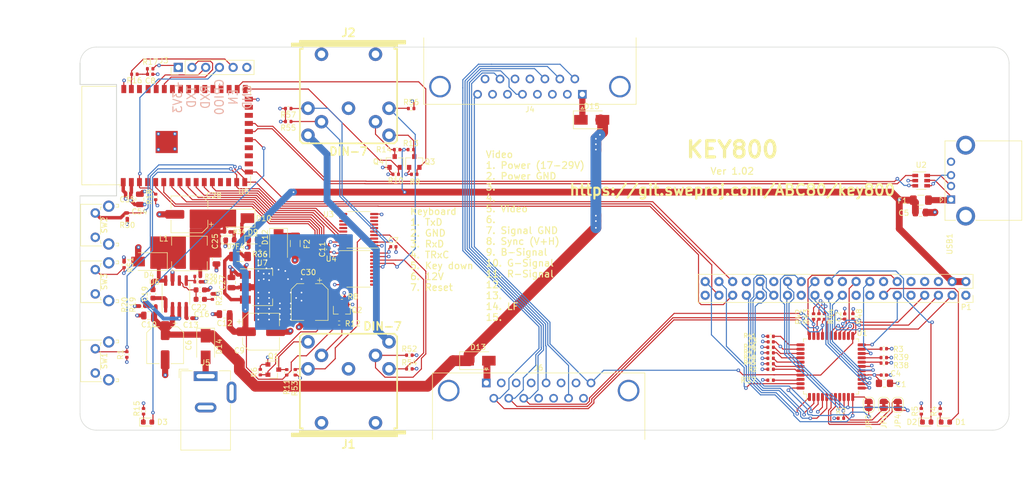
<source format=kicad_pcb>
(kicad_pcb (version 20171130) (host pcbnew 5.1.10-88a1d61d58~90~ubuntu20.04.1)

  (general
    (thickness 1.6)
    (drawings 18)
    (tracks 1255)
    (zones 0)
    (modules 114)
    (nets 154)
  )

  (page A4)
  (title_block
    (title KEY800)
    (date 2021-10-12)
    (rev 1.02)
    (company www.SweProj.com)
  )

  (layers
    (0 F.Cu signal)
    (1 In1.Cu power)
    (2 In2.Cu power)
    (31 B.Cu signal)
    (34 B.Paste user)
    (35 F.Paste user)
    (36 B.SilkS user)
    (37 F.SilkS user)
    (38 B.Mask user)
    (39 F.Mask user)
    (40 Dwgs.User user hide)
    (41 Cmts.User user)
    (44 Edge.Cuts user)
    (45 Margin user)
    (46 B.CrtYd user)
    (47 F.CrtYd user)
    (48 B.Fab user)
    (49 F.Fab user hide)
  )

  (setup
    (last_trace_width 0.2032)
    (user_trace_width 0.2032)
    (user_trace_width 0.381)
    (user_trace_width 0.635)
    (user_trace_width 0.762)
    (user_trace_width 0.889)
    (user_trace_width 1.016)
    (user_trace_width 1.143)
    (user_trace_width 1.27)
    (trace_clearance 0.2032)
    (zone_clearance 0.508)
    (zone_45_only no)
    (trace_min 0.2032)
    (via_size 0.6604)
    (via_drill 0.3048)
    (via_min_size 0.6604)
    (via_min_drill 0.3048)
    (uvia_size 0.6096)
    (uvia_drill 0.3048)
    (uvias_allowed no)
    (uvia_min_size 0)
    (uvia_min_drill 0)
    (edge_width 0.1)
    (segment_width 0.2)
    (pcb_text_width 0.2)
    (pcb_text_size 1.25 1.25)
    (mod_edge_width 0.15)
    (mod_text_size 1 1)
    (mod_text_width 0.15)
    (pad_size 1 1.45)
    (pad_drill 0)
    (pad_to_mask_clearance 0.15)
    (solder_mask_min_width 0.4)
    (aux_axis_origin 84.402 56.40096)
    (grid_origin 45.002 28.00096)
    (visible_elements 7FFFFFFF)
    (pcbplotparams
      (layerselection 0x3f3fc_ffffffff)
      (usegerberextensions true)
      (usegerberattributes false)
      (usegerberadvancedattributes false)
      (creategerberjobfile false)
      (excludeedgelayer true)
      (linewidth 0.100000)
      (plotframeref false)
      (viasonmask false)
      (mode 1)
      (useauxorigin false)
      (hpglpennumber 1)
      (hpglpenspeed 20)
      (hpglpendiameter 15.000000)
      (psnegative false)
      (psa4output false)
      (plotreference true)
      (plotvalue false)
      (plotinvisibletext false)
      (padsonsilk false)
      (subtractmaskfromsilk false)
      (outputformat 4)
      (mirror false)
      (drillshape 0)
      (scaleselection 1)
      (outputdirectory "pdf"))
  )

  (net 0 "")
  (net 1 "Net-(D1-Pad1)")
  (net 2 "Net-(D2-Pad1)")
  (net 3 /SYNC)
  (net 4 /RxD)
  (net 5 /TxD)
  (net 6 /DETECT)
  (net 7 /SPDATA)
  (net 8 /SPCLK)
  (net 9 /CLKEN)
  (net 10 /R1)
  (net 11 /B1)
  (net 12 /G2)
  (net 13 /R2)
  (net 14 /B2)
  (net 15 /R3)
  (net 16 /G3)
  (net 17 /B3)
  (net 18 /B0)
  (net 19 /G0)
  (net 20 /R0)
  (net 21 /G1)
  (net 22 /GPIO27_genlock)
  (net 23 /GPIO25_mode7)
  (net 24 /GPIO0_sp_data)
  (net 25 /GPIO20_sp_clk)
  (net 26 /GPIO1_sp_clken)
  (net 27 /GPIO17_psync)
  (net 28 /GPIO18_Version)
  (net 29 /GPIO22_analog)
  (net 30 /GPIO24_mux)
  (net 31 /GPIO21_clk)
  (net 32 /GPIO2_Q00)
  (net 33 /GPIO3_Q01)
  (net 34 /GPIO4_Q02)
  (net 35 /GPIO10_Q08)
  (net 36 /GPIO9_Q07)
  (net 37 /GPIO11_Q09)
  (net 38 /GPIO8_Q06)
  (net 39 /GPIO7_Q05)
  (net 40 /GPIO5_Q03)
  (net 41 /GPIO6_Q04)
  (net 42 /GPIO12_Q10)
  (net 43 /GPIO13_Q11)
  (net 44 /GPIO23_csync)
  (net 45 GND)
  (net 46 +5V)
  (net 47 +24V)
  (net 48 "Net-(C8-Pad1)")
  (net 49 "Net-(C13-Pad1)")
  (net 50 "Net-(C16-Pad2)")
  (net 51 "Net-(C16-Pad1)")
  (net 52 "Net-(C19-Pad2)")
  (net 53 "Net-(C19-Pad1)")
  (net 54 "Net-(C25-Pad1)")
  (net 55 "Net-(C27-Pad1)")
  (net 56 +3V3)
  (net 57 "Net-(D3-Pad2)")
  (net 58 "Net-(D3-Pad1)")
  (net 59 "Net-(D7-Pad2)")
  (net 60 "Net-(D9-Pad2)")
  (net 61 "Net-(D10-Pad1)")
  (net 62 "Net-(D12-Pad1)")
  (net 63 ESP32_EN)
  (net 64 ESP32_IO0)
  (net 65 ESP32_RXD)
  (net 66 ESP32_TXD)
  (net 67 "Net-(J1-Pad7)")
  (net 68 /Keyboard/RESET_IN)
  (net 69 "Net-(J1-Pad5)")
  (net 70 /Keyboard/KD_IN)
  (net 71 "Net-(J2-Pad7)")
  (net 72 /Keyboard/RESET_OUT)
  (net 73 "Net-(J2-Pad5)")
  (net 74 /Keyboard/KD_OUT)
  (net 75 "Net-(R19-Pad2)")
  (net 76 /Keyboard/TRxC_IN)
  (net 77 /Keyboard/RxD_IN)
  (net 78 /Keyboard/TxD_IN)
  (net 79 /Keyboard/TRxC_OUT)
  (net 80 /Keyboard/RxD_OUT)
  (net 81 /Keyboard/TxD_OUT)
  (net 82 "Net-(F1-Pad2)")
  (net 83 "Net-(U2-Pad6)")
  (net 84 "Net-(U2-Pad4)")
  (net 85 /Keyboard/USB_D+)
  (net 86 /Keyboard/USB_D-)
  (net 87 "Net-(U3-Pad15)")
  (net 88 "Net-(U3-Pad14)")
  (net 89 "Net-(U3-Pad13)")
  (net 90 "Net-(U3-Pad12)")
  (net 91 "Net-(U3-Pad11)")
  (net 92 "Net-(U3-Pad9)")
  (net 93 "Net-(U3-Pad8)")
  (net 94 "Net-(U3-Pad7)")
  (net 95 "Net-(U3-Pad6)")
  (net 96 "Net-(U3-Pad5)")
  (net 97 /Keyboard/TRxC_OUT_3V3)
  (net 98 /Keyboard/RxD_OUT_3V3)
  (net 99 /Keyboard/TxD_IN_3V3)
  (net 100 "Net-(U4-Pad15)")
  (net 101 "Net-(U4-Pad14)")
  (net 102 "Net-(U4-Pad13)")
  (net 103 "Net-(U4-Pad12)")
  (net 104 "Net-(U4-Pad11)")
  (net 105 "Net-(U4-Pad9)")
  (net 106 "Net-(U4-Pad8)")
  (net 107 "Net-(U4-Pad7)")
  (net 108 "Net-(U4-Pad6)")
  (net 109 "Net-(U4-Pad5)")
  (net 110 "Net-(D13-Pad2)")
  (net 111 "Net-(U5-Pad18)")
  (net 112 "Net-(U5-Pad19)")
  (net 113 "Net-(U5-Pad20)")
  (net 114 "Net-(U5-Pad24)")
  (net 115 "Net-(U5-Pad4)")
  (net 116 /Keyboard/RxD_IN_3V3)
  (net 117 /Keyboard/TRxC_IN_3V3)
  (net 118 /Keyboard/TxD_OUT_3V3)
  (net 119 "Net-(U5-Pad36)")
  (net 120 "Net-(U5-Pad35)")
  (net 121 "Net-(U5-Pad34)")
  (net 122 "Net-(U5-Pad33)")
  (net 123 "Net-(U5-Pad32)")
  (net 124 "Net-(U5-Pad31)")
  (net 125 "Net-(U5-Pad30)")
  (net 126 "Net-(U5-Pad29)")
  (net 127 "Net-(U5-Pad25)")
  (net 128 "Net-(U5-Pad39)")
  (net 129 "Net-(U5-Pad40)")
  (net 130 "Net-(J5-Pad3)")
  (net 131 "Net-(D14-Pad2)")
  (net 132 "Net-(J4-Pad15)")
  (net 133 "Net-(J4-Pad13)")
  (net 134 "Net-(J4-Pad12)")
  (net 135 "Net-(J4-Pad6)")
  (net 136 "Net-(J4-Pad4)")
  (net 137 "Net-(J4-Pad3)")
  (net 138 "Net-(J6-Pad15)")
  (net 139 "Net-(J6-Pad13)")
  (net 140 "Net-(J6-Pad12)")
  (net 141 "Net-(J6-Pad6)")
  (net 142 "Net-(J6-Pad4)")
  (net 143 "Net-(J6-Pad3)")
  (net 144 BTN3)
  (net 145 BTN1)
  (net 146 BTN2)
  (net 147 "Net-(D15-Pad1)")
  (net 148 /LF)
  (net 149 /Video)
  (net 150 "Net-(R29-Pad1)")
  (net 151 +12V)
  (net 152 "Net-(U5-Pad13)")
  (net 153 "Net-(U5-Pad14)")

  (net_class Default "This is the default net class."
    (clearance 0.2032)
    (trace_width 0.2032)
    (via_dia 0.6604)
    (via_drill 0.3048)
    (uvia_dia 0.6096)
    (uvia_drill 0.3048)
    (diff_pair_width 0.2032)
    (diff_pair_gap 0.25)
    (add_net +12V)
    (add_net +24V)
    (add_net +3V3)
    (add_net +5V)
    (add_net /B0)
    (add_net /B1)
    (add_net /B2)
    (add_net /B3)
    (add_net /CLKEN)
    (add_net /DETECT)
    (add_net /G0)
    (add_net /G1)
    (add_net /G2)
    (add_net /G3)
    (add_net /GPIO0_sp_data)
    (add_net /GPIO10_Q08)
    (add_net /GPIO11_Q09)
    (add_net /GPIO12_Q10)
    (add_net /GPIO13_Q11)
    (add_net /GPIO17_psync)
    (add_net /GPIO18_Version)
    (add_net /GPIO1_sp_clken)
    (add_net /GPIO20_sp_clk)
    (add_net /GPIO21_clk)
    (add_net /GPIO22_analog)
    (add_net /GPIO23_csync)
    (add_net /GPIO24_mux)
    (add_net /GPIO25_mode7)
    (add_net /GPIO27_genlock)
    (add_net /GPIO2_Q00)
    (add_net /GPIO3_Q01)
    (add_net /GPIO4_Q02)
    (add_net /GPIO5_Q03)
    (add_net /GPIO6_Q04)
    (add_net /GPIO7_Q05)
    (add_net /GPIO8_Q06)
    (add_net /GPIO9_Q07)
    (add_net /Keyboard/KD_IN)
    (add_net /Keyboard/KD_OUT)
    (add_net /Keyboard/RESET_IN)
    (add_net /Keyboard/RESET_OUT)
    (add_net /Keyboard/RxD_IN)
    (add_net /Keyboard/RxD_IN_3V3)
    (add_net /Keyboard/RxD_OUT)
    (add_net /Keyboard/RxD_OUT_3V3)
    (add_net /Keyboard/TRxC_IN)
    (add_net /Keyboard/TRxC_IN_3V3)
    (add_net /Keyboard/TRxC_OUT)
    (add_net /Keyboard/TRxC_OUT_3V3)
    (add_net /Keyboard/TxD_IN)
    (add_net /Keyboard/TxD_IN_3V3)
    (add_net /Keyboard/TxD_OUT)
    (add_net /Keyboard/TxD_OUT_3V3)
    (add_net /Keyboard/USB_D+)
    (add_net /Keyboard/USB_D-)
    (add_net /LF)
    (add_net /R0)
    (add_net /R1)
    (add_net /R2)
    (add_net /R3)
    (add_net /RxD)
    (add_net /SPCLK)
    (add_net /SPDATA)
    (add_net /SYNC)
    (add_net /TxD)
    (add_net /Video)
    (add_net BTN1)
    (add_net BTN2)
    (add_net BTN3)
    (add_net ESP32_EN)
    (add_net ESP32_IO0)
    (add_net ESP32_RXD)
    (add_net ESP32_TXD)
    (add_net GND)
    (add_net "Net-(C13-Pad1)")
    (add_net "Net-(C16-Pad1)")
    (add_net "Net-(C16-Pad2)")
    (add_net "Net-(C19-Pad1)")
    (add_net "Net-(C19-Pad2)")
    (add_net "Net-(C25-Pad1)")
    (add_net "Net-(C27-Pad1)")
    (add_net "Net-(C8-Pad1)")
    (add_net "Net-(D1-Pad1)")
    (add_net "Net-(D10-Pad1)")
    (add_net "Net-(D12-Pad1)")
    (add_net "Net-(D13-Pad2)")
    (add_net "Net-(D14-Pad2)")
    (add_net "Net-(D15-Pad1)")
    (add_net "Net-(D2-Pad1)")
    (add_net "Net-(D3-Pad1)")
    (add_net "Net-(D3-Pad2)")
    (add_net "Net-(D7-Pad2)")
    (add_net "Net-(D9-Pad2)")
    (add_net "Net-(F1-Pad2)")
    (add_net "Net-(J1-Pad5)")
    (add_net "Net-(J1-Pad7)")
    (add_net "Net-(J2-Pad5)")
    (add_net "Net-(J2-Pad7)")
    (add_net "Net-(J4-Pad12)")
    (add_net "Net-(J4-Pad13)")
    (add_net "Net-(J4-Pad15)")
    (add_net "Net-(J4-Pad3)")
    (add_net "Net-(J4-Pad4)")
    (add_net "Net-(J4-Pad6)")
    (add_net "Net-(J5-Pad3)")
    (add_net "Net-(J6-Pad12)")
    (add_net "Net-(J6-Pad13)")
    (add_net "Net-(J6-Pad15)")
    (add_net "Net-(J6-Pad3)")
    (add_net "Net-(J6-Pad4)")
    (add_net "Net-(J6-Pad6)")
    (add_net "Net-(R19-Pad2)")
    (add_net "Net-(R29-Pad1)")
    (add_net "Net-(U2-Pad4)")
    (add_net "Net-(U2-Pad6)")
    (add_net "Net-(U3-Pad11)")
    (add_net "Net-(U3-Pad12)")
    (add_net "Net-(U3-Pad13)")
    (add_net "Net-(U3-Pad14)")
    (add_net "Net-(U3-Pad15)")
    (add_net "Net-(U3-Pad5)")
    (add_net "Net-(U3-Pad6)")
    (add_net "Net-(U3-Pad7)")
    (add_net "Net-(U3-Pad8)")
    (add_net "Net-(U3-Pad9)")
    (add_net "Net-(U4-Pad11)")
    (add_net "Net-(U4-Pad12)")
    (add_net "Net-(U4-Pad13)")
    (add_net "Net-(U4-Pad14)")
    (add_net "Net-(U4-Pad15)")
    (add_net "Net-(U4-Pad5)")
    (add_net "Net-(U4-Pad6)")
    (add_net "Net-(U4-Pad7)")
    (add_net "Net-(U4-Pad8)")
    (add_net "Net-(U4-Pad9)")
    (add_net "Net-(U5-Pad13)")
    (add_net "Net-(U5-Pad14)")
    (add_net "Net-(U5-Pad18)")
    (add_net "Net-(U5-Pad19)")
    (add_net "Net-(U5-Pad20)")
    (add_net "Net-(U5-Pad24)")
    (add_net "Net-(U5-Pad25)")
    (add_net "Net-(U5-Pad29)")
    (add_net "Net-(U5-Pad30)")
    (add_net "Net-(U5-Pad31)")
    (add_net "Net-(U5-Pad32)")
    (add_net "Net-(U5-Pad33)")
    (add_net "Net-(U5-Pad34)")
    (add_net "Net-(U5-Pad35)")
    (add_net "Net-(U5-Pad36)")
    (add_net "Net-(U5-Pad39)")
    (add_net "Net-(U5-Pad4)")
    (add_net "Net-(U5-Pad40)")
  )

  (net_class Power ""
    (clearance 0.2032)
    (trace_width 0.381)
    (via_dia 0.762)
    (via_drill 0.381)
    (uvia_dia 0.6096)
    (uvia_drill 0.3048)
    (diff_pair_width 0.2032)
    (diff_pair_gap 0.25)
  )

  (module Diode_SMD:D_SMA (layer F.Cu) (tedit 586432E5) (tstamp 614022D7)
    (at 133.228 78.48346)
    (descr "Diode SMA (DO-214AC)")
    (tags "Diode SMA (DO-214AC)")
    (path /620FAABA)
    (attr smd)
    (fp_text reference D15 (at 0 -2.5) (layer F.SilkS)
      (effects (font (size 1 1) (thickness 0.15)))
    )
    (fp_text value MBRA340T (at 0 2.6) (layer F.Fab)
      (effects (font (size 1 1) (thickness 0.15)))
    )
    (fp_line (start -3.4 -1.65) (end 2 -1.65) (layer F.SilkS) (width 0.12))
    (fp_line (start -3.4 1.65) (end 2 1.65) (layer F.SilkS) (width 0.12))
    (fp_line (start -0.64944 0.00102) (end 0.50118 -0.79908) (layer F.Fab) (width 0.1))
    (fp_line (start -0.64944 0.00102) (end 0.50118 0.75032) (layer F.Fab) (width 0.1))
    (fp_line (start 0.50118 0.75032) (end 0.50118 -0.79908) (layer F.Fab) (width 0.1))
    (fp_line (start -0.64944 -0.79908) (end -0.64944 0.80112) (layer F.Fab) (width 0.1))
    (fp_line (start 0.50118 0.00102) (end 1.4994 0.00102) (layer F.Fab) (width 0.1))
    (fp_line (start -0.64944 0.00102) (end -1.55114 0.00102) (layer F.Fab) (width 0.1))
    (fp_line (start -3.5 1.75) (end -3.5 -1.75) (layer F.CrtYd) (width 0.05))
    (fp_line (start 3.5 1.75) (end -3.5 1.75) (layer F.CrtYd) (width 0.05))
    (fp_line (start 3.5 -1.75) (end 3.5 1.75) (layer F.CrtYd) (width 0.05))
    (fp_line (start -3.5 -1.75) (end 3.5 -1.75) (layer F.CrtYd) (width 0.05))
    (fp_line (start 2.3 -1.5) (end -2.3 -1.5) (layer F.Fab) (width 0.1))
    (fp_line (start 2.3 -1.5) (end 2.3 1.5) (layer F.Fab) (width 0.1))
    (fp_line (start -2.3 1.5) (end -2.3 -1.5) (layer F.Fab) (width 0.1))
    (fp_line (start 2.3 1.5) (end -2.3 1.5) (layer F.Fab) (width 0.1))
    (fp_line (start -3.4 -1.65) (end -3.4 1.65) (layer F.SilkS) (width 0.12))
    (fp_text user %R (at 0 -2.5) (layer F.Fab)
      (effects (font (size 1 1) (thickness 0.15)))
    )
    (pad 2 smd rect (at 2 0) (size 2.5 1.8) (layers F.Cu F.Paste F.Mask)
      (net 47 +24V))
    (pad 1 smd rect (at -2 0) (size 2.5 1.8) (layers F.Cu F.Paste F.Mask)
      (net 147 "Net-(D15-Pad1)"))
    (model ${KISYS3DMOD}/Diode_SMD.3dshapes/D_SMA.wrl
      (at (xyz 0 0 0))
      (scale (xyz 1 1 1))
      (rotate (xyz 0 0 0))
    )
  )

  (module Diode_SMD:D_SMA (layer F.Cu) (tedit 586432E5) (tstamp 613A9619)
    (at 112.185 123.12396)
    (descr "Diode SMA (DO-214AC)")
    (tags "Diode SMA (DO-214AC)")
    (path /61DD8E36)
    (attr smd)
    (fp_text reference D13 (at 0 -2.5) (layer F.SilkS)
      (effects (font (size 1 1) (thickness 0.15)))
    )
    (fp_text value MBRA340T (at 0 2.6) (layer F.Fab)
      (effects (font (size 1 1) (thickness 0.15)))
    )
    (fp_line (start -3.4 -1.65) (end 2 -1.65) (layer F.SilkS) (width 0.12))
    (fp_line (start -3.4 1.65) (end 2 1.65) (layer F.SilkS) (width 0.12))
    (fp_line (start -0.64944 0.00102) (end 0.50118 -0.79908) (layer F.Fab) (width 0.1))
    (fp_line (start -0.64944 0.00102) (end 0.50118 0.75032) (layer F.Fab) (width 0.1))
    (fp_line (start 0.50118 0.75032) (end 0.50118 -0.79908) (layer F.Fab) (width 0.1))
    (fp_line (start -0.64944 -0.79908) (end -0.64944 0.80112) (layer F.Fab) (width 0.1))
    (fp_line (start 0.50118 0.00102) (end 1.4994 0.00102) (layer F.Fab) (width 0.1))
    (fp_line (start -0.64944 0.00102) (end -1.55114 0.00102) (layer F.Fab) (width 0.1))
    (fp_line (start -3.5 1.75) (end -3.5 -1.75) (layer F.CrtYd) (width 0.05))
    (fp_line (start 3.5 1.75) (end -3.5 1.75) (layer F.CrtYd) (width 0.05))
    (fp_line (start 3.5 -1.75) (end 3.5 1.75) (layer F.CrtYd) (width 0.05))
    (fp_line (start -3.5 -1.75) (end 3.5 -1.75) (layer F.CrtYd) (width 0.05))
    (fp_line (start 2.3 -1.5) (end -2.3 -1.5) (layer F.Fab) (width 0.1))
    (fp_line (start 2.3 -1.5) (end 2.3 1.5) (layer F.Fab) (width 0.1))
    (fp_line (start -2.3 1.5) (end -2.3 -1.5) (layer F.Fab) (width 0.1))
    (fp_line (start 2.3 1.5) (end -2.3 1.5) (layer F.Fab) (width 0.1))
    (fp_line (start -3.4 -1.65) (end -3.4 1.65) (layer F.SilkS) (width 0.12))
    (fp_text user %R (at 0 -2.5) (layer F.Fab)
      (effects (font (size 1 1) (thickness 0.15)))
    )
    (pad 2 smd rect (at 2 0) (size 2.5 1.8) (layers F.Cu F.Paste F.Mask)
      (net 110 "Net-(D13-Pad2)"))
    (pad 1 smd rect (at -2 0) (size 2.5 1.8) (layers F.Cu F.Paste F.Mask)
      (net 47 +24V))
    (model ${KISYS3DMOD}/Diode_SMD.3dshapes/D_SMA.wrl
      (at (xyz 0 0 0))
      (scale (xyz 1 1 1))
      (rotate (xyz 0 0 0))
    )
  )

  (module RPi_Hat:RPi_Hat_Mounting_Hole locked (layer F.Cu) (tedit 55217CCB) (tstamp 6146EAEE)
    (at 149.374 132.73)
    (descr "Mounting hole, Befestigungsbohrung, 2,7mm, No Annular, Kein Restring,")
    (tags "Mounting hole, Befestigungsbohrung, 2,7mm, No Annular, Kein Restring,")
    (fp_text reference "" (at 0 -4.0005) (layer F.SilkS) hide
      (effects (font (size 1 1) (thickness 0.15)))
    )
    (fp_text value "" (at 0.09906 3.59918) (layer F.Fab) hide
      (effects (font (size 1 1) (thickness 0.15)))
    )
    (fp_circle (center 0 0) (end 1.375 0) (layer F.Fab) (width 0.15))
    (fp_circle (center 0 0) (end 3.1 0) (layer F.Fab) (width 0.15))
    (fp_circle (center 0 0) (end 3.1 0) (layer B.Fab) (width 0.15))
    (fp_circle (center 0 0) (end 1.375 0) (layer B.Fab) (width 0.15))
    (fp_circle (center 0 0) (end 3.1 0) (layer F.CrtYd) (width 0.15))
    (fp_circle (center 0 0) (end 3.1 0) (layer B.CrtYd) (width 0.15))
    (pad "" np_thru_hole circle (at 0 0) (size 2.75 2.75) (drill 2.75) (layers *.Cu *.Mask)
      (solder_mask_margin 1.725) (clearance 1.725))
  )

  (module RPi_Hat:RPi_Hat_Mounting_Hole locked (layer F.Cu) (tedit 55217CCB) (tstamp 6146E955)
    (at 149.374 109.73)
    (descr "Mounting hole, Befestigungsbohrung, 2,7mm, No Annular, Kein Restring,")
    (tags "Mounting hole, Befestigungsbohrung, 2,7mm, No Annular, Kein Restring,")
    (fp_text reference "" (at 0 -4.0005) (layer F.SilkS) hide
      (effects (font (size 1 1) (thickness 0.15)))
    )
    (fp_text value "" (at 0.09906 3.59918) (layer F.Fab) hide
      (effects (font (size 1 1) (thickness 0.15)))
    )
    (fp_circle (center 0 0) (end 1.375 0) (layer F.Fab) (width 0.15))
    (fp_circle (center 0 0) (end 3.1 0) (layer F.Fab) (width 0.15))
    (fp_circle (center 0 0) (end 3.1 0) (layer B.Fab) (width 0.15))
    (fp_circle (center 0 0) (end 1.375 0) (layer B.Fab) (width 0.15))
    (fp_circle (center 0 0) (end 3.1 0) (layer F.CrtYd) (width 0.15))
    (fp_circle (center 0 0) (end 3.1 0) (layer B.CrtYd) (width 0.15))
    (pad "" np_thru_hole circle (at 0 0) (size 2.75 2.75) (drill 2.75) (layers *.Cu *.Mask)
      (solder_mask_margin 1.725) (clearance 1.725))
  )

  (module RPi_Hat:RPi_Hat_Mounting_Hole locked (layer F.Cu) (tedit 55217CCB) (tstamp 6146E673)
    (at 207.374 109.73)
    (descr "Mounting hole, Befestigungsbohrung, 2,7mm, No Annular, Kein Restring,")
    (tags "Mounting hole, Befestigungsbohrung, 2,7mm, No Annular, Kein Restring,")
    (fp_text reference "" (at 0 -4.0005) (layer F.SilkS) hide
      (effects (font (size 1 1) (thickness 0.15)))
    )
    (fp_text value "" (at 0.09906 3.59918) (layer F.Fab) hide
      (effects (font (size 1 1) (thickness 0.15)))
    )
    (fp_circle (center 0 0) (end 1.375 0) (layer F.Fab) (width 0.15))
    (fp_circle (center 0 0) (end 3.1 0) (layer F.Fab) (width 0.15))
    (fp_circle (center 0 0) (end 3.1 0) (layer B.Fab) (width 0.15))
    (fp_circle (center 0 0) (end 1.375 0) (layer B.Fab) (width 0.15))
    (fp_circle (center 0 0) (end 3.1 0) (layer F.CrtYd) (width 0.15))
    (fp_circle (center 0 0) (end 3.1 0) (layer B.CrtYd) (width 0.15))
    (pad "" np_thru_hole circle (at 0 0) (size 2.75 2.75) (drill 2.75) (layers *.Cu *.Mask)
      (solder_mask_margin 1.725) (clearance 1.725))
  )

  (module key800:din-7 (layer F.Cu) (tedit 613B297A) (tstamp 6141E32B)
    (at 88.2 73.33996 180)
    (descr "Din 5 (MIDI), Pro Signal P/N PSG03463")
    (path /613A2C81/6174E6C6)
    (fp_text reference J2 (at 0 11) (layer F.SilkS)
      (effects (font (size 1.5 1.5) (thickness 0.3)))
    )
    (fp_text value DIN-7 (at 0 -11) (layer F.SilkS)
      (effects (font (size 1.5 1.5) (thickness 0.3)))
    )
    (fp_line (start -8.99922 8.7503) (end 10.50036 8.7503) (layer F.SilkS) (width 0.3048))
    (fp_line (start 8.99922 8.99922) (end -8.99922 8.99922) (layer F.SilkS) (width 0.3048))
    (fp_line (start -10.50036 9.25068) (end 8.99922 9.25068) (layer F.SilkS) (width 0.3048))
    (fp_line (start -8.99922 -8.99922) (end -8.99922 8.001) (layer F.SilkS) (width 0.3048))
    (fp_line (start -8.99922 -8.99922) (end -8.49884 -9.4996) (layer F.SilkS) (width 0.3048))
    (fp_line (start -8.49884 -9.4996) (end -1.50114 -9.4996) (layer F.SilkS) (width 0.3048))
    (fp_line (start 8.99922 -8.99922) (end 8.99922 8.001) (layer F.SilkS) (width 0.3048))
    (fp_line (start 8.99922 -8.99922) (end 8.49884 -9.4996) (layer F.SilkS) (width 0.3048))
    (fp_line (start 8.49884 -9.4996) (end 6.49986 -9.4996) (layer F.SilkS) (width 0.3048))
    (fp_line (start 6.49986 -9.4996) (end 5.99948 -9.4996) (layer F.SilkS) (width 0.3048))
    (fp_line (start -1.50114 -9.4996) (end 5.99948 -9.4996) (layer F.SilkS) (width 0.3048))
    (fp_line (start 10.50036 8.99922) (end 8.99922 8.99922) (layer F.SilkS) (width 0.3048))
    (fp_line (start 8.99922 8.99922) (end 8.99922 9.4996) (layer F.SilkS) (width 0.3048))
    (fp_line (start 8.99922 9.4996) (end -10.50036 9.4996) (layer F.SilkS) (width 0.3048))
    (fp_line (start -10.50036 8.99922) (end -8.99922 8.99922) (layer F.SilkS) (width 0.3048))
    (fp_line (start -8.99922 8.99922) (end -8.99922 8.49884) (layer F.SilkS) (width 0.3048))
    (fp_line (start -8.99922 8.49884) (end 10.50036 8.49884) (layer F.SilkS) (width 0.3048))
    (fp_line (start 8.99922 8.001) (end 8.49884 8.001) (layer F.SilkS) (width 0.3048))
    (fp_line (start -8.99922 8.001) (end -8.49884 8.001) (layer F.SilkS) (width 0.3048))
    (fp_line (start 8.49884 8.49884) (end 8.49884 8.001) (layer F.SilkS) (width 0.3048))
    (fp_line (start -8.49884 8.001) (end -8.49884 8.49884) (layer F.SilkS) (width 0.3048))
    (fp_line (start -10.50036 9.4996) (end -10.50036 8.99922) (layer F.SilkS) (width 0.3048))
    (fp_line (start 10.50036 8.49884) (end 10.50036 8.99922) (layer F.SilkS) (width 0.3048))
    (pad 6 thru_hole circle (at 7.5 -8 180) (size 2.5 2.5) (drill 1.4) (layers *.Cu *.Mask)
      (net 151 +12V))
    (pad 7 thru_hole circle (at -7.5 -8 180) (size 2.5 2.5) (drill 1.4) (layers *.Cu *.Mask)
      (net 71 "Net-(J2-Pad7)"))
    (pad 8 thru_hole circle (at -5 7 180) (size 2.5 2.5) (drill 1.4) (layers *.Cu *.Mask))
    (pad 8 thru_hole circle (at 5 7 180) (size 2.5 2.5) (drill 1.4) (layers *.Cu *.Mask))
    (pad 5 thru_hole circle (at -5 -5.5 180) (size 2.5 2.5) (drill 1.4) (layers *.Cu *.Mask)
      (net 73 "Net-(J2-Pad5)"))
    (pad 1 thru_hole circle (at 7.5 -3 180) (size 2.5 2.5) (drill 1.4) (layers *.Cu *.Mask)
      (net 81 /Keyboard/TxD_OUT))
    (pad 2 thru_hole circle (at 0 -3 180) (size 2.5 2.5) (drill 1.4) (layers *.Cu *.Mask)
      (net 45 GND))
    (pad 4 thru_hole circle (at 5 -5.5 180) (size 2.5 2.5) (drill 1.4) (layers *.Cu *.Mask)
      (net 79 /Keyboard/TRxC_OUT))
    (pad 3 thru_hole circle (at -7.5 -3 180) (size 2.5 2.5) (drill 1.4) (layers *.Cu *.Mask)
      (net 80 /Keyboard/RxD_OUT))
    (model "3d_models/DIN 41524 C64 8-pin video connector.step"
      (offset (xyz 0 -9.5 0))
      (scale (xyz 1 1 1))
      (rotate (xyz 0 0 0))
    )
  )

  (module Capacitor_SMD:C_0402_1005Metric (layer F.Cu) (tedit 5F68FEEE) (tstamp 614566D2)
    (at 84.502 102.50096 90)
    (descr "Capacitor SMD 0402 (1005 Metric), square (rectangular) end terminal, IPC_7351 nominal, (Body size source: IPC-SM-782 page 76, https://www.pcb-3d.com/wordpress/wp-content/uploads/ipc-sm-782a_amendment_1_and_2.pdf), generated with kicad-footprint-generator")
    (tags capacitor)
    (path /613A2C81/625C70C1)
    (attr smd)
    (fp_text reference C11 (at 0 -1.16 90) (layer F.SilkS)
      (effects (font (size 1 1) (thickness 0.15)))
    )
    (fp_text value 100nF (at 0 1.16 90) (layer F.Fab)
      (effects (font (size 1 1) (thickness 0.15)))
    )
    (fp_line (start -0.5 0.25) (end -0.5 -0.25) (layer F.Fab) (width 0.1))
    (fp_line (start -0.5 -0.25) (end 0.5 -0.25) (layer F.Fab) (width 0.1))
    (fp_line (start 0.5 -0.25) (end 0.5 0.25) (layer F.Fab) (width 0.1))
    (fp_line (start 0.5 0.25) (end -0.5 0.25) (layer F.Fab) (width 0.1))
    (fp_line (start -0.107836 -0.36) (end 0.107836 -0.36) (layer F.SilkS) (width 0.12))
    (fp_line (start -0.107836 0.36) (end 0.107836 0.36) (layer F.SilkS) (width 0.12))
    (fp_line (start -0.91 0.46) (end -0.91 -0.46) (layer F.CrtYd) (width 0.05))
    (fp_line (start -0.91 -0.46) (end 0.91 -0.46) (layer F.CrtYd) (width 0.05))
    (fp_line (start 0.91 -0.46) (end 0.91 0.46) (layer F.CrtYd) (width 0.05))
    (fp_line (start 0.91 0.46) (end -0.91 0.46) (layer F.CrtYd) (width 0.05))
    (fp_text user %R (at 0 0 90) (layer F.Fab)
      (effects (font (size 0.25 0.25) (thickness 0.04)))
    )
    (pad 2 smd roundrect (at 0.48 0 90) (size 0.56 0.62) (layers F.Cu F.Paste F.Mask) (roundrect_rratio 0.25)
      (net 45 GND))
    (pad 1 smd roundrect (at -0.48 0 90) (size 0.56 0.62) (layers F.Cu F.Paste F.Mask) (roundrect_rratio 0.25)
      (net 56 +3V3))
    (model ${KISYS3DMOD}/Capacitor_SMD.3dshapes/C_0402_1005Metric.wrl
      (at (xyz 0 0 0))
      (scale (xyz 1 1 1))
      (rotate (xyz 0 0 0))
    )
  )

  (module Capacitor_SMD:C_0402_1005Metric (layer F.Cu) (tedit 5F68FEEE) (tstamp 61456633)
    (at 96.502 102.00096)
    (descr "Capacitor SMD 0402 (1005 Metric), square (rectangular) end terminal, IPC_7351 nominal, (Body size source: IPC-SM-782 page 76, https://www.pcb-3d.com/wordpress/wp-content/uploads/ipc-sm-782a_amendment_1_and_2.pdf), generated with kicad-footprint-generator")
    (tags capacitor)
    (path /613A2C81/625E2799)
    (attr smd)
    (fp_text reference C7 (at 0 -1.16) (layer F.SilkS)
      (effects (font (size 1 1) (thickness 0.15)))
    )
    (fp_text value 100nF (at 0 1.16) (layer F.Fab)
      (effects (font (size 1 1) (thickness 0.15)))
    )
    (fp_line (start -0.5 0.25) (end -0.5 -0.25) (layer F.Fab) (width 0.1))
    (fp_line (start -0.5 -0.25) (end 0.5 -0.25) (layer F.Fab) (width 0.1))
    (fp_line (start 0.5 -0.25) (end 0.5 0.25) (layer F.Fab) (width 0.1))
    (fp_line (start 0.5 0.25) (end -0.5 0.25) (layer F.Fab) (width 0.1))
    (fp_line (start -0.107836 -0.36) (end 0.107836 -0.36) (layer F.SilkS) (width 0.12))
    (fp_line (start -0.107836 0.36) (end 0.107836 0.36) (layer F.SilkS) (width 0.12))
    (fp_line (start -0.91 0.46) (end -0.91 -0.46) (layer F.CrtYd) (width 0.05))
    (fp_line (start -0.91 -0.46) (end 0.91 -0.46) (layer F.CrtYd) (width 0.05))
    (fp_line (start 0.91 -0.46) (end 0.91 0.46) (layer F.CrtYd) (width 0.05))
    (fp_line (start 0.91 0.46) (end -0.91 0.46) (layer F.CrtYd) (width 0.05))
    (fp_text user %R (at 0 0) (layer F.Fab)
      (effects (font (size 0.25 0.25) (thickness 0.04)))
    )
    (pad 2 smd roundrect (at 0.48 0) (size 0.56 0.62) (layers F.Cu F.Paste F.Mask) (roundrect_rratio 0.25)
      (net 45 GND))
    (pad 1 smd roundrect (at -0.48 0) (size 0.56 0.62) (layers F.Cu F.Paste F.Mask) (roundrect_rratio 0.25)
      (net 56 +3V3))
    (model ${KISYS3DMOD}/Capacitor_SMD.3dshapes/C_0402_1005Metric.wrl
      (at (xyz 0 0 0))
      (scale (xyz 1 1 1))
      (rotate (xyz 0 0 0))
    )
  )

  (module key800:din-7 (layer F.Cu) (tedit 613B297A) (tstamp 6141E307)
    (at 88.202 127.63246)
    (descr "Din 5 (MIDI), Pro Signal P/N PSG03463")
    (path /613A2C81/61457221)
    (fp_text reference J1 (at 0 11) (layer F.SilkS)
      (effects (font (size 1.5 1.5) (thickness 0.3)))
    )
    (fp_text value DIN-7 (at 6.3 -10.8815) (layer F.SilkS)
      (effects (font (size 1.5 1.5) (thickness 0.3)))
    )
    (fp_line (start -8.99922 8.7503) (end 10.50036 8.7503) (layer F.SilkS) (width 0.3048))
    (fp_line (start 8.99922 8.99922) (end -8.99922 8.99922) (layer F.SilkS) (width 0.3048))
    (fp_line (start -10.50036 9.25068) (end 8.99922 9.25068) (layer F.SilkS) (width 0.3048))
    (fp_line (start -8.99922 -8.99922) (end -8.99922 8.001) (layer F.SilkS) (width 0.3048))
    (fp_line (start -8.99922 -8.99922) (end -8.49884 -9.4996) (layer F.SilkS) (width 0.3048))
    (fp_line (start -8.49884 -9.4996) (end -1.50114 -9.4996) (layer F.SilkS) (width 0.3048))
    (fp_line (start 8.99922 -8.99922) (end 8.99922 8.001) (layer F.SilkS) (width 0.3048))
    (fp_line (start 8.99922 -8.99922) (end 8.49884 -9.4996) (layer F.SilkS) (width 0.3048))
    (fp_line (start 8.49884 -9.4996) (end 6.49986 -9.4996) (layer F.SilkS) (width 0.3048))
    (fp_line (start 6.49986 -9.4996) (end 5.99948 -9.4996) (layer F.SilkS) (width 0.3048))
    (fp_line (start -1.50114 -9.4996) (end 5.99948 -9.4996) (layer F.SilkS) (width 0.3048))
    (fp_line (start 10.50036 8.99922) (end 8.99922 8.99922) (layer F.SilkS) (width 0.3048))
    (fp_line (start 8.99922 8.99922) (end 8.99922 9.4996) (layer F.SilkS) (width 0.3048))
    (fp_line (start 8.99922 9.4996) (end -10.50036 9.4996) (layer F.SilkS) (width 0.3048))
    (fp_line (start -10.50036 8.99922) (end -8.99922 8.99922) (layer F.SilkS) (width 0.3048))
    (fp_line (start -8.99922 8.99922) (end -8.99922 8.49884) (layer F.SilkS) (width 0.3048))
    (fp_line (start -8.99922 8.49884) (end 10.50036 8.49884) (layer F.SilkS) (width 0.3048))
    (fp_line (start 8.99922 8.001) (end 8.49884 8.001) (layer F.SilkS) (width 0.3048))
    (fp_line (start -8.99922 8.001) (end -8.49884 8.001) (layer F.SilkS) (width 0.3048))
    (fp_line (start 8.49884 8.49884) (end 8.49884 8.001) (layer F.SilkS) (width 0.3048))
    (fp_line (start -8.49884 8.001) (end -8.49884 8.49884) (layer F.SilkS) (width 0.3048))
    (fp_line (start -10.50036 9.4996) (end -10.50036 8.99922) (layer F.SilkS) (width 0.3048))
    (fp_line (start 10.50036 8.49884) (end 10.50036 8.99922) (layer F.SilkS) (width 0.3048))
    (pad 6 thru_hole circle (at 7.5 -8) (size 2.5 2.5) (drill 1.4) (layers *.Cu *.Mask)
      (net 151 +12V))
    (pad 7 thru_hole circle (at -7.5 -8) (size 2.5 2.5) (drill 1.4) (layers *.Cu *.Mask)
      (net 67 "Net-(J1-Pad7)"))
    (pad 8 thru_hole circle (at -5 7) (size 2.5 2.5) (drill 1.4) (layers *.Cu *.Mask))
    (pad 8 thru_hole circle (at 5 7) (size 2.5 2.5) (drill 1.4) (layers *.Cu *.Mask))
    (pad 5 thru_hole circle (at -5 -5.5) (size 2.5 2.5) (drill 1.4) (layers *.Cu *.Mask)
      (net 69 "Net-(J1-Pad5)"))
    (pad 1 thru_hole circle (at 7.5 -3) (size 2.5 2.5) (drill 1.4) (layers *.Cu *.Mask)
      (net 78 /Keyboard/TxD_IN))
    (pad 2 thru_hole circle (at 0 -3) (size 2.5 2.5) (drill 1.4) (layers *.Cu *.Mask)
      (net 45 GND))
    (pad 4 thru_hole circle (at 5 -5.5) (size 2.5 2.5) (drill 1.4) (layers *.Cu *.Mask)
      (net 76 /Keyboard/TRxC_IN))
    (pad 3 thru_hole circle (at -7.5 -3) (size 2.5 2.5) (drill 1.4) (layers *.Cu *.Mask)
      (net 77 /Keyboard/RxD_IN))
    (model "3d_models/DIN 41524 C64 8-pin video connector.step"
      (offset (xyz 0 -9.5 0))
      (scale (xyz 1 1 1))
      (rotate (xyz 0 0 0))
    )
  )

  (module Connector_Dsub:DSUB-15_Male_Horizontal_P2.77x2.84mm_EdgePinOffset7.70mm_Housed_MountingHolesOffset9.12mm (layer F.Cu) (tedit 59FEDEE2) (tstamp 613D3DCD)
    (at 113.709 127.25096)
    (descr "15-pin D-Sub connector, horizontal/angled (90 deg), THT-mount, male, pitch 2.77x2.84mm, pin-PCB-offset 7.699999999999999mm, distance of mounting holes 33.3mm, distance of mounting holes to PCB edge 9.12mm, see https://disti-assets.s3.amazonaws.com/tonar/files/datasheets/16730.pdf")
    (tags "15-pin D-Sub connector horizontal angled 90deg THT male pitch 2.77x2.84mm pin-PCB-offset 7.699999999999999mm mounting-holes-distance 33.3mm mounting-hole-offset 33.3mm")
    (path /61ED4F46)
    (fp_text reference J6 (at 9.695 -2.8) (layer F.SilkS)
      (effects (font (size 1 1) (thickness 0.15)))
    )
    (fp_text value DB15_Female_MountingHoles (at 9.695 18.44) (layer F.Fab)
      (effects (font (size 1 1) (thickness 0.15)))
    )
    (fp_line (start 29.8 -2.35) (end -10.45 -2.35) (layer F.CrtYd) (width 0.05))
    (fp_line (start 29.8 17.45) (end 29.8 -2.35) (layer F.CrtYd) (width 0.05))
    (fp_line (start -10.45 17.45) (end 29.8 17.45) (layer F.CrtYd) (width 0.05))
    (fp_line (start -10.45 -2.35) (end -10.45 17.45) (layer F.CrtYd) (width 0.05))
    (fp_line (start 0 -2.321325) (end -0.25 -2.754338) (layer F.SilkS) (width 0.12))
    (fp_line (start 0.25 -2.754338) (end 0 -2.321325) (layer F.SilkS) (width 0.12))
    (fp_line (start -0.25 -2.754338) (end 0.25 -2.754338) (layer F.SilkS) (width 0.12))
    (fp_line (start 29.355 -1.86) (end 29.355 10.48) (layer F.SilkS) (width 0.12))
    (fp_line (start -9.965 -1.86) (end 29.355 -1.86) (layer F.SilkS) (width 0.12))
    (fp_line (start -9.965 10.48) (end -9.965 -1.86) (layer F.SilkS) (width 0.12))
    (fp_line (start 27.945 10.54) (end 27.945 1.42) (layer F.Fab) (width 0.1))
    (fp_line (start 24.745 10.54) (end 24.745 1.42) (layer F.Fab) (width 0.1))
    (fp_line (start -5.355 10.54) (end -5.355 1.42) (layer F.Fab) (width 0.1))
    (fp_line (start -8.555 10.54) (end -8.555 1.42) (layer F.Fab) (width 0.1))
    (fp_line (start 28.845 10.94) (end 23.845 10.94) (layer F.Fab) (width 0.1))
    (fp_line (start 28.845 15.94) (end 28.845 10.94) (layer F.Fab) (width 0.1))
    (fp_line (start 23.845 15.94) (end 28.845 15.94) (layer F.Fab) (width 0.1))
    (fp_line (start 23.845 10.94) (end 23.845 15.94) (layer F.Fab) (width 0.1))
    (fp_line (start -4.455 10.94) (end -9.455 10.94) (layer F.Fab) (width 0.1))
    (fp_line (start -4.455 15.94) (end -4.455 10.94) (layer F.Fab) (width 0.1))
    (fp_line (start -9.455 15.94) (end -4.455 15.94) (layer F.Fab) (width 0.1))
    (fp_line (start -9.455 10.94) (end -9.455 15.94) (layer F.Fab) (width 0.1))
    (fp_line (start 21.995 10.94) (end -2.605 10.94) (layer F.Fab) (width 0.1))
    (fp_line (start 21.995 16.94) (end 21.995 10.94) (layer F.Fab) (width 0.1))
    (fp_line (start -2.605 16.94) (end 21.995 16.94) (layer F.Fab) (width 0.1))
    (fp_line (start -2.605 10.94) (end -2.605 16.94) (layer F.Fab) (width 0.1))
    (fp_line (start 29.295 10.54) (end -9.905 10.54) (layer F.Fab) (width 0.1))
    (fp_line (start 29.295 10.94) (end 29.295 10.54) (layer F.Fab) (width 0.1))
    (fp_line (start -9.905 10.94) (end 29.295 10.94) (layer F.Fab) (width 0.1))
    (fp_line (start -9.905 10.54) (end -9.905 10.94) (layer F.Fab) (width 0.1))
    (fp_line (start 29.295 -1.8) (end -9.905 -1.8) (layer F.Fab) (width 0.1))
    (fp_line (start 29.295 10.54) (end 29.295 -1.8) (layer F.Fab) (width 0.1))
    (fp_line (start -9.905 10.54) (end 29.295 10.54) (layer F.Fab) (width 0.1))
    (fp_line (start -9.905 -1.8) (end -9.905 10.54) (layer F.Fab) (width 0.1))
    (fp_text user %R (at 9.695 13.94) (layer F.Fab)
      (effects (font (size 1 1) (thickness 0.15)))
    )
    (fp_arc (start 26.345 1.42) (end 24.745 1.42) (angle 180) (layer F.Fab) (width 0.1))
    (fp_arc (start -6.955 1.42) (end -8.555 1.42) (angle 180) (layer F.Fab) (width 0.1))
    (pad 0 thru_hole circle (at 26.345 1.42) (size 4 4) (drill 3.2) (layers *.Cu *.Mask)
      (net 45 GND))
    (pad 0 thru_hole circle (at -6.955 1.42) (size 4 4) (drill 3.2) (layers *.Cu *.Mask)
      (net 45 GND))
    (pad 15 thru_hole circle (at 18.005 2.84) (size 1.6 1.6) (drill 1) (layers *.Cu *.Mask)
      (net 138 "Net-(J6-Pad15)"))
    (pad 14 thru_hole circle (at 15.235 2.84) (size 1.6 1.6) (drill 1) (layers *.Cu *.Mask)
      (net 148 /LF))
    (pad 13 thru_hole circle (at 12.465 2.84) (size 1.6 1.6) (drill 1) (layers *.Cu *.Mask)
      (net 139 "Net-(J6-Pad13)"))
    (pad 12 thru_hole circle (at 9.695 2.84) (size 1.6 1.6) (drill 1) (layers *.Cu *.Mask)
      (net 140 "Net-(J6-Pad12)"))
    (pad 11 thru_hole circle (at 6.925 2.84) (size 1.6 1.6) (drill 1) (layers *.Cu *.Mask)
      (net 15 /R3))
    (pad 10 thru_hole circle (at 4.155 2.84) (size 1.6 1.6) (drill 1) (layers *.Cu *.Mask)
      (net 16 /G3))
    (pad 9 thru_hole circle (at 1.385 2.84) (size 1.6 1.6) (drill 1) (layers *.Cu *.Mask)
      (net 17 /B3))
    (pad 8 thru_hole circle (at 19.39 0) (size 1.6 1.6) (drill 1) (layers *.Cu *.Mask)
      (net 3 /SYNC))
    (pad 7 thru_hole circle (at 16.62 0) (size 1.6 1.6) (drill 1) (layers *.Cu *.Mask)
      (net 45 GND))
    (pad 6 thru_hole circle (at 13.85 0) (size 1.6 1.6) (drill 1) (layers *.Cu *.Mask)
      (net 141 "Net-(J6-Pad6)"))
    (pad 5 thru_hole circle (at 11.08 0) (size 1.6 1.6) (drill 1) (layers *.Cu *.Mask)
      (net 149 /Video))
    (pad 4 thru_hole circle (at 8.31 0) (size 1.6 1.6) (drill 1) (layers *.Cu *.Mask)
      (net 142 "Net-(J6-Pad4)"))
    (pad 3 thru_hole circle (at 5.54 0) (size 1.6 1.6) (drill 1) (layers *.Cu *.Mask)
      (net 143 "Net-(J6-Pad3)"))
    (pad 2 thru_hole circle (at 2.77 0) (size 1.6 1.6) (drill 1) (layers *.Cu *.Mask)
      (net 45 GND))
    (pad 1 thru_hole rect (at 0 0) (size 1.6 1.6) (drill 1) (layers *.Cu *.Mask)
      (net 110 "Net-(D13-Pad2)"))
    (model ${KISYS3DMOD}/Connector_Dsub.3dshapes/DSUB-15_Male_Horizontal_P2.77x2.84mm_EdgePinOffset7.70mm_Housed_MountingHolesOffset9.12mm.wrl
      (at (xyz 0 0 0))
      (scale (xyz 1 1 1))
      (rotate (xyz 0 0 0))
    )
  )

  (module key800:ESP32-S2-WROVER (layer F.Cu) (tedit 613A4425) (tstamp 613B100F)
    (at 58.2735 81.40446 90)
    (descr "ESP32-S2-WROVER(-I) 2.4 GHz Wi-Fi https://www.espressif.com/sites/default/files/documentation/esp32-s2-wroom_esp32-s2-wroom-i_datasheet_en.pdf")
    (tags "ESP32-S2  ESP32  WIFI")
    (path /613A2C81/610EDBDA)
    (attr smd)
    (fp_text reference U5 (at -10.41 10.53) (layer F.SilkS)
      (effects (font (size 1 1) (thickness 0.15)))
    )
    (fp_text value ESP32-S2-WROVER-I (at 0.04 13.145 270) (layer F.Fab)
      (effects (font (size 1 1) (thickness 0.15)))
    )
    (fp_line (start -9 -12.02) (end -9 11.68) (layer F.Fab) (width 0.1))
    (fp_line (start -8.5 -12.52) (end -9 -13.02) (layer F.Fab) (width 0.1))
    (fp_line (start -9 -12.02) (end -8.5 -12.52) (layer F.Fab) (width 0.1))
    (fp_line (start -24.25 -12.77) (end -9.63 -12.77) (layer F.CrtYd) (width 0.05))
    (fp_line (start -24.25 -34.57) (end -24.25 -12.77) (layer F.CrtYd) (width 0.05))
    (fp_line (start 24.25 -34.57) (end -24.25 -34.57) (layer F.CrtYd) (width 0.05))
    (fp_line (start 24.25 -12.77) (end 24.25 -34.57) (layer F.CrtYd) (width 0.05))
    (fp_line (start 9.63 -12.77) (end 24.25 -12.77) (layer F.CrtYd) (width 0.05))
    (fp_line (start -21.69 -34.32) (end -23.99 -32.02) (layer Dwgs.User) (width 0.12))
    (fp_line (start -16.69 -34.32) (end -24 -27) (layer Dwgs.User) (width 0.12))
    (fp_line (start -11.69 -34.32) (end -24 -22.01) (layer Dwgs.User) (width 0.12))
    (fp_line (start -6.7 -34.32) (end -24 -17.01) (layer Dwgs.User) (width 0.12))
    (fp_line (start -1.73 -34.32) (end -23 -13.03) (layer Dwgs.User) (width 0.12))
    (fp_line (start 3.27 -34.32) (end -18 -13.03) (layer Dwgs.User) (width 0.12))
    (fp_line (start 8.26 -34.32) (end -13.01 -13.02) (layer Dwgs.User) (width 0.12))
    (fp_line (start 13.28 -34.32) (end -7.99 -13.03) (layer Dwgs.User) (width 0.12))
    (fp_line (start 18.31 -34.32) (end -2.95 -13.03) (layer Dwgs.User) (width 0.12))
    (fp_line (start 23.28 -34.32) (end 2 -13.03) (layer Dwgs.User) (width 0.12))
    (fp_line (start 24 -30.04) (end 7.01 -13.03) (layer Dwgs.User) (width 0.12))
    (fp_line (start 24 -25.02) (end 12 -13.03) (layer Dwgs.User) (width 0.12))
    (fp_line (start 24 -20.04) (end 17 -13.03) (layer Dwgs.User) (width 0.12))
    (fp_line (start 24 -15.03) (end 22 -13.03) (layer Dwgs.User) (width 0.12))
    (fp_line (start -24 -34.323) (end -24 -13.023) (layer Dwgs.User) (width 0.12))
    (fp_line (start 24 -34.323) (end 24 -13.023) (layer Dwgs.User) (width 0.12))
    (fp_line (start -24 -34.323) (end 24 -34.323) (layer Dwgs.User) (width 0.12))
    (fp_line (start -24 -13.023) (end 24 -13.023) (layer Dwgs.User) (width 0.12))
    (fp_line (start -9.11 -12.37) (end -9.5 -12.37) (layer F.SilkS) (width 0.12))
    (fp_line (start -9.63 12.47) (end 9.63 12.47) (layer F.CrtYd) (width 0.05))
    (fp_line (start 9.63 12.47) (end 9.63 -12.77) (layer F.CrtYd) (width 0.05))
    (fp_line (start -9.63 -12.77) (end -9.63 12.47) (layer F.CrtYd) (width 0.05))
    (fp_line (start 9.13 -13.03) (end 9.13 -19.45) (layer F.SilkS) (width 0.12))
    (fp_line (start -9.11 -12.37) (end -9.125 -19.45) (layer F.SilkS) (width 0.12))
    (fp_line (start -9.125 -19.45) (end 9.13 -19.45) (layer F.SilkS) (width 0.12))
    (fp_line (start 9.12 11.54) (end 9.12 11.8) (layer F.SilkS) (width 0.12))
    (fp_line (start 9.12 11.8) (end 7.46 11.8) (layer F.SilkS) (width 0.12))
    (fp_line (start -9.12 11.44) (end -9.12 11.8) (layer F.SilkS) (width 0.12))
    (fp_line (start -9.12 11.8) (end -7.46 11.8) (layer F.SilkS) (width 0.12))
    (fp_line (start -9 11.68) (end 9 11.68) (layer F.Fab) (width 0.1))
    (fp_line (start -9 -19.32) (end -9 -13.02) (layer F.Fab) (width 0.1))
    (fp_line (start -9 -19.323) (end 9 -19.323) (layer F.Fab) (width 0.1))
    (fp_line (start 9 -19.32) (end 9 11.68) (layer F.Fab) (width 0.1))
    (fp_line (start 9 -13.023) (end -9 -13.023) (layer F.Fab) (width 0.1))
    (fp_text user ANTENNA (at 0 -16.15 90) (layer Cmts.User)
      (effects (font (size 1.25 1.25) (thickness 0.15)))
    )
    (fp_text user "KEEP-OUT ZONE" (at 0 -27.09 90) (layer Cmts.User)
      (effects (font (size 2 2) (thickness 0.15)))
    )
    (fp_text user %R (at 0 0 90) (layer F.Fab)
      (effects (font (size 1 1) (thickness 0.15)))
    )
    (pad 1 smd rect (at -8.625 -11.775 90) (size 1.5 0.9) (layers F.Cu F.Paste F.Mask)
      (net 45 GND))
    (pad 15 smd rect (at -8.625 9.225 270) (size 1.5 0.9) (layers F.Cu F.Paste F.Mask)
      (net 144 BTN3))
    (pad 16 smd rect (at -8.625 10.725 270) (size 1.5 0.9) (layers F.Cu F.Paste F.Mask)
      (net 146 BTN2))
    (pad 17 smd rect (at -6.75 11.475 90) (size 0.9 1.5) (layers F.Cu F.Paste F.Mask)
      (net 145 BTN1))
    (pad 18 smd rect (at -5.25 11.475 90) (size 0.9 1.5) (layers F.Cu F.Paste F.Mask)
      (net 111 "Net-(U5-Pad18)"))
    (pad 19 smd rect (at -3.75 11.475 90) (size 0.9 1.5) (layers F.Cu F.Paste F.Mask)
      (net 112 "Net-(U5-Pad19)"))
    (pad 20 smd rect (at -2.25 11.475 90) (size 0.9 1.5) (layers F.Cu F.Paste F.Mask)
      (net 113 "Net-(U5-Pad20)"))
    (pad 21 smd rect (at -0.75 11.475 90) (size 0.9 1.5) (layers F.Cu F.Paste F.Mask)
      (net 57 "Net-(D3-Pad2)"))
    (pad 22 smd rect (at 0.75 11.475 90) (size 0.9 1.5) (layers F.Cu F.Paste F.Mask)
      (net 86 /Keyboard/USB_D-))
    (pad 23 smd rect (at 2.25 11.475 90) (size 0.9 1.5) (layers F.Cu F.Paste F.Mask)
      (net 85 /Keyboard/USB_D+))
    (pad 24 smd rect (at 3.75 11.475 90) (size 0.9 1.5) (layers F.Cu F.Paste F.Mask)
      (net 114 "Net-(U5-Pad24)"))
    (pad 2 smd rect (at -8.625 -10.275 90) (size 1.5 0.9) (layers F.Cu F.Paste F.Mask)
      (net 56 +3V3))
    (pad 3 smd rect (at -8.625 -8.775 90) (size 1.5 0.9) (layers F.Cu F.Paste F.Mask)
      (net 64 ESP32_IO0))
    (pad 4 smd rect (at -8.625 -7.275 90) (size 1.5 0.9) (layers F.Cu F.Paste F.Mask)
      (net 115 "Net-(U5-Pad4)"))
    (pad 5 smd rect (at -8.625 -5.775 90) (size 1.5 0.9) (layers F.Cu F.Paste F.Mask)
      (net 68 /Keyboard/RESET_IN))
    (pad 6 smd rect (at -8.625 -4.275 90) (size 1.5 0.9) (layers F.Cu F.Paste F.Mask)
      (net 70 /Keyboard/KD_IN))
    (pad 7 smd rect (at -8.625 -2.775 90) (size 1.5 0.9) (layers F.Cu F.Paste F.Mask)
      (net 97 /Keyboard/TRxC_OUT_3V3))
    (pad 8 smd rect (at -8.625 -1.275 90) (size 1.5 0.9) (layers F.Cu F.Paste F.Mask)
      (net 98 /Keyboard/RxD_OUT_3V3))
    (pad 9 smd rect (at -8.625 0.225 90) (size 1.5 0.9) (layers F.Cu F.Paste F.Mask)
      (net 99 /Keyboard/TxD_IN_3V3))
    (pad 10 smd rect (at -8.625 1.725 90) (size 1.5 0.9) (layers F.Cu F.Paste F.Mask)
      (net 118 /Keyboard/TxD_OUT_3V3))
    (pad 11 smd rect (at -8.625 3.225 90) (size 1.5 0.9) (layers F.Cu F.Paste F.Mask)
      (net 116 /Keyboard/RxD_IN_3V3))
    (pad 12 smd rect (at -8.625 4.725 90) (size 1.5 0.9) (layers F.Cu F.Paste F.Mask)
      (net 117 /Keyboard/TRxC_IN_3V3))
    (pad 13 smd rect (at -8.625 6.225 90) (size 1.5 0.9) (layers F.Cu F.Paste F.Mask)
      (net 152 "Net-(U5-Pad13)"))
    (pad 14 smd rect (at -8.625 7.725 90) (size 1.5 0.9) (layers F.Cu F.Paste F.Mask)
      (net 153 "Net-(U5-Pad14)"))
    (pad 38 smd rect (at 8.625 -5.675 90) (size 1.5 0.9) (layers F.Cu F.Paste F.Mask)
      (net 65 ESP32_RXD))
    (pad 37 smd rect (at 8.625 -4.175 90) (size 1.5 0.9) (layers F.Cu F.Paste F.Mask)
      (net 66 ESP32_TXD))
    (pad 36 smd rect (at 8.625 -2.675 90) (size 1.5 0.9) (layers F.Cu F.Paste F.Mask)
      (net 119 "Net-(U5-Pad36)"))
    (pad 35 smd rect (at 8.625 -1.175 90) (size 1.5 0.9) (layers F.Cu F.Paste F.Mask)
      (net 120 "Net-(U5-Pad35)"))
    (pad 34 smd rect (at 8.625 0.325 90) (size 1.5 0.9) (layers F.Cu F.Paste F.Mask)
      (net 121 "Net-(U5-Pad34)"))
    (pad 33 smd rect (at 8.625 1.825 90) (size 1.5 0.9) (layers F.Cu F.Paste F.Mask)
      (net 122 "Net-(U5-Pad33)"))
    (pad 32 smd rect (at 8.625 3.325 90) (size 1.5 0.9) (layers F.Cu F.Paste F.Mask)
      (net 123 "Net-(U5-Pad32)"))
    (pad 31 smd rect (at 8.625 4.825 90) (size 1.5 0.9) (layers F.Cu F.Paste F.Mask)
      (net 124 "Net-(U5-Pad31)"))
    (pad 30 smd rect (at 8.625 6.325 90) (size 1.5 0.9) (layers F.Cu F.Paste F.Mask)
      (net 125 "Net-(U5-Pad30)"))
    (pad 29 smd rect (at 8.625 7.825 90) (size 1.5 0.9) (layers F.Cu F.Paste F.Mask)
      (net 126 "Net-(U5-Pad29)"))
    (pad 28 smd rect (at 8.625 9.325 90) (size 1.5 0.9) (layers F.Cu F.Paste F.Mask)
      (net 72 /Keyboard/RESET_OUT))
    (pad 27 smd rect (at 8.625 10.825 90) (size 1.5 0.9) (layers F.Cu F.Paste F.Mask)
      (net 74 /Keyboard/KD_OUT))
    (pad 26 smd rect (at 6.75 11.475 90) (size 0.9 1.5) (layers F.Cu F.Paste F.Mask)
      (net 45 GND))
    (pad 25 smd rect (at 5.25 11.475 90) (size 0.9 1.5) (layers F.Cu F.Paste F.Mask)
      (net 127 "Net-(U5-Pad25)"))
    (pad 39 smd rect (at 8.625 -7.175 90) (size 1.5 0.9) (layers F.Cu F.Paste F.Mask)
      (net 128 "Net-(U5-Pad39)"))
    (pad 40 smd rect (at 8.625 -8.775 90) (size 1.5 0.9) (layers F.Cu F.Paste F.Mask)
      (net 129 "Net-(U5-Pad40)"))
    (pad 41 smd rect (at 8.625 -10.275 90) (size 1.5 0.9) (layers F.Cu F.Paste F.Mask)
      (net 63 ESP32_EN))
    (pad 42 smd rect (at 8.625 -11.675 90) (size 1.5 0.9) (layers F.Cu F.Paste F.Mask)
      (net 45 GND))
    (pad 43 smd rect (at -1.19 -3.735 90) (size 4.1 4.1) (layers F.Cu F.Paste F.Mask)
      (net 45 GND))
    (model ${KISYS3DMOD}/RF_Module.3dshapes/ESP32-S2-WROVER.wrl
      (at (xyz 0 0 0))
      (scale (xyz 1 1 1))
      (rotate (xyz 0 0 0))
    )
    (model 3d_models/ESP32-S2-WROVER.STEP
      (offset (xyz 0 3.75 0))
      (scale (xyz 1 1 1))
      (rotate (xyz 0 0 0))
    )
  )

  (module Package_TO_SOT_SMD:SOT-223-3_TabPin2 (layer F.Cu) (tedit 613B6405) (tstamp 613FBB83)
    (at 72.252 109.50096)
    (descr "module CMS SOT223 4 pins")
    (tags "CMS SOT")
    (path /61B6F635/62296F0D)
    (attr smd)
    (fp_text reference U7 (at 0 -4.5) (layer F.SilkS)
      (effects (font (size 1 1) (thickness 0.15)))
    )
    (fp_text value LD1117S33TR_SOT223 (at 0 4.5) (layer F.Fab)
      (effects (font (size 1 1) (thickness 0.15)))
    )
    (fp_line (start 1.85 -3.35) (end 1.85 3.35) (layer F.Fab) (width 0.1))
    (fp_line (start -1.85 3.35) (end 1.85 3.35) (layer F.Fab) (width 0.1))
    (fp_line (start -4.1 -3.41) (end 1.91 -3.41) (layer F.SilkS) (width 0.12))
    (fp_line (start -0.85 -3.35) (end 1.85 -3.35) (layer F.Fab) (width 0.1))
    (fp_line (start -1.85 3.41) (end 1.91 3.41) (layer F.SilkS) (width 0.12))
    (fp_line (start -1.85 -2.35) (end -1.85 3.35) (layer F.Fab) (width 0.1))
    (fp_line (start -1.85 -2.35) (end -0.85 -3.35) (layer F.Fab) (width 0.1))
    (fp_line (start -4.4 -3.6) (end -4.4 3.6) (layer F.CrtYd) (width 0.05))
    (fp_line (start -4.4 3.6) (end 4.4 3.6) (layer F.CrtYd) (width 0.05))
    (fp_line (start 4.4 3.6) (end 4.4 -3.6) (layer F.CrtYd) (width 0.05))
    (fp_line (start 4.4 -3.6) (end -4.4 -3.6) (layer F.CrtYd) (width 0.05))
    (fp_line (start 1.91 -3.41) (end 1.91 -2.15) (layer F.SilkS) (width 0.12))
    (fp_line (start 1.91 3.41) (end 1.91 2.15) (layer F.SilkS) (width 0.12))
    (fp_text user %R (at 0 0 90) (layer F.Fab)
      (effects (font (size 0.8 0.8) (thickness 0.12)))
    )
    (pad 1 smd rect (at -3.15 -2.3) (size 2 1.5) (layers F.Cu F.Paste F.Mask)
      (net 45 GND))
    (pad 3 smd rect (at -3.15 2.3) (size 2 1.5) (layers F.Cu F.Paste F.Mask)
      (net 46 +5V))
    (pad 2 smd rect (at -3.15 0) (size 2 1.5) (layers F.Cu F.Paste F.Mask)
      (net 55 "Net-(C27-Pad1)"))
    (pad 2 smd rect (at 3.15 0) (size 2 3.8) (layers F.Cu F.Paste F.Mask)
      (net 55 "Net-(C27-Pad1)") (zone_connect 2))
    (model ${KISYS3DMOD}/Package_TO_SOT_SMD.3dshapes/SOT-223.wrl
      (at (xyz 0 0 0))
      (scale (xyz 1 1 1))
      (rotate (xyz 0 0 0))
    )
  )

  (module Button_Switch_THT:SW_Tactile_SPST_Angled_PTS645Vx39-2LFS (layer F.Cu) (tedit 5A02FE31) (tstamp 613E1076)
    (at 41.319 100.25096 90)
    (descr "tactile switch SPST right angle, PTS645VL39-2 LFS")
    (tags "tactile switch SPST angled PTS645VL39-2 LFS C&K Button")
    (path /621934F0)
    (fp_text reference SW2 (at 2.25 1.68 90) (layer F.SilkS)
      (effects (font (size 1 1) (thickness 0.15)))
    )
    (fp_text value TC-1102N-C-Q-B (at 2.25 5.38988 90) (layer F.Fab)
      (effects (font (size 1 1) (thickness 0.15)))
    )
    (fp_line (start 0.55 0.97) (end 3.95 0.97) (layer F.SilkS) (width 0.12))
    (fp_line (start -1.09 0.97) (end -0.55 0.97) (layer F.SilkS) (width 0.12))
    (fp_line (start 6.11 3.8) (end 6.11 4.31) (layer F.SilkS) (width 0.12))
    (fp_line (start 5.59 4.31) (end 6.11 4.31) (layer F.SilkS) (width 0.12))
    (fp_line (start 5.59 3.8) (end 5.59 4.31) (layer F.SilkS) (width 0.12))
    (fp_line (start 5.05 0.97) (end 5.59 0.97) (layer F.SilkS) (width 0.12))
    (fp_line (start -1.61 3.8) (end -1.61 4.31) (layer F.SilkS) (width 0.12))
    (fp_line (start -1.09 3.8) (end -1.09 4.31) (layer F.SilkS) (width 0.12))
    (fp_line (start 5.59 0.97) (end 5.59 1.2) (layer F.SilkS) (width 0.12))
    (fp_line (start -1.2 4.2) (end -1.2 0.86) (layer F.Fab) (width 0.1))
    (fp_line (start 5.7 4.2) (end 6 4.2) (layer F.Fab) (width 0.1))
    (fp_line (start -1.5 4.2) (end -1.5 -2.59) (layer F.Fab) (width 0.1))
    (fp_line (start -1.5 -2.59) (end 6 -2.59) (layer F.Fab) (width 0.1))
    (fp_line (start -1.61 -2.7) (end -1.61 1.2) (layer F.SilkS) (width 0.12))
    (fp_line (start -1.61 4.31) (end -1.09 4.31) (layer F.SilkS) (width 0.12))
    (fp_line (start 6.11 -2.7) (end 6.11 1.2) (layer F.SilkS) (width 0.12))
    (fp_line (start -1.61 -2.7) (end 6.11 -2.7) (layer F.SilkS) (width 0.12))
    (fp_line (start -2.5 4.45) (end -2.5 -2.8) (layer F.CrtYd) (width 0.05))
    (fp_line (start 7.05 4.45) (end -2.5 4.45) (layer F.CrtYd) (width 0.05))
    (fp_line (start 7.05 -2.8) (end 7.05 4.45) (layer F.CrtYd) (width 0.05))
    (fp_line (start -2.5 -2.8) (end 7.05 -2.8) (layer F.CrtYd) (width 0.05))
    (fp_line (start 6 4.2) (end 6 -2.59) (layer F.Fab) (width 0.1))
    (fp_line (start -1.2 0.86) (end 5.7 0.86) (layer F.Fab) (width 0.1))
    (fp_line (start -1.5 4.2) (end -1.2 4.2) (layer F.Fab) (width 0.1))
    (fp_line (start 5.7 4.2) (end 5.7 0.86) (layer F.Fab) (width 0.1))
    (fp_line (start -1.09 0.97) (end -1.09 1.2) (layer F.SilkS) (width 0.12))
    (fp_line (start 0.5 -3.85) (end 4 -3.85) (layer F.Fab) (width 0.1))
    (fp_line (start 4 -3.85) (end 4 -2.59) (layer F.Fab) (width 0.1))
    (fp_line (start 0.5 -3.85) (end 0.5 -2.59) (layer F.Fab) (width 0.1))
    (fp_text user %R (at 2.25 1.68 90) (layer F.Fab)
      (effects (font (size 1 1) (thickness 0.15)))
    )
    (pad "" thru_hole circle (at 5.76 2.49 90) (size 2.1 2.1) (drill 1.3) (layers *.Cu *.Mask))
    (pad 2 thru_hole circle (at 4.5 0 90) (size 1.75 1.75) (drill 0.99) (layers *.Cu *.Mask)
      (net 146 BTN2))
    (pad 1 thru_hole circle (at 0 0 90) (size 1.75 1.75) (drill 0.99) (layers *.Cu *.Mask)
      (net 45 GND))
    (pad "" thru_hole circle (at -1.25 2.49 90) (size 2.1 2.1) (drill 1.3) (layers *.Cu *.Mask))
    (model ${KISYS3DMOD}/Button_Switch_THT.3dshapes/SW_Tactile_SPST_Angled_PTS645Vx39-2LFS.wrl
      (at (xyz 0 0 0))
      (scale (xyz 1 1 1))
      (rotate (xyz 0 0 0))
    )
  )

  (module Button_Switch_THT:SW_Tactile_SPST_Angled_PTS645Vx39-2LFS (layer F.Cu) (tedit 5A02FE31) (tstamp 613DDC17)
    (at 41.319 110.75096 90)
    (descr "tactile switch SPST right angle, PTS645VL39-2 LFS")
    (tags "tactile switch SPST angled PTS645VL39-2 LFS C&K Button")
    (path /621A31C0)
    (fp_text reference SW3 (at 2.25 1.68 90) (layer F.SilkS)
      (effects (font (size 1 1) (thickness 0.15)))
    )
    (fp_text value TC-1102N-C-Q-B (at 2.25 5.38988 90) (layer F.Fab)
      (effects (font (size 1 1) (thickness 0.15)))
    )
    (fp_line (start 0.5 -3.85) (end 0.5 -2.59) (layer F.Fab) (width 0.1))
    (fp_line (start 4 -3.85) (end 4 -2.59) (layer F.Fab) (width 0.1))
    (fp_line (start 0.5 -3.85) (end 4 -3.85) (layer F.Fab) (width 0.1))
    (fp_line (start -1.09 0.97) (end -1.09 1.2) (layer F.SilkS) (width 0.12))
    (fp_line (start 5.7 4.2) (end 5.7 0.86) (layer F.Fab) (width 0.1))
    (fp_line (start -1.5 4.2) (end -1.2 4.2) (layer F.Fab) (width 0.1))
    (fp_line (start -1.2 0.86) (end 5.7 0.86) (layer F.Fab) (width 0.1))
    (fp_line (start 6 4.2) (end 6 -2.59) (layer F.Fab) (width 0.1))
    (fp_line (start -2.5 -2.8) (end 7.05 -2.8) (layer F.CrtYd) (width 0.05))
    (fp_line (start 7.05 -2.8) (end 7.05 4.45) (layer F.CrtYd) (width 0.05))
    (fp_line (start 7.05 4.45) (end -2.5 4.45) (layer F.CrtYd) (width 0.05))
    (fp_line (start -2.5 4.45) (end -2.5 -2.8) (layer F.CrtYd) (width 0.05))
    (fp_line (start -1.61 -2.7) (end 6.11 -2.7) (layer F.SilkS) (width 0.12))
    (fp_line (start 6.11 -2.7) (end 6.11 1.2) (layer F.SilkS) (width 0.12))
    (fp_line (start -1.61 4.31) (end -1.09 4.31) (layer F.SilkS) (width 0.12))
    (fp_line (start -1.61 -2.7) (end -1.61 1.2) (layer F.SilkS) (width 0.12))
    (fp_line (start -1.5 -2.59) (end 6 -2.59) (layer F.Fab) (width 0.1))
    (fp_line (start -1.5 4.2) (end -1.5 -2.59) (layer F.Fab) (width 0.1))
    (fp_line (start 5.7 4.2) (end 6 4.2) (layer F.Fab) (width 0.1))
    (fp_line (start -1.2 4.2) (end -1.2 0.86) (layer F.Fab) (width 0.1))
    (fp_line (start 5.59 0.97) (end 5.59 1.2) (layer F.SilkS) (width 0.12))
    (fp_line (start -1.09 3.8) (end -1.09 4.31) (layer F.SilkS) (width 0.12))
    (fp_line (start -1.61 3.8) (end -1.61 4.31) (layer F.SilkS) (width 0.12))
    (fp_line (start 5.05 0.97) (end 5.59 0.97) (layer F.SilkS) (width 0.12))
    (fp_line (start 5.59 3.8) (end 5.59 4.31) (layer F.SilkS) (width 0.12))
    (fp_line (start 5.59 4.31) (end 6.11 4.31) (layer F.SilkS) (width 0.12))
    (fp_line (start 6.11 3.8) (end 6.11 4.31) (layer F.SilkS) (width 0.12))
    (fp_line (start -1.09 0.97) (end -0.55 0.97) (layer F.SilkS) (width 0.12))
    (fp_line (start 0.55 0.97) (end 3.95 0.97) (layer F.SilkS) (width 0.12))
    (fp_text user %R (at 2.25 1.68 90) (layer F.Fab)
      (effects (font (size 1 1) (thickness 0.15)))
    )
    (pad "" thru_hole circle (at -1.25 2.49 90) (size 2.1 2.1) (drill 1.3) (layers *.Cu *.Mask))
    (pad 1 thru_hole circle (at 0 0 90) (size 1.75 1.75) (drill 0.99) (layers *.Cu *.Mask)
      (net 45 GND))
    (pad 2 thru_hole circle (at 4.5 0 90) (size 1.75 1.75) (drill 0.99) (layers *.Cu *.Mask)
      (net 144 BTN3))
    (pad "" thru_hole circle (at 5.76 2.49 90) (size 2.1 2.1) (drill 1.3) (layers *.Cu *.Mask))
    (model ${KISYS3DMOD}/Button_Switch_THT.3dshapes/SW_Tactile_SPST_Angled_PTS645Vx39-2LFS.wrl
      (at (xyz 0 0 0))
      (scale (xyz 1 1 1))
      (rotate (xyz 0 0 0))
    )
  )

  (module Button_Switch_THT:SW_Tactile_SPST_Angled_PTS645Vx39-2LFS (layer F.Cu) (tedit 5A02FE31) (tstamp 5DAA7A9D)
    (at 41.319 125.40996 90)
    (descr "tactile switch SPST right angle, PTS645VL39-2 LFS")
    (tags "tactile switch SPST angled PTS645VL39-2 LFS C&K Button")
    (path /595B68BB)
    (fp_text reference SW1 (at 2.25 1.68 90) (layer F.SilkS)
      (effects (font (size 1 1) (thickness 0.15)))
    )
    (fp_text value TC-1102N-C-Q-B (at 2.25 5.38988 90) (layer F.Fab)
      (effects (font (size 1 1) (thickness 0.15)))
    )
    (fp_line (start 0.5 -3.85) (end 0.5 -2.59) (layer F.Fab) (width 0.1))
    (fp_line (start 4 -3.85) (end 4 -2.59) (layer F.Fab) (width 0.1))
    (fp_line (start 0.5 -3.85) (end 4 -3.85) (layer F.Fab) (width 0.1))
    (fp_line (start -1.09 0.97) (end -1.09 1.2) (layer F.SilkS) (width 0.12))
    (fp_line (start 5.7 4.2) (end 5.7 0.86) (layer F.Fab) (width 0.1))
    (fp_line (start -1.5 4.2) (end -1.2 4.2) (layer F.Fab) (width 0.1))
    (fp_line (start -1.2 0.86) (end 5.7 0.86) (layer F.Fab) (width 0.1))
    (fp_line (start 6 4.2) (end 6 -2.59) (layer F.Fab) (width 0.1))
    (fp_line (start -2.5 -2.8) (end 7.05 -2.8) (layer F.CrtYd) (width 0.05))
    (fp_line (start 7.05 -2.8) (end 7.05 4.45) (layer F.CrtYd) (width 0.05))
    (fp_line (start 7.05 4.45) (end -2.5 4.45) (layer F.CrtYd) (width 0.05))
    (fp_line (start -2.5 4.45) (end -2.5 -2.8) (layer F.CrtYd) (width 0.05))
    (fp_line (start -1.61 -2.7) (end 6.11 -2.7) (layer F.SilkS) (width 0.12))
    (fp_line (start 6.11 -2.7) (end 6.11 1.2) (layer F.SilkS) (width 0.12))
    (fp_line (start -1.61 4.31) (end -1.09 4.31) (layer F.SilkS) (width 0.12))
    (fp_line (start -1.61 -2.7) (end -1.61 1.2) (layer F.SilkS) (width 0.12))
    (fp_line (start -1.5 -2.59) (end 6 -2.59) (layer F.Fab) (width 0.1))
    (fp_line (start -1.5 4.2) (end -1.5 -2.59) (layer F.Fab) (width 0.1))
    (fp_line (start 5.7 4.2) (end 6 4.2) (layer F.Fab) (width 0.1))
    (fp_line (start -1.2 4.2) (end -1.2 0.86) (layer F.Fab) (width 0.1))
    (fp_line (start 5.59 0.97) (end 5.59 1.2) (layer F.SilkS) (width 0.12))
    (fp_line (start -1.09 3.8) (end -1.09 4.31) (layer F.SilkS) (width 0.12))
    (fp_line (start -1.61 3.8) (end -1.61 4.31) (layer F.SilkS) (width 0.12))
    (fp_line (start 5.05 0.97) (end 5.59 0.97) (layer F.SilkS) (width 0.12))
    (fp_line (start 5.59 3.8) (end 5.59 4.31) (layer F.SilkS) (width 0.12))
    (fp_line (start 5.59 4.31) (end 6.11 4.31) (layer F.SilkS) (width 0.12))
    (fp_line (start 6.11 3.8) (end 6.11 4.31) (layer F.SilkS) (width 0.12))
    (fp_line (start -1.09 0.97) (end -0.55 0.97) (layer F.SilkS) (width 0.12))
    (fp_line (start 0.55 0.97) (end 3.95 0.97) (layer F.SilkS) (width 0.12))
    (fp_text user %R (at 2.25 1.68 90) (layer F.Fab)
      (effects (font (size 1 1) (thickness 0.15)))
    )
    (pad "" thru_hole circle (at -1.25 2.49 90) (size 2.1 2.1) (drill 1.3) (layers *.Cu *.Mask))
    (pad 1 thru_hole circle (at 0 0 90) (size 1.75 1.75) (drill 0.99) (layers *.Cu *.Mask)
      (net 45 GND))
    (pad 2 thru_hole circle (at 4.5 0 90) (size 1.75 1.75) (drill 0.99) (layers *.Cu *.Mask)
      (net 145 BTN1))
    (pad "" thru_hole circle (at 5.76 2.49 90) (size 2.1 2.1) (drill 1.3) (layers *.Cu *.Mask))
    (model ${KISYS3DMOD}/Button_Switch_THT.3dshapes/SW_Tactile_SPST_Angled_PTS645Vx39-2LFS.wrl
      (at (xyz 0 0 0))
      (scale (xyz 1 1 1))
      (rotate (xyz 0 0 0))
    )
  )

  (module Connector_Dsub:DSUB-15_Male_Horizontal_P2.77x2.84mm_EdgePinOffset7.70mm_Housed_MountingHolesOffset9.12mm (layer F.Cu) (tedit 59FEDEE2) (tstamp 613FD927)
    (at 131.489 73.75096 180)
    (descr "15-pin D-Sub connector, horizontal/angled (90 deg), THT-mount, male, pitch 2.77x2.84mm, pin-PCB-offset 7.699999999999999mm, distance of mounting holes 33.3mm, distance of mounting holes to PCB edge 9.12mm, see https://disti-assets.s3.amazonaws.com/tonar/files/datasheets/16730.pdf")
    (tags "15-pin D-Sub connector horizontal angled 90deg THT male pitch 2.77x2.84mm pin-PCB-offset 7.699999999999999mm mounting-holes-distance 33.3mm mounting-hole-offset 33.3mm")
    (path /620FAE42)
    (fp_text reference J4 (at 9.695 -2.8) (layer F.SilkS)
      (effects (font (size 1 1) (thickness 0.15)))
    )
    (fp_text value DB15_Female_MountingHoles (at 9.695 18.44) (layer F.Fab)
      (effects (font (size 1 1) (thickness 0.15)))
    )
    (fp_line (start -9.905 -1.8) (end -9.905 10.54) (layer F.Fab) (width 0.1))
    (fp_line (start -9.905 10.54) (end 29.295 10.54) (layer F.Fab) (width 0.1))
    (fp_line (start 29.295 10.54) (end 29.295 -1.8) (layer F.Fab) (width 0.1))
    (fp_line (start 29.295 -1.8) (end -9.905 -1.8) (layer F.Fab) (width 0.1))
    (fp_line (start -9.905 10.54) (end -9.905 10.94) (layer F.Fab) (width 0.1))
    (fp_line (start -9.905 10.94) (end 29.295 10.94) (layer F.Fab) (width 0.1))
    (fp_line (start 29.295 10.94) (end 29.295 10.54) (layer F.Fab) (width 0.1))
    (fp_line (start 29.295 10.54) (end -9.905 10.54) (layer F.Fab) (width 0.1))
    (fp_line (start -2.605 10.94) (end -2.605 16.94) (layer F.Fab) (width 0.1))
    (fp_line (start -2.605 16.94) (end 21.995 16.94) (layer F.Fab) (width 0.1))
    (fp_line (start 21.995 16.94) (end 21.995 10.94) (layer F.Fab) (width 0.1))
    (fp_line (start 21.995 10.94) (end -2.605 10.94) (layer F.Fab) (width 0.1))
    (fp_line (start -9.455 10.94) (end -9.455 15.94) (layer F.Fab) (width 0.1))
    (fp_line (start -9.455 15.94) (end -4.455 15.94) (layer F.Fab) (width 0.1))
    (fp_line (start -4.455 15.94) (end -4.455 10.94) (layer F.Fab) (width 0.1))
    (fp_line (start -4.455 10.94) (end -9.455 10.94) (layer F.Fab) (width 0.1))
    (fp_line (start 23.845 10.94) (end 23.845 15.94) (layer F.Fab) (width 0.1))
    (fp_line (start 23.845 15.94) (end 28.845 15.94) (layer F.Fab) (width 0.1))
    (fp_line (start 28.845 15.94) (end 28.845 10.94) (layer F.Fab) (width 0.1))
    (fp_line (start 28.845 10.94) (end 23.845 10.94) (layer F.Fab) (width 0.1))
    (fp_line (start -8.555 10.54) (end -8.555 1.42) (layer F.Fab) (width 0.1))
    (fp_line (start -5.355 10.54) (end -5.355 1.42) (layer F.Fab) (width 0.1))
    (fp_line (start 24.745 10.54) (end 24.745 1.42) (layer F.Fab) (width 0.1))
    (fp_line (start 27.945 10.54) (end 27.945 1.42) (layer F.Fab) (width 0.1))
    (fp_line (start -9.965 10.48) (end -9.965 -1.86) (layer F.SilkS) (width 0.12))
    (fp_line (start -9.965 -1.86) (end 29.355 -1.86) (layer F.SilkS) (width 0.12))
    (fp_line (start 29.355 -1.86) (end 29.355 10.48) (layer F.SilkS) (width 0.12))
    (fp_line (start -0.25 -2.754338) (end 0.25 -2.754338) (layer F.SilkS) (width 0.12))
    (fp_line (start 0.25 -2.754338) (end 0 -2.321325) (layer F.SilkS) (width 0.12))
    (fp_line (start 0 -2.321325) (end -0.25 -2.754338) (layer F.SilkS) (width 0.12))
    (fp_line (start -10.45 -2.35) (end -10.45 17.45) (layer F.CrtYd) (width 0.05))
    (fp_line (start -10.45 17.45) (end 29.8 17.45) (layer F.CrtYd) (width 0.05))
    (fp_line (start 29.8 17.45) (end 29.8 -2.35) (layer F.CrtYd) (width 0.05))
    (fp_line (start 29.8 -2.35) (end -10.45 -2.35) (layer F.CrtYd) (width 0.05))
    (fp_text user %R (at 9.695 13.94) (layer F.Fab)
      (effects (font (size 1 1) (thickness 0.15)))
    )
    (fp_arc (start 26.345 1.42) (end 24.745 1.42) (angle 180) (layer F.Fab) (width 0.1))
    (fp_arc (start -6.955 1.42) (end -8.555 1.42) (angle 180) (layer F.Fab) (width 0.1))
    (pad 0 thru_hole circle (at 26.345 1.42 180) (size 4 4) (drill 3.2) (layers *.Cu *.Mask)
      (net 45 GND))
    (pad 0 thru_hole circle (at -6.955 1.42 180) (size 4 4) (drill 3.2) (layers *.Cu *.Mask)
      (net 45 GND))
    (pad 15 thru_hole circle (at 18.005 2.84 180) (size 1.6 1.6) (drill 1) (layers *.Cu *.Mask)
      (net 132 "Net-(J4-Pad15)"))
    (pad 14 thru_hole circle (at 15.235 2.84 180) (size 1.6 1.6) (drill 1) (layers *.Cu *.Mask)
      (net 148 /LF))
    (pad 13 thru_hole circle (at 12.465 2.84 180) (size 1.6 1.6) (drill 1) (layers *.Cu *.Mask)
      (net 133 "Net-(J4-Pad13)"))
    (pad 12 thru_hole circle (at 9.695 2.84 180) (size 1.6 1.6) (drill 1) (layers *.Cu *.Mask)
      (net 134 "Net-(J4-Pad12)"))
    (pad 11 thru_hole circle (at 6.925 2.84 180) (size 1.6 1.6) (drill 1) (layers *.Cu *.Mask)
      (net 15 /R3))
    (pad 10 thru_hole circle (at 4.155 2.84 180) (size 1.6 1.6) (drill 1) (layers *.Cu *.Mask)
      (net 16 /G3))
    (pad 9 thru_hole circle (at 1.385 2.84 180) (size 1.6 1.6) (drill 1) (layers *.Cu *.Mask)
      (net 17 /B3))
    (pad 8 thru_hole circle (at 19.39 0 180) (size 1.6 1.6) (drill 1) (layers *.Cu *.Mask)
      (net 3 /SYNC))
    (pad 7 thru_hole circle (at 16.62 0 180) (size 1.6 1.6) (drill 1) (layers *.Cu *.Mask)
      (net 45 GND))
    (pad 6 thru_hole circle (at 13.85 0 180) (size 1.6 1.6) (drill 1) (layers *.Cu *.Mask)
      (net 135 "Net-(J4-Pad6)"))
    (pad 5 thru_hole circle (at 11.08 0 180) (size 1.6 1.6) (drill 1) (layers *.Cu *.Mask)
      (net 149 /Video))
    (pad 4 thru_hole circle (at 8.31 0 180) (size 1.6 1.6) (drill 1) (layers *.Cu *.Mask)
      (net 136 "Net-(J4-Pad4)"))
    (pad 3 thru_hole circle (at 5.54 0 180) (size 1.6 1.6) (drill 1) (layers *.Cu *.Mask)
      (net 137 "Net-(J4-Pad3)"))
    (pad 2 thru_hole circle (at 2.77 0 180) (size 1.6 1.6) (drill 1) (layers *.Cu *.Mask)
      (net 45 GND))
    (pad 1 thru_hole rect (at 0 0 180) (size 1.6 1.6) (drill 1) (layers *.Cu *.Mask)
      (net 147 "Net-(D15-Pad1)"))
    (model ${KISYS3DMOD}/Connector_Dsub.3dshapes/DSUB-15_Male_Horizontal_P2.77x2.84mm_EdgePinOffset7.70mm_Housed_MountingHolesOffset9.12mm.wrl
      (at (xyz 0 0 0))
      (scale (xyz 1 1 1))
      (rotate (xyz 0 0 0))
    )
  )

  (module Diode_SMD:D_SMA (layer F.Cu) (tedit 586432E5) (tstamp 613CC3E7)
    (at 61.752 120.50096 270)
    (descr "Diode SMA (DO-214AC)")
    (tags "Diode SMA (DO-214AC)")
    (path /61B6F635/61E919B9)
    (attr smd)
    (fp_text reference D14 (at 0 -2.5 90) (layer F.SilkS)
      (effects (font (size 1 1) (thickness 0.15)))
    )
    (fp_text value MBRA340T (at 0 2.6 90) (layer F.Fab)
      (effects (font (size 1 1) (thickness 0.15)))
    )
    (fp_line (start -3.4 -1.65) (end 2 -1.65) (layer F.SilkS) (width 0.12))
    (fp_line (start -3.4 1.65) (end 2 1.65) (layer F.SilkS) (width 0.12))
    (fp_line (start -0.64944 0.00102) (end 0.50118 -0.79908) (layer F.Fab) (width 0.1))
    (fp_line (start -0.64944 0.00102) (end 0.50118 0.75032) (layer F.Fab) (width 0.1))
    (fp_line (start 0.50118 0.75032) (end 0.50118 -0.79908) (layer F.Fab) (width 0.1))
    (fp_line (start -0.64944 -0.79908) (end -0.64944 0.80112) (layer F.Fab) (width 0.1))
    (fp_line (start 0.50118 0.00102) (end 1.4994 0.00102) (layer F.Fab) (width 0.1))
    (fp_line (start -0.64944 0.00102) (end -1.55114 0.00102) (layer F.Fab) (width 0.1))
    (fp_line (start -3.5 1.75) (end -3.5 -1.75) (layer F.CrtYd) (width 0.05))
    (fp_line (start 3.5 1.75) (end -3.5 1.75) (layer F.CrtYd) (width 0.05))
    (fp_line (start 3.5 -1.75) (end 3.5 1.75) (layer F.CrtYd) (width 0.05))
    (fp_line (start -3.5 -1.75) (end 3.5 -1.75) (layer F.CrtYd) (width 0.05))
    (fp_line (start 2.3 -1.5) (end -2.3 -1.5) (layer F.Fab) (width 0.1))
    (fp_line (start 2.3 -1.5) (end 2.3 1.5) (layer F.Fab) (width 0.1))
    (fp_line (start -2.3 1.5) (end -2.3 -1.5) (layer F.Fab) (width 0.1))
    (fp_line (start 2.3 1.5) (end -2.3 1.5) (layer F.Fab) (width 0.1))
    (fp_line (start -3.4 -1.65) (end -3.4 1.65) (layer F.SilkS) (width 0.12))
    (fp_text user %R (at 0 -2.5 90) (layer F.Fab)
      (effects (font (size 1 1) (thickness 0.15)))
    )
    (pad 2 smd rect (at 2 0 270) (size 2.5 1.8) (layers F.Cu F.Paste F.Mask)
      (net 131 "Net-(D14-Pad2)"))
    (pad 1 smd rect (at -2 0 270) (size 2.5 1.8) (layers F.Cu F.Paste F.Mask)
      (net 47 +24V))
    (model ${KISYS3DMOD}/Diode_SMD.3dshapes/D_SMA.wrl
      (at (xyz 0 0 0))
      (scale (xyz 1 1 1))
      (rotate (xyz 0 0 0))
    )
  )

  (module key800:BarrelJack_Wuerth_6941xx301002 (layer F.Cu) (tedit 613A460B) (tstamp 61453928)
    (at 61.752 126.00096)
    (descr "Wuerth electronics barrel jack connector (5.5mm outher diameter, inner diameter 2.05mm or 2.55mm depending on exact order number), See: http://katalog.we-online.de/em/datasheet/6941xx301002.pdf")
    (tags "connector barrel jack")
    (path /61B6F635/61E1F946)
    (fp_text reference J5 (at 0 -2.5) (layer F.SilkS)
      (effects (font (size 1 1) (thickness 0.15)))
    )
    (fp_text value Barrel_Jack_Switch (at 0 15.5) (layer F.Fab)
      (effects (font (size 1 1) (thickness 0.15)))
    )
    (fp_line (start -4.6 -1) (end -2.5 -1) (layer F.SilkS) (width 0.12))
    (fp_line (start 6.2 0.5) (end 5 0.5) (layer F.CrtYd) (width 0.05))
    (fp_line (start 6.2 5.5) (end 5 5.5) (layer F.CrtYd) (width 0.05))
    (fp_line (start 6.2 0.5) (end 6.2 5.5) (layer F.CrtYd) (width 0.05))
    (fp_line (start 5 0.5) (end 5 -1.4) (layer F.CrtYd) (width 0.05))
    (fp_line (start -5 14.1) (end 5 14.1) (layer F.CrtYd) (width 0.05))
    (fp_line (start -5 -1.4) (end -5 14.1) (layer F.CrtYd) (width 0.05))
    (fp_line (start 5 -1.4) (end -5 -1.4) (layer F.CrtYd) (width 0.05))
    (fp_line (start -4.9 -1.3) (end -4.9 0.3) (layer F.SilkS) (width 0.12))
    (fp_line (start -3.2 -1.3) (end -4.9 -1.3) (layer F.SilkS) (width 0.12))
    (fp_line (start 4.6 -1) (end 4.6 0.8) (layer F.SilkS) (width 0.12))
    (fp_line (start 2.5 -1) (end 4.6 -1) (layer F.SilkS) (width 0.12))
    (fp_line (start -4.6 13.7) (end -4.6 -1) (layer F.SilkS) (width 0.12))
    (fp_line (start 4.6 13.7) (end -4.6 13.7) (layer F.SilkS) (width 0.12))
    (fp_line (start -4.5 13.6) (end -4.5 0.1) (layer F.Fab) (width 0.1))
    (fp_line (start 4.5 13.6) (end -4.5 13.6) (layer F.Fab) (width 0.1))
    (fp_line (start 4.5 -0.9) (end 4.5 13.6) (layer F.Fab) (width 0.1))
    (fp_line (start 4.5 -0.9) (end -3.5 -0.9) (layer F.Fab) (width 0.1))
    (fp_line (start -4.5 0.1) (end -3.5 -0.9) (layer F.Fab) (width 0.1))
    (fp_line (start 4.6 5.2) (end 4.6 13.7) (layer F.SilkS) (width 0.12))
    (fp_line (start 5 14.1) (end 5 5.5) (layer F.CrtYd) (width 0.05))
    (fp_text user %R (at 0 7.5) (layer F.Fab)
      (effects (font (size 1 1) (thickness 0.15)))
    )
    (pad 1 thru_hole rect (at 0 0) (size 4.4 1.8) (drill oval 3.4 0.8) (layers *.Cu *.Mask)
      (net 131 "Net-(D14-Pad2)"))
    (pad 2 thru_hole oval (at 0 5.8) (size 4 1.8) (drill oval 3 0.8) (layers *.Cu *.Mask)
      (net 45 GND))
    (pad 3 thru_hole oval (at 4.8 3 90) (size 4 1.8) (drill oval 3 0.8) (layers *.Cu *.Mask)
      (net 130 "Net-(J5-Pad3)"))
    (model ${KISYS3DMOD}/Connector_BarrelJack.3dshapes/BarrelJack_Wuerth_6941xx301002.wrl
      (at (xyz 0 0 0))
      (scale (xyz 1 1 1))
      (rotate (xyz 0 0 0))
    )
    (model 3d_models/DCPowerJack5.5mmx2.1mm.STEP
      (offset (xyz 0 -10.5 6))
      (scale (xyz 1 1 1))
      (rotate (xyz 90 180 180))
    )
  )

  (module key800:L_6.3x6.3_H3 (layer F.Cu) (tedit 613B649B) (tstamp 613B4544)
    (at 58.752 103.25096)
    (descr "Choke, SMD, 6.3x6.3mm 3mm height")
    (tags "Choke SMD")
    (path /61B6F635/62165A8F)
    (attr smd)
    (fp_text reference L1 (at -4.75 -2.75) (layer F.SilkS)
      (effects (font (size 1 1) (thickness 0.15)))
    )
    (fp_text value 15uH (at 0 4.45) (layer F.Fab)
      (effects (font (size 1 1) (thickness 0.15)))
    )
    (fp_line (start 3.3 1.5) (end 3.3 3.2) (layer F.SilkS) (width 0.12))
    (fp_line (start 3.3 3.2) (end -3.3 3.2) (layer F.SilkS) (width 0.12))
    (fp_line (start -3.3 3.2) (end -3.3 1.5) (layer F.SilkS) (width 0.12))
    (fp_line (start -3.3 -1.5) (end -3.3 -3.2) (layer F.SilkS) (width 0.12))
    (fp_line (start -3.3 -3.2) (end 3.3 -3.2) (layer F.SilkS) (width 0.12))
    (fp_line (start 3.3 -3.2) (end 3.3 -1.5) (layer F.SilkS) (width 0.12))
    (fp_line (start -3.75 -3.4) (end -3.75 3.4) (layer F.CrtYd) (width 0.05))
    (fp_line (start -3.75 3.4) (end 3.75 3.4) (layer F.CrtYd) (width 0.05))
    (fp_line (start 3.75 3.4) (end 3.75 -3.4) (layer F.CrtYd) (width 0.05))
    (fp_line (start 3.75 -3.4) (end -3.75 -3.4) (layer F.CrtYd) (width 0.05))
    (fp_line (start 3.15 3.15) (end 3.15 1.5) (layer F.Fab) (width 0.1))
    (fp_line (start 3.15 -3.15) (end 3.15 -1.5) (layer F.Fab) (width 0.1))
    (fp_line (start -3.15 3.15) (end -3.15 1.5) (layer F.Fab) (width 0.1))
    (fp_line (start -3.15 -3.15) (end -3.15 -1.5) (layer F.Fab) (width 0.1))
    (fp_line (start -3.15 -3.15) (end 3.15 -3.15) (layer F.Fab) (width 0.1))
    (fp_line (start -3.15 3.15) (end 3.15 3.15) (layer F.Fab) (width 0.1))
    (fp_arc (start 0 0) (end 1.91 1.91) (angle 90) (layer F.Fab) (width 0.1))
    (fp_arc (start 0 0) (end -1.91 -1.91) (angle 90) (layer F.Fab) (width 0.1))
    (fp_text user %R (at 0 0) (layer F.Fab)
      (effects (font (size 1 1) (thickness 0.15)))
    )
    (pad 2 smd rect (at 2.75 0) (size 1.5 2.4) (layers F.Cu F.Paste F.Mask)
      (net 54 "Net-(C25-Pad1)") (zone_connect 2))
    (pad 1 smd rect (at -2.75 0) (size 1.5 2.4) (layers F.Cu F.Paste F.Mask)
      (net 53 "Net-(C19-Pad1)") (zone_connect 2))
    (model ${KISYS3DMOD}/Inductor_SMD.3dshapes/L_6.3x6.3_H3.wrl
      (at (xyz 0 0 0))
      (scale (xyz 1 1 1))
      (rotate (xyz 0 0 0))
    )
    (model 3d_models/IHLP2525.step
      (at (xyz 0 0 0))
      (scale (xyz 0.9 0.9 1))
      (rotate (xyz 0 0 0))
    )
  )

  (module key800:Fuse_1206_3216Metric (layer F.Cu) (tedit 613A4459) (tstamp 613F6820)
    (at 68.116 103.81996)
    (descr "Fuse SMD 1206 (3216 Metric), square (rectangular) end terminal, IPC_7351 nominal, (Body size source: http://www.tortai-tech.com/upload/download/2011102023233369053.pdf), generated with kicad-footprint-generator")
    (tags resistor)
    (path /61B6F635/6226E0D2)
    (attr smd)
    (fp_text reference F4 (at 0 -1.82) (layer F.SilkS)
      (effects (font (size 1 1) (thickness 0.15)))
    )
    (fp_text value "Polyfuse 2.2A" (at 0 1.82) (layer F.Fab)
      (effects (font (size 1 1) (thickness 0.15)))
    )
    (fp_line (start -1.6 0.8) (end -1.6 -0.8) (layer F.Fab) (width 0.1))
    (fp_line (start -1.6 -0.8) (end 1.6 -0.8) (layer F.Fab) (width 0.1))
    (fp_line (start 1.6 -0.8) (end 1.6 0.8) (layer F.Fab) (width 0.1))
    (fp_line (start 1.6 0.8) (end -1.6 0.8) (layer F.Fab) (width 0.1))
    (fp_line (start -0.602064 -0.91) (end 0.602064 -0.91) (layer F.SilkS) (width 0.12))
    (fp_line (start -0.602064 0.91) (end 0.602064 0.91) (layer F.SilkS) (width 0.12))
    (fp_line (start -2.28 1.12) (end -2.28 -1.12) (layer F.CrtYd) (width 0.05))
    (fp_line (start -2.28 -1.12) (end 2.28 -1.12) (layer F.CrtYd) (width 0.05))
    (fp_line (start 2.28 -1.12) (end 2.28 1.12) (layer F.CrtYd) (width 0.05))
    (fp_line (start 2.28 1.12) (end -2.28 1.12) (layer F.CrtYd) (width 0.05))
    (fp_text user %R (at 0 0) (layer F.Fab)
      (effects (font (size 0.8 0.8) (thickness 0.12)))
    )
    (pad 2 smd roundrect (at 1.4 0) (size 1.25 1.75) (layers F.Cu F.Paste F.Mask) (roundrect_rratio 0.2)
      (net 61 "Net-(D10-Pad1)"))
    (pad 1 smd roundrect (at -1.4 0) (size 1.25 1.75) (layers F.Cu F.Paste F.Mask) (roundrect_rratio 0.2)
      (net 46 +5V))
    (model 3d_models/SMD_Polyfuse_1206.stp
      (at (xyz 0 0 0))
      (scale (xyz 1 1 1))
      (rotate (xyz 0 0 0))
    )
  )

  (module key800:Fuse_1206_3216Metric (layer F.Cu) (tedit 613A4459) (tstamp 613B036D)
    (at 78.3395 101.40696 90)
    (descr "Fuse SMD 1206 (3216 Metric), square (rectangular) end terminal, IPC_7351 nominal, (Body size source: http://www.tortai-tech.com/upload/download/2011102023233369053.pdf), generated with kicad-footprint-generator")
    (tags resistor)
    (path /61B6F635/622AD7C0)
    (attr smd)
    (fp_text reference F2 (at -0.094 2.1625 90) (layer F.SilkS)
      (effects (font (size 1 1) (thickness 0.15)))
    )
    (fp_text value "Polyfuse 2.2A" (at 0 1.82 90) (layer F.Fab)
      (effects (font (size 1 1) (thickness 0.15)))
    )
    (fp_line (start -1.6 0.8) (end -1.6 -0.8) (layer F.Fab) (width 0.1))
    (fp_line (start -1.6 -0.8) (end 1.6 -0.8) (layer F.Fab) (width 0.1))
    (fp_line (start 1.6 -0.8) (end 1.6 0.8) (layer F.Fab) (width 0.1))
    (fp_line (start 1.6 0.8) (end -1.6 0.8) (layer F.Fab) (width 0.1))
    (fp_line (start -0.602064 -0.91) (end 0.602064 -0.91) (layer F.SilkS) (width 0.12))
    (fp_line (start -0.602064 0.91) (end 0.602064 0.91) (layer F.SilkS) (width 0.12))
    (fp_line (start -2.28 1.12) (end -2.28 -1.12) (layer F.CrtYd) (width 0.05))
    (fp_line (start -2.28 -1.12) (end 2.28 -1.12) (layer F.CrtYd) (width 0.05))
    (fp_line (start 2.28 -1.12) (end 2.28 1.12) (layer F.CrtYd) (width 0.05))
    (fp_line (start 2.28 1.12) (end -2.28 1.12) (layer F.CrtYd) (width 0.05))
    (fp_text user %R (at 0 0 90) (layer F.Fab)
      (effects (font (size 0.8 0.8) (thickness 0.12)))
    )
    (pad 2 smd roundrect (at 1.4 0 90) (size 1.25 1.75) (layers F.Cu F.Paste F.Mask) (roundrect_rratio 0.2)
      (net 62 "Net-(D12-Pad1)"))
    (pad 1 smd roundrect (at -1.4 0 90) (size 1.25 1.75) (layers F.Cu F.Paste F.Mask) (roundrect_rratio 0.2)
      (net 56 +3V3))
    (model 3d_models/SMD_Polyfuse_1206.stp
      (at (xyz 0 0 0))
      (scale (xyz 1 1 1))
      (rotate (xyz 0 0 0))
    )
  )

  (module key800:Fuse_1206_3216Metric (layer F.Cu) (tedit 613A4459) (tstamp 614549C4)
    (at 194.1715 93.37346)
    (descr "Fuse SMD 1206 (3216 Metric), square (rectangular) end terminal, IPC_7351 nominal, (Body size source: http://www.tortai-tech.com/upload/download/2011102023233369053.pdf), generated with kicad-footprint-generator")
    (tags resistor)
    (path /613A2C81/610EE853)
    (attr smd)
    (fp_text reference F1 (at -3.4195 0.1275) (layer F.SilkS)
      (effects (font (size 1 1) (thickness 0.15)))
    )
    (fp_text value "Polyfuse 0.5A" (at 0 1.82) (layer F.Fab)
      (effects (font (size 1 1) (thickness 0.15)))
    )
    (fp_line (start -1.6 0.8) (end -1.6 -0.8) (layer F.Fab) (width 0.1))
    (fp_line (start -1.6 -0.8) (end 1.6 -0.8) (layer F.Fab) (width 0.1))
    (fp_line (start 1.6 -0.8) (end 1.6 0.8) (layer F.Fab) (width 0.1))
    (fp_line (start 1.6 0.8) (end -1.6 0.8) (layer F.Fab) (width 0.1))
    (fp_line (start -0.602064 -0.91) (end 0.602064 -0.91) (layer F.SilkS) (width 0.12))
    (fp_line (start -0.602064 0.91) (end 0.602064 0.91) (layer F.SilkS) (width 0.12))
    (fp_line (start -2.28 1.12) (end -2.28 -1.12) (layer F.CrtYd) (width 0.05))
    (fp_line (start -2.28 -1.12) (end 2.28 -1.12) (layer F.CrtYd) (width 0.05))
    (fp_line (start 2.28 -1.12) (end 2.28 1.12) (layer F.CrtYd) (width 0.05))
    (fp_line (start 2.28 1.12) (end -2.28 1.12) (layer F.CrtYd) (width 0.05))
    (fp_text user %R (at 0 0) (layer F.Fab)
      (effects (font (size 0.8 0.8) (thickness 0.12)))
    )
    (pad 2 smd roundrect (at 1.4 0) (size 1.25 1.75) (layers F.Cu F.Paste F.Mask) (roundrect_rratio 0.2)
      (net 82 "Net-(F1-Pad2)"))
    (pad 1 smd roundrect (at -1.4 0) (size 1.25 1.75) (layers F.Cu F.Paste F.Mask) (roundrect_rratio 0.2)
      (net 46 +5V))
    (model 3d_models/SMD_Polyfuse_1206.stp
      (at (xyz 0 0 0))
      (scale (xyz 1 1 1))
      (rotate (xyz 0 0 0))
    )
  )

  (module key800:USB_A_CONNFLY_DS1095-WNR0 (layer F.Cu) (tedit 613A44D3) (tstamp 61454952)
    (at 199.752 93.25096 90)
    (descr http://www.connfly.com/userfiles/image/UpLoadFile/File/2013/5/6/DS1095.pdf)
    (tags "USB-A receptacle horizontal through-hole")
    (path /613A2C81/610EE858)
    (fp_text reference USB1 (at -8.25 -0.25 90) (layer F.SilkS)
      (effects (font (size 1 1) (thickness 0.15)))
    )
    (fp_text value CONNFLY_DS1095 (at 3.5 7 90) (layer F.Fab)
      (effects (font (size 1 1) (thickness 0.15)))
    )
    (fp_line (start 0.5 -2) (end -0.5 -2) (layer F.SilkS) (width 0.12))
    (fp_line (start 0 -1.5) (end 0.5 -2) (layer F.SilkS) (width 0.12))
    (fp_line (start -0.5 -2) (end 0 -1.5) (layer F.SilkS) (width 0.12))
    (fp_line (start 10.86 0.86) (end 10.86 -1.12) (layer F.SilkS) (width 0.12))
    (fp_line (start -3.86 -1.12) (end -3.86 0.86) (layer F.SilkS) (width 0.12))
    (fp_line (start -3.86 -1.12) (end 10.86 -1.12) (layer F.SilkS) (width 0.12))
    (fp_line (start 10.86 4.56) (end 10.86 13.1) (layer F.SilkS) (width 0.12))
    (fp_line (start -3.86 13.1) (end 10.86 13.1) (layer F.SilkS) (width 0.12))
    (fp_line (start -3.86 4.56) (end -3.86 13.1) (layer F.SilkS) (width 0.12))
    (fp_line (start -5.32 -1.51) (end 12.32 -1.51) (layer F.CrtYd) (width 0.05))
    (fp_line (start 12.32 -1.51) (end 12.32 13.49) (layer F.CrtYd) (width 0.05))
    (fp_line (start 12.32 13.49) (end -5.32 13.49) (layer F.CrtYd) (width 0.05))
    (fp_line (start -5.32 -1.51) (end -5.32 13.49) (layer F.CrtYd) (width 0.05))
    (fp_line (start -2.87 -1.01) (end -3.75 -0.13) (layer F.Fab) (width 0.1))
    (fp_line (start -3.75 12.99) (end 10.75 12.99) (layer F.Fab) (width 0.1))
    (fp_line (start -2.87 -1.01) (end 10.75 -1.01) (layer F.Fab) (width 0.1))
    (fp_line (start 10.75 -1.01) (end 10.75 12.99) (layer F.Fab) (width 0.1))
    (fp_line (start -3.75 -0.13) (end -3.75 12.99) (layer F.Fab) (width 0.1))
    (fp_text user %R (at 3.5 5 90) (layer F.Fab)
      (effects (font (size 1 1) (thickness 0.15)))
    )
    (pad 4 thru_hole circle (at 7 0 90) (size 1.524 1.524) (drill 0.92) (layers *.Cu *.Mask)
      (net 45 GND))
    (pad 3 thru_hole circle (at 4.5 0 90) (size 1.524 1.524) (drill 0.92) (layers *.Cu *.Mask)
      (net 84 "Net-(U2-Pad4)"))
    (pad 2 thru_hole circle (at 2.5 0 90) (size 1.524 1.524) (drill 0.92) (layers *.Cu *.Mask)
      (net 83 "Net-(U2-Pad6)"))
    (pad 1 thru_hole rect (at 0 0 90) (size 1.524 1.524) (drill 0.92) (layers *.Cu *.Mask)
      (net 82 "Net-(F1-Pad2)"))
    (pad 5 thru_hole circle (at -3.07 2.71 90) (size 3.5 3.5) (drill 2.3) (layers *.Cu *.Mask)
      (net 45 GND))
    (pad 5 thru_hole circle (at 10.07 2.71 90) (size 3.5 3.5) (drill 2.3) (layers *.Cu *.Mask)
      (net 45 GND))
    (model ${KISYS3DMOD}/Connector_USB.3dshapes/USB_A_CONNFLY_DS1095-WNR0.wrl
      (at (xyz 0 0 0))
      (scale (xyz 1 1 1))
      (rotate (xyz 0 0 0))
    )
    (model 3d_models/Connector_USB-A.STEP
      (offset (xyz 3.5 -5.75 4))
      (scale (xyz 1 1 1))
      (rotate (xyz 90 180 180))
    )
  )

  (module Package_SO:SOIC-8_3.9x4.9mm_P1.27mm (layer F.Cu) (tedit 5D9F72B1) (tstamp 613A730C)
    (at 56.252 110.75096 90)
    (descr "SOIC, 8 Pin (JEDEC MS-012AA, https://www.analog.com/media/en/package-pcb-resources/package/pkg_pdf/soic_narrow-r/r_8.pdf), generated with kicad-footprint-generator ipc_gullwing_generator.py")
    (tags "SOIC SO")
    (path /61B6F635/621659E5)
    (attr smd)
    (fp_text reference U6 (at 2.25 -4 180) (layer F.SilkS)
      (effects (font (size 1 1) (thickness 0.15)))
    )
    (fp_text value TPS54331 (at 0 3.4 90) (layer F.Fab)
      (effects (font (size 1 1) (thickness 0.15)))
    )
    (fp_line (start 3.7 -2.7) (end -3.7 -2.7) (layer F.CrtYd) (width 0.05))
    (fp_line (start 3.7 2.7) (end 3.7 -2.7) (layer F.CrtYd) (width 0.05))
    (fp_line (start -3.7 2.7) (end 3.7 2.7) (layer F.CrtYd) (width 0.05))
    (fp_line (start -3.7 -2.7) (end -3.7 2.7) (layer F.CrtYd) (width 0.05))
    (fp_line (start -1.95 -1.475) (end -0.975 -2.45) (layer F.Fab) (width 0.1))
    (fp_line (start -1.95 2.45) (end -1.95 -1.475) (layer F.Fab) (width 0.1))
    (fp_line (start 1.95 2.45) (end -1.95 2.45) (layer F.Fab) (width 0.1))
    (fp_line (start 1.95 -2.45) (end 1.95 2.45) (layer F.Fab) (width 0.1))
    (fp_line (start -0.975 -2.45) (end 1.95 -2.45) (layer F.Fab) (width 0.1))
    (fp_line (start 0 -2.56) (end -3.45 -2.56) (layer F.SilkS) (width 0.12))
    (fp_line (start 0 -2.56) (end 1.95 -2.56) (layer F.SilkS) (width 0.12))
    (fp_line (start 0 2.56) (end -1.95 2.56) (layer F.SilkS) (width 0.12))
    (fp_line (start 0 2.56) (end 1.95 2.56) (layer F.SilkS) (width 0.12))
    (fp_text user %R (at 0 0 90) (layer F.Fab)
      (effects (font (size 0.98 0.98) (thickness 0.15)))
    )
    (pad 8 smd roundrect (at 2.475 -1.905 90) (size 1.95 0.6) (layers F.Cu F.Paste F.Mask) (roundrect_rratio 0.25)
      (net 53 "Net-(C19-Pad1)"))
    (pad 7 smd roundrect (at 2.475 -0.635 90) (size 1.95 0.6) (layers F.Cu F.Paste F.Mask) (roundrect_rratio 0.25)
      (net 45 GND))
    (pad 6 smd roundrect (at 2.475 0.635 90) (size 1.95 0.6) (layers F.Cu F.Paste F.Mask) (roundrect_rratio 0.25)
      (net 51 "Net-(C16-Pad1)"))
    (pad 5 smd roundrect (at 2.475 1.905 90) (size 1.95 0.6) (layers F.Cu F.Paste F.Mask) (roundrect_rratio 0.25)
      (net 150 "Net-(R29-Pad1)"))
    (pad 4 smd roundrect (at -2.475 1.905 90) (size 1.95 0.6) (layers F.Cu F.Paste F.Mask) (roundrect_rratio 0.25)
      (net 49 "Net-(C13-Pad1)"))
    (pad 3 smd roundrect (at -2.475 0.635 90) (size 1.95 0.6) (layers F.Cu F.Paste F.Mask) (roundrect_rratio 0.25)
      (net 75 "Net-(R19-Pad2)"))
    (pad 2 smd roundrect (at -2.475 -0.635 90) (size 1.95 0.6) (layers F.Cu F.Paste F.Mask) (roundrect_rratio 0.25)
      (net 47 +24V))
    (pad 1 smd roundrect (at -2.475 -1.905 90) (size 1.95 0.6) (layers F.Cu F.Paste F.Mask) (roundrect_rratio 0.25)
      (net 52 "Net-(C19-Pad2)"))
    (model ${KISYS3DMOD}/Package_SO.3dshapes/SOIC-8_3.9x4.9mm_P1.27mm.wrl
      (at (xyz 0 0 0))
      (scale (xyz 1 1 1))
      (rotate (xyz 0 0 0))
    )
  )

  (module Package_SO:TSSOP-20_4.4x6.5mm_P0.65mm (layer F.Cu) (tedit 5E476F32) (tstamp 613A72F2)
    (at 90.087 98.86696 180)
    (descr "TSSOP, 20 Pin (JEDEC MO-153 Var AC https://www.jedec.org/document_search?search_api_views_fulltext=MO-153), generated with kicad-footprint-generator ipc_gullwing_generator.py")
    (tags "TSSOP SO")
    (path /613A2C81/616B6A24)
    (attr smd)
    (fp_text reference U4 (at 5.085 -5.384) (layer F.SilkS)
      (effects (font (size 1 1) (thickness 0.15)))
    )
    (fp_text value 74HCT245 (at 0 4.2) (layer F.Fab)
      (effects (font (size 1 1) (thickness 0.15)))
    )
    (fp_line (start 3.85 -3.5) (end -3.85 -3.5) (layer F.CrtYd) (width 0.05))
    (fp_line (start 3.85 3.5) (end 3.85 -3.5) (layer F.CrtYd) (width 0.05))
    (fp_line (start -3.85 3.5) (end 3.85 3.5) (layer F.CrtYd) (width 0.05))
    (fp_line (start -3.85 -3.5) (end -3.85 3.5) (layer F.CrtYd) (width 0.05))
    (fp_line (start -2.2 -2.25) (end -1.2 -3.25) (layer F.Fab) (width 0.1))
    (fp_line (start -2.2 3.25) (end -2.2 -2.25) (layer F.Fab) (width 0.1))
    (fp_line (start 2.2 3.25) (end -2.2 3.25) (layer F.Fab) (width 0.1))
    (fp_line (start 2.2 -3.25) (end 2.2 3.25) (layer F.Fab) (width 0.1))
    (fp_line (start -1.2 -3.25) (end 2.2 -3.25) (layer F.Fab) (width 0.1))
    (fp_line (start 0 -3.385) (end -3.6 -3.385) (layer F.SilkS) (width 0.12))
    (fp_line (start 0 -3.385) (end 2.2 -3.385) (layer F.SilkS) (width 0.12))
    (fp_line (start 0 3.385) (end -2.2 3.385) (layer F.SilkS) (width 0.12))
    (fp_line (start 0 3.385) (end 2.2 3.385) (layer F.SilkS) (width 0.12))
    (fp_text user %R (at 0 0) (layer F.Fab)
      (effects (font (size 1 1) (thickness 0.15)))
    )
    (pad 20 smd roundrect (at 2.8625 -2.925 180) (size 1.475 0.4) (layers F.Cu F.Paste F.Mask) (roundrect_rratio 0.25)
      (net 56 +3V3))
    (pad 19 smd roundrect (at 2.8625 -2.275 180) (size 1.475 0.4) (layers F.Cu F.Paste F.Mask) (roundrect_rratio 0.25)
      (net 45 GND))
    (pad 18 smd roundrect (at 2.8625 -1.625 180) (size 1.475 0.4) (layers F.Cu F.Paste F.Mask) (roundrect_rratio 0.25)
      (net 118 /Keyboard/TxD_OUT_3V3))
    (pad 17 smd roundrect (at 2.8625 -0.975 180) (size 1.475 0.4) (layers F.Cu F.Paste F.Mask) (roundrect_rratio 0.25)
      (net 116 /Keyboard/RxD_IN_3V3))
    (pad 16 smd roundrect (at 2.8625 -0.325 180) (size 1.475 0.4) (layers F.Cu F.Paste F.Mask) (roundrect_rratio 0.25)
      (net 117 /Keyboard/TRxC_IN_3V3))
    (pad 15 smd roundrect (at 2.8625 0.325 180) (size 1.475 0.4) (layers F.Cu F.Paste F.Mask) (roundrect_rratio 0.25)
      (net 100 "Net-(U4-Pad15)"))
    (pad 14 smd roundrect (at 2.8625 0.975 180) (size 1.475 0.4) (layers F.Cu F.Paste F.Mask) (roundrect_rratio 0.25)
      (net 101 "Net-(U4-Pad14)"))
    (pad 13 smd roundrect (at 2.8625 1.625 180) (size 1.475 0.4) (layers F.Cu F.Paste F.Mask) (roundrect_rratio 0.25)
      (net 102 "Net-(U4-Pad13)"))
    (pad 12 smd roundrect (at 2.8625 2.275 180) (size 1.475 0.4) (layers F.Cu F.Paste F.Mask) (roundrect_rratio 0.25)
      (net 103 "Net-(U4-Pad12)"))
    (pad 11 smd roundrect (at 2.8625 2.925 180) (size 1.475 0.4) (layers F.Cu F.Paste F.Mask) (roundrect_rratio 0.25)
      (net 104 "Net-(U4-Pad11)"))
    (pad 10 smd roundrect (at -2.8625 2.925 180) (size 1.475 0.4) (layers F.Cu F.Paste F.Mask) (roundrect_rratio 0.25)
      (net 45 GND))
    (pad 9 smd roundrect (at -2.8625 2.275 180) (size 1.475 0.4) (layers F.Cu F.Paste F.Mask) (roundrect_rratio 0.25)
      (net 105 "Net-(U4-Pad9)"))
    (pad 8 smd roundrect (at -2.8625 1.625 180) (size 1.475 0.4) (layers F.Cu F.Paste F.Mask) (roundrect_rratio 0.25)
      (net 106 "Net-(U4-Pad8)"))
    (pad 7 smd roundrect (at -2.8625 0.975 180) (size 1.475 0.4) (layers F.Cu F.Paste F.Mask) (roundrect_rratio 0.25)
      (net 107 "Net-(U4-Pad7)"))
    (pad 6 smd roundrect (at -2.8625 0.325 180) (size 1.475 0.4) (layers F.Cu F.Paste F.Mask) (roundrect_rratio 0.25)
      (net 108 "Net-(U4-Pad6)"))
    (pad 5 smd roundrect (at -2.8625 -0.325 180) (size 1.475 0.4) (layers F.Cu F.Paste F.Mask) (roundrect_rratio 0.25)
      (net 109 "Net-(U4-Pad5)"))
    (pad 4 smd roundrect (at -2.8625 -0.975 180) (size 1.475 0.4) (layers F.Cu F.Paste F.Mask) (roundrect_rratio 0.25)
      (net 76 /Keyboard/TRxC_IN))
    (pad 3 smd roundrect (at -2.8625 -1.625 180) (size 1.475 0.4) (layers F.Cu F.Paste F.Mask) (roundrect_rratio 0.25)
      (net 77 /Keyboard/RxD_IN))
    (pad 2 smd roundrect (at -2.8625 -2.275 180) (size 1.475 0.4) (layers F.Cu F.Paste F.Mask) (roundrect_rratio 0.25)
      (net 81 /Keyboard/TxD_OUT))
    (pad 1 smd roundrect (at -2.8625 -2.925 180) (size 1.475 0.4) (layers F.Cu F.Paste F.Mask) (roundrect_rratio 0.25)
      (net 56 +3V3))
    (model ${KISYS3DMOD}/Package_SO.3dshapes/TSSOP-20_4.4x6.5mm_P0.65mm.wrl
      (at (xyz 0 0 0))
      (scale (xyz 1 1 1))
      (rotate (xyz 0 0 0))
    )
  )

  (module Package_SO:TSSOP-20_4.4x6.5mm_P0.65mm (layer F.Cu) (tedit 5E476F32) (tstamp 613A72CC)
    (at 90.087 106.10596)
    (descr "TSSOP, 20 Pin (JEDEC MO-153 Var AC https://www.jedec.org/document_search?search_api_views_fulltext=MO-153), generated with kicad-footprint-generator ipc_gullwing_generator.py")
    (tags "TSSOP SO")
    (path /613A2C81/6173B8BA)
    (attr smd)
    (fp_text reference U3 (at -5.585 -10.105) (layer F.SilkS)
      (effects (font (size 1 1) (thickness 0.15)))
    )
    (fp_text value 74HCT245 (at 0 4.2) (layer F.Fab)
      (effects (font (size 1 1) (thickness 0.15)))
    )
    (fp_line (start 3.85 -3.5) (end -3.85 -3.5) (layer F.CrtYd) (width 0.05))
    (fp_line (start 3.85 3.5) (end 3.85 -3.5) (layer F.CrtYd) (width 0.05))
    (fp_line (start -3.85 3.5) (end 3.85 3.5) (layer F.CrtYd) (width 0.05))
    (fp_line (start -3.85 -3.5) (end -3.85 3.5) (layer F.CrtYd) (width 0.05))
    (fp_line (start -2.2 -2.25) (end -1.2 -3.25) (layer F.Fab) (width 0.1))
    (fp_line (start -2.2 3.25) (end -2.2 -2.25) (layer F.Fab) (width 0.1))
    (fp_line (start 2.2 3.25) (end -2.2 3.25) (layer F.Fab) (width 0.1))
    (fp_line (start 2.2 -3.25) (end 2.2 3.25) (layer F.Fab) (width 0.1))
    (fp_line (start -1.2 -3.25) (end 2.2 -3.25) (layer F.Fab) (width 0.1))
    (fp_line (start 0 -3.385) (end -3.6 -3.385) (layer F.SilkS) (width 0.12))
    (fp_line (start 0 -3.385) (end 2.2 -3.385) (layer F.SilkS) (width 0.12))
    (fp_line (start 0 3.385) (end -2.2 3.385) (layer F.SilkS) (width 0.12))
    (fp_line (start 0 3.385) (end 2.2 3.385) (layer F.SilkS) (width 0.12))
    (fp_text user %R (at 0 0) (layer F.Fab)
      (effects (font (size 1 1) (thickness 0.15)))
    )
    (pad 20 smd roundrect (at 2.8625 -2.925) (size 1.475 0.4) (layers F.Cu F.Paste F.Mask) (roundrect_rratio 0.25)
      (net 56 +3V3))
    (pad 19 smd roundrect (at 2.8625 -2.275) (size 1.475 0.4) (layers F.Cu F.Paste F.Mask) (roundrect_rratio 0.25)
      (net 45 GND))
    (pad 18 smd roundrect (at 2.8625 -1.625) (size 1.475 0.4) (layers F.Cu F.Paste F.Mask) (roundrect_rratio 0.25)
      (net 78 /Keyboard/TxD_IN))
    (pad 17 smd roundrect (at 2.8625 -0.975) (size 1.475 0.4) (layers F.Cu F.Paste F.Mask) (roundrect_rratio 0.25)
      (net 80 /Keyboard/RxD_OUT))
    (pad 16 smd roundrect (at 2.8625 -0.325) (size 1.475 0.4) (layers F.Cu F.Paste F.Mask) (roundrect_rratio 0.25)
      (net 79 /Keyboard/TRxC_OUT))
    (pad 15 smd roundrect (at 2.8625 0.325) (size 1.475 0.4) (layers F.Cu F.Paste F.Mask) (roundrect_rratio 0.25)
      (net 87 "Net-(U3-Pad15)"))
    (pad 14 smd roundrect (at 2.8625 0.975) (size 1.475 0.4) (layers F.Cu F.Paste F.Mask) (roundrect_rratio 0.25)
      (net 88 "Net-(U3-Pad14)"))
    (pad 13 smd roundrect (at 2.8625 1.625) (size 1.475 0.4) (layers F.Cu F.Paste F.Mask) (roundrect_rratio 0.25)
      (net 89 "Net-(U3-Pad13)"))
    (pad 12 smd roundrect (at 2.8625 2.275) (size 1.475 0.4) (layers F.Cu F.Paste F.Mask) (roundrect_rratio 0.25)
      (net 90 "Net-(U3-Pad12)"))
    (pad 11 smd roundrect (at 2.8625 2.925) (size 1.475 0.4) (layers F.Cu F.Paste F.Mask) (roundrect_rratio 0.25)
      (net 91 "Net-(U3-Pad11)"))
    (pad 10 smd roundrect (at -2.8625 2.925) (size 1.475 0.4) (layers F.Cu F.Paste F.Mask) (roundrect_rratio 0.25)
      (net 45 GND))
    (pad 9 smd roundrect (at -2.8625 2.275) (size 1.475 0.4) (layers F.Cu F.Paste F.Mask) (roundrect_rratio 0.25)
      (net 92 "Net-(U3-Pad9)"))
    (pad 8 smd roundrect (at -2.8625 1.625) (size 1.475 0.4) (layers F.Cu F.Paste F.Mask) (roundrect_rratio 0.25)
      (net 93 "Net-(U3-Pad8)"))
    (pad 7 smd roundrect (at -2.8625 0.975) (size 1.475 0.4) (layers F.Cu F.Paste F.Mask) (roundrect_rratio 0.25)
      (net 94 "Net-(U3-Pad7)"))
    (pad 6 smd roundrect (at -2.8625 0.325) (size 1.475 0.4) (layers F.Cu F.Paste F.Mask) (roundrect_rratio 0.25)
      (net 95 "Net-(U3-Pad6)"))
    (pad 5 smd roundrect (at -2.8625 -0.325) (size 1.475 0.4) (layers F.Cu F.Paste F.Mask) (roundrect_rratio 0.25)
      (net 96 "Net-(U3-Pad5)"))
    (pad 4 smd roundrect (at -2.8625 -0.975) (size 1.475 0.4) (layers F.Cu F.Paste F.Mask) (roundrect_rratio 0.25)
      (net 97 /Keyboard/TRxC_OUT_3V3))
    (pad 3 smd roundrect (at -2.8625 -1.625) (size 1.475 0.4) (layers F.Cu F.Paste F.Mask) (roundrect_rratio 0.25)
      (net 98 /Keyboard/RxD_OUT_3V3))
    (pad 2 smd roundrect (at -2.8625 -2.275) (size 1.475 0.4) (layers F.Cu F.Paste F.Mask) (roundrect_rratio 0.25)
      (net 99 /Keyboard/TxD_IN_3V3))
    (pad 1 smd roundrect (at -2.8625 -2.925) (size 1.475 0.4) (layers F.Cu F.Paste F.Mask) (roundrect_rratio 0.25)
      (net 56 +3V3))
    (model ${KISYS3DMOD}/Package_SO.3dshapes/TSSOP-20_4.4x6.5mm_P0.65mm.wrl
      (at (xyz 0 0 0))
      (scale (xyz 1 1 1))
      (rotate (xyz 0 0 0))
    )
  )

  (module Package_TO_SOT_SMD:SOT-23-6 (layer F.Cu) (tedit 5A02FF57) (tstamp 614549FC)
    (at 194.235 89.75396)
    (descr "6-pin SOT-23 package")
    (tags SOT-23-6)
    (path /613A2C81/610EE85E)
    (attr smd)
    (fp_text reference U2 (at 0 -2.9) (layer F.SilkS)
      (effects (font (size 1 1) (thickness 0.15)))
    )
    (fp_text value USBLC6-2SC6 (at 0 2.9) (layer F.Fab)
      (effects (font (size 1 1) (thickness 0.15)))
    )
    (fp_line (start 0.9 -1.55) (end 0.9 1.55) (layer F.Fab) (width 0.1))
    (fp_line (start 0.9 1.55) (end -0.9 1.55) (layer F.Fab) (width 0.1))
    (fp_line (start -0.9 -0.9) (end -0.9 1.55) (layer F.Fab) (width 0.1))
    (fp_line (start 0.9 -1.55) (end -0.25 -1.55) (layer F.Fab) (width 0.1))
    (fp_line (start -0.9 -0.9) (end -0.25 -1.55) (layer F.Fab) (width 0.1))
    (fp_line (start -1.9 -1.8) (end -1.9 1.8) (layer F.CrtYd) (width 0.05))
    (fp_line (start -1.9 1.8) (end 1.9 1.8) (layer F.CrtYd) (width 0.05))
    (fp_line (start 1.9 1.8) (end 1.9 -1.8) (layer F.CrtYd) (width 0.05))
    (fp_line (start 1.9 -1.8) (end -1.9 -1.8) (layer F.CrtYd) (width 0.05))
    (fp_line (start 0.9 -1.61) (end -1.55 -1.61) (layer F.SilkS) (width 0.12))
    (fp_line (start -0.9 1.61) (end 0.9 1.61) (layer F.SilkS) (width 0.12))
    (fp_text user %R (at 0 0 90) (layer F.Fab)
      (effects (font (size 0.5 0.5) (thickness 0.075)))
    )
    (pad 5 smd rect (at 1.1 0) (size 1.06 0.65) (layers F.Cu F.Paste F.Mask)
      (net 82 "Net-(F1-Pad2)"))
    (pad 6 smd rect (at 1.1 -0.95) (size 1.06 0.65) (layers F.Cu F.Paste F.Mask)
      (net 83 "Net-(U2-Pad6)"))
    (pad 4 smd rect (at 1.1 0.95) (size 1.06 0.65) (layers F.Cu F.Paste F.Mask)
      (net 84 "Net-(U2-Pad4)"))
    (pad 3 smd rect (at -1.1 0.95) (size 1.06 0.65) (layers F.Cu F.Paste F.Mask)
      (net 85 /Keyboard/USB_D+))
    (pad 2 smd rect (at -1.1 0) (size 1.06 0.65) (layers F.Cu F.Paste F.Mask)
      (net 45 GND))
    (pad 1 smd rect (at -1.1 -0.95) (size 1.06 0.65) (layers F.Cu F.Paste F.Mask)
      (net 86 /Keyboard/USB_D-))
    (model ${KISYS3DMOD}/Package_TO_SOT_SMD.3dshapes/SOT-23-6.wrl
      (at (xyz 0 0 0))
      (scale (xyz 1 1 1))
      (rotate (xyz 0 0 0))
    )
  )

  (module Resistor_SMD:R_0402_1005Metric (layer F.Cu) (tedit 5F68FEEE) (tstamp 613A70F4)
    (at 77.046 76.38796 180)
    (descr "Resistor SMD 0402 (1005 Metric), square (rectangular) end terminal, IPC_7351 nominal, (Body size source: IPC-SM-782 page 72, https://www.pcb-3d.com/wordpress/wp-content/uploads/ipc-sm-782a_amendment_1_and_2.pdf), generated with kicad-footprint-generator")
    (tags resistor)
    (path /613A2C81/61CE91F9)
    (attr smd)
    (fp_text reference R57 (at 0 -1.17) (layer F.SilkS)
      (effects (font (size 1 1) (thickness 0.15)))
    )
    (fp_text value 10k (at 0 1.17) (layer F.Fab)
      (effects (font (size 1 1) (thickness 0.15)))
    )
    (fp_line (start 0.93 0.47) (end -0.93 0.47) (layer F.CrtYd) (width 0.05))
    (fp_line (start 0.93 -0.47) (end 0.93 0.47) (layer F.CrtYd) (width 0.05))
    (fp_line (start -0.93 -0.47) (end 0.93 -0.47) (layer F.CrtYd) (width 0.05))
    (fp_line (start -0.93 0.47) (end -0.93 -0.47) (layer F.CrtYd) (width 0.05))
    (fp_line (start -0.153641 0.38) (end 0.153641 0.38) (layer F.SilkS) (width 0.12))
    (fp_line (start -0.153641 -0.38) (end 0.153641 -0.38) (layer F.SilkS) (width 0.12))
    (fp_line (start 0.525 0.27) (end -0.525 0.27) (layer F.Fab) (width 0.1))
    (fp_line (start 0.525 -0.27) (end 0.525 0.27) (layer F.Fab) (width 0.1))
    (fp_line (start -0.525 -0.27) (end 0.525 -0.27) (layer F.Fab) (width 0.1))
    (fp_line (start -0.525 0.27) (end -0.525 -0.27) (layer F.Fab) (width 0.1))
    (fp_text user %R (at 0 0) (layer F.Fab)
      (effects (font (size 0.26 0.26) (thickness 0.04)))
    )
    (pad 2 smd roundrect (at 0.51 0 180) (size 0.54 0.64) (layers F.Cu F.Paste F.Mask) (roundrect_rratio 0.25)
      (net 45 GND))
    (pad 1 smd roundrect (at -0.51 0 180) (size 0.54 0.64) (layers F.Cu F.Paste F.Mask) (roundrect_rratio 0.25)
      (net 81 /Keyboard/TxD_OUT))
    (model ${KISYS3DMOD}/Resistor_SMD.3dshapes/R_0402_1005Metric.wrl
      (at (xyz 0 0 0))
      (scale (xyz 1 1 1))
      (rotate (xyz 0 0 0))
    )
  )

  (module Resistor_SMD:R_0402_1005Metric (layer F.Cu) (tedit 5F68FEEE) (tstamp 613A70E3)
    (at 99.803 76.38796)
    (descr "Resistor SMD 0402 (1005 Metric), square (rectangular) end terminal, IPC_7351 nominal, (Body size source: IPC-SM-782 page 72, https://www.pcb-3d.com/wordpress/wp-content/uploads/ipc-sm-782a_amendment_1_and_2.pdf), generated with kicad-footprint-generator")
    (tags resistor)
    (path /613A2C81/61CE91EE)
    (attr smd)
    (fp_text reference R56 (at 0 -1.17) (layer F.SilkS)
      (effects (font (size 1 1) (thickness 0.15)))
    )
    (fp_text value 10k (at 0 1.17) (layer F.Fab)
      (effects (font (size 1 1) (thickness 0.15)))
    )
    (fp_line (start 0.93 0.47) (end -0.93 0.47) (layer F.CrtYd) (width 0.05))
    (fp_line (start 0.93 -0.47) (end 0.93 0.47) (layer F.CrtYd) (width 0.05))
    (fp_line (start -0.93 -0.47) (end 0.93 -0.47) (layer F.CrtYd) (width 0.05))
    (fp_line (start -0.93 0.47) (end -0.93 -0.47) (layer F.CrtYd) (width 0.05))
    (fp_line (start -0.153641 0.38) (end 0.153641 0.38) (layer F.SilkS) (width 0.12))
    (fp_line (start -0.153641 -0.38) (end 0.153641 -0.38) (layer F.SilkS) (width 0.12))
    (fp_line (start 0.525 0.27) (end -0.525 0.27) (layer F.Fab) (width 0.1))
    (fp_line (start 0.525 -0.27) (end 0.525 0.27) (layer F.Fab) (width 0.1))
    (fp_line (start -0.525 -0.27) (end 0.525 -0.27) (layer F.Fab) (width 0.1))
    (fp_line (start -0.525 0.27) (end -0.525 -0.27) (layer F.Fab) (width 0.1))
    (fp_text user %R (at 0 0) (layer F.Fab)
      (effects (font (size 0.26 0.26) (thickness 0.04)))
    )
    (pad 2 smd roundrect (at 0.51 0) (size 0.54 0.64) (layers F.Cu F.Paste F.Mask) (roundrect_rratio 0.25)
      (net 45 GND))
    (pad 1 smd roundrect (at -0.51 0) (size 0.54 0.64) (layers F.Cu F.Paste F.Mask) (roundrect_rratio 0.25)
      (net 80 /Keyboard/RxD_OUT))
    (model ${KISYS3DMOD}/Resistor_SMD.3dshapes/R_0402_1005Metric.wrl
      (at (xyz 0 0 0))
      (scale (xyz 1 1 1))
      (rotate (xyz 0 0 0))
    )
  )

  (module Resistor_SMD:R_0402_1005Metric (layer F.Cu) (tedit 5F68FEEE) (tstamp 61426C5C)
    (at 77.046 78.80096 180)
    (descr "Resistor SMD 0402 (1005 Metric), square (rectangular) end terminal, IPC_7351 nominal, (Body size source: IPC-SM-782 page 72, https://www.pcb-3d.com/wordpress/wp-content/uploads/ipc-sm-782a_amendment_1_and_2.pdf), generated with kicad-footprint-generator")
    (tags resistor)
    (path /613A2C81/61CE89C5)
    (attr smd)
    (fp_text reference R55 (at 0 -1.17) (layer F.SilkS)
      (effects (font (size 1 1) (thickness 0.15)))
    )
    (fp_text value 10k (at 0 1.17) (layer F.Fab)
      (effects (font (size 1 1) (thickness 0.15)))
    )
    (fp_line (start 0.93 0.47) (end -0.93 0.47) (layer F.CrtYd) (width 0.05))
    (fp_line (start 0.93 -0.47) (end 0.93 0.47) (layer F.CrtYd) (width 0.05))
    (fp_line (start -0.93 -0.47) (end 0.93 -0.47) (layer F.CrtYd) (width 0.05))
    (fp_line (start -0.93 0.47) (end -0.93 -0.47) (layer F.CrtYd) (width 0.05))
    (fp_line (start -0.153641 0.38) (end 0.153641 0.38) (layer F.SilkS) (width 0.12))
    (fp_line (start -0.153641 -0.38) (end 0.153641 -0.38) (layer F.SilkS) (width 0.12))
    (fp_line (start 0.525 0.27) (end -0.525 0.27) (layer F.Fab) (width 0.1))
    (fp_line (start 0.525 -0.27) (end 0.525 0.27) (layer F.Fab) (width 0.1))
    (fp_line (start -0.525 -0.27) (end 0.525 -0.27) (layer F.Fab) (width 0.1))
    (fp_line (start -0.525 0.27) (end -0.525 -0.27) (layer F.Fab) (width 0.1))
    (fp_text user %R (at 0 0) (layer F.Fab)
      (effects (font (size 0.26 0.26) (thickness 0.04)))
    )
    (pad 2 smd roundrect (at 0.51 0 180) (size 0.54 0.64) (layers F.Cu F.Paste F.Mask) (roundrect_rratio 0.25)
      (net 45 GND))
    (pad 1 smd roundrect (at -0.51 0 180) (size 0.54 0.64) (layers F.Cu F.Paste F.Mask) (roundrect_rratio 0.25)
      (net 79 /Keyboard/TRxC_OUT))
    (model ${KISYS3DMOD}/Resistor_SMD.3dshapes/R_0402_1005Metric.wrl
      (at (xyz 0 0 0))
      (scale (xyz 1 1 1))
      (rotate (xyz 0 0 0))
    )
  )

  (module Resistor_SMD:R_0402_1005Metric (layer F.Cu) (tedit 5F68FEEE) (tstamp 613A70C1)
    (at 99.468 124.64796)
    (descr "Resistor SMD 0402 (1005 Metric), square (rectangular) end terminal, IPC_7351 nominal, (Body size source: IPC-SM-782 page 72, https://www.pcb-3d.com/wordpress/wp-content/uploads/ipc-sm-782a_amendment_1_and_2.pdf), generated with kicad-footprint-generator")
    (tags resistor)
    (path /613A2C81/61C84598)
    (attr smd)
    (fp_text reference R54 (at 0 -1.17) (layer F.SilkS)
      (effects (font (size 1 1) (thickness 0.15)))
    )
    (fp_text value 10k (at 0 1.17) (layer F.Fab)
      (effects (font (size 1 1) (thickness 0.15)))
    )
    (fp_line (start 0.93 0.47) (end -0.93 0.47) (layer F.CrtYd) (width 0.05))
    (fp_line (start 0.93 -0.47) (end 0.93 0.47) (layer F.CrtYd) (width 0.05))
    (fp_line (start -0.93 -0.47) (end 0.93 -0.47) (layer F.CrtYd) (width 0.05))
    (fp_line (start -0.93 0.47) (end -0.93 -0.47) (layer F.CrtYd) (width 0.05))
    (fp_line (start -0.153641 0.38) (end 0.153641 0.38) (layer F.SilkS) (width 0.12))
    (fp_line (start -0.153641 -0.38) (end 0.153641 -0.38) (layer F.SilkS) (width 0.12))
    (fp_line (start 0.525 0.27) (end -0.525 0.27) (layer F.Fab) (width 0.1))
    (fp_line (start 0.525 -0.27) (end 0.525 0.27) (layer F.Fab) (width 0.1))
    (fp_line (start -0.525 -0.27) (end 0.525 -0.27) (layer F.Fab) (width 0.1))
    (fp_line (start -0.525 0.27) (end -0.525 -0.27) (layer F.Fab) (width 0.1))
    (fp_text user %R (at 0 0) (layer F.Fab)
      (effects (font (size 0.26 0.26) (thickness 0.04)))
    )
    (pad 2 smd roundrect (at 0.51 0) (size 0.54 0.64) (layers F.Cu F.Paste F.Mask) (roundrect_rratio 0.25)
      (net 45 GND))
    (pad 1 smd roundrect (at -0.51 0) (size 0.54 0.64) (layers F.Cu F.Paste F.Mask) (roundrect_rratio 0.25)
      (net 78 /Keyboard/TxD_IN))
    (model ${KISYS3DMOD}/Resistor_SMD.3dshapes/R_0402_1005Metric.wrl
      (at (xyz 0 0 0))
      (scale (xyz 1 1 1))
      (rotate (xyz 0 0 0))
    )
  )

  (module Resistor_SMD:R_0402_1005Metric (layer F.Cu) (tedit 5F68FEEE) (tstamp 6144D7FB)
    (at 78.349 125.27596 270)
    (descr "Resistor SMD 0402 (1005 Metric), square (rectangular) end terminal, IPC_7351 nominal, (Body size source: IPC-SM-782 page 72, https://www.pcb-3d.com/wordpress/wp-content/uploads/ipc-sm-782a_amendment_1_and_2.pdf), generated with kicad-footprint-generator")
    (tags resistor)
    (path /613A2C81/61C83627)
    (attr smd)
    (fp_text reference R53 (at 2.975 0.097 90) (layer F.SilkS)
      (effects (font (size 1 1) (thickness 0.15)))
    )
    (fp_text value 10k (at 0 1.17 90) (layer F.Fab)
      (effects (font (size 1 1) (thickness 0.15)))
    )
    (fp_line (start 0.93 0.47) (end -0.93 0.47) (layer F.CrtYd) (width 0.05))
    (fp_line (start 0.93 -0.47) (end 0.93 0.47) (layer F.CrtYd) (width 0.05))
    (fp_line (start -0.93 -0.47) (end 0.93 -0.47) (layer F.CrtYd) (width 0.05))
    (fp_line (start -0.93 0.47) (end -0.93 -0.47) (layer F.CrtYd) (width 0.05))
    (fp_line (start -0.153641 0.38) (end 0.153641 0.38) (layer F.SilkS) (width 0.12))
    (fp_line (start -0.153641 -0.38) (end 0.153641 -0.38) (layer F.SilkS) (width 0.12))
    (fp_line (start 0.525 0.27) (end -0.525 0.27) (layer F.Fab) (width 0.1))
    (fp_line (start 0.525 -0.27) (end 0.525 0.27) (layer F.Fab) (width 0.1))
    (fp_line (start -0.525 -0.27) (end 0.525 -0.27) (layer F.Fab) (width 0.1))
    (fp_line (start -0.525 0.27) (end -0.525 -0.27) (layer F.Fab) (width 0.1))
    (fp_text user %R (at 0 0 90) (layer F.Fab)
      (effects (font (size 0.26 0.26) (thickness 0.04)))
    )
    (pad 2 smd roundrect (at 0.51 0 270) (size 0.54 0.64) (layers F.Cu F.Paste F.Mask) (roundrect_rratio 0.25)
      (net 45 GND))
    (pad 1 smd roundrect (at -0.51 0 270) (size 0.54 0.64) (layers F.Cu F.Paste F.Mask) (roundrect_rratio 0.25)
      (net 77 /Keyboard/RxD_IN))
    (model ${KISYS3DMOD}/Resistor_SMD.3dshapes/R_0402_1005Metric.wrl
      (at (xyz 0 0 0))
      (scale (xyz 1 1 1))
      (rotate (xyz 0 0 0))
    )
  )

  (module Resistor_SMD:R_0402_1005Metric (layer F.Cu) (tedit 5F68FEEE) (tstamp 613A709F)
    (at 99.468 122.10796)
    (descr "Resistor SMD 0402 (1005 Metric), square (rectangular) end terminal, IPC_7351 nominal, (Body size source: IPC-SM-782 page 72, https://www.pcb-3d.com/wordpress/wp-content/uploads/ipc-sm-782a_amendment_1_and_2.pdf), generated with kicad-footprint-generator")
    (tags resistor)
    (path /613A2C81/61C82904)
    (attr smd)
    (fp_text reference R52 (at 0 -1.17) (layer F.SilkS)
      (effects (font (size 1 1) (thickness 0.15)))
    )
    (fp_text value 10k (at 0 1.17) (layer F.Fab)
      (effects (font (size 1 1) (thickness 0.15)))
    )
    (fp_line (start 0.93 0.47) (end -0.93 0.47) (layer F.CrtYd) (width 0.05))
    (fp_line (start 0.93 -0.47) (end 0.93 0.47) (layer F.CrtYd) (width 0.05))
    (fp_line (start -0.93 -0.47) (end 0.93 -0.47) (layer F.CrtYd) (width 0.05))
    (fp_line (start -0.93 0.47) (end -0.93 -0.47) (layer F.CrtYd) (width 0.05))
    (fp_line (start -0.153641 0.38) (end 0.153641 0.38) (layer F.SilkS) (width 0.12))
    (fp_line (start -0.153641 -0.38) (end 0.153641 -0.38) (layer F.SilkS) (width 0.12))
    (fp_line (start 0.525 0.27) (end -0.525 0.27) (layer F.Fab) (width 0.1))
    (fp_line (start 0.525 -0.27) (end 0.525 0.27) (layer F.Fab) (width 0.1))
    (fp_line (start -0.525 -0.27) (end 0.525 -0.27) (layer F.Fab) (width 0.1))
    (fp_line (start -0.525 0.27) (end -0.525 -0.27) (layer F.Fab) (width 0.1))
    (fp_text user %R (at 0 0) (layer F.Fab)
      (effects (font (size 0.26 0.26) (thickness 0.04)))
    )
    (pad 2 smd roundrect (at 0.51 0) (size 0.54 0.64) (layers F.Cu F.Paste F.Mask) (roundrect_rratio 0.25)
      (net 45 GND))
    (pad 1 smd roundrect (at -0.51 0) (size 0.54 0.64) (layers F.Cu F.Paste F.Mask) (roundrect_rratio 0.25)
      (net 76 /Keyboard/TRxC_IN))
    (model ${KISYS3DMOD}/Resistor_SMD.3dshapes/R_0402_1005Metric.wrl
      (at (xyz 0 0 0))
      (scale (xyz 1 1 1))
      (rotate (xyz 0 0 0))
    )
  )

  (module Resistor_SMD:R_0402_1005Metric (layer F.Cu) (tedit 5F68FEEE) (tstamp 613A708E)
    (at 46.653 105.34396 270)
    (descr "Resistor SMD 0402 (1005 Metric), square (rectangular) end terminal, IPC_7351 nominal, (Body size source: IPC-SM-782 page 72, https://www.pcb-3d.com/wordpress/wp-content/uploads/ipc-sm-782a_amendment_1_and_2.pdf), generated with kicad-footprint-generator")
    (tags resistor)
    (path /61DA2F71)
    (attr smd)
    (fp_text reference R51 (at 0 -1.17 90) (layer F.SilkS)
      (effects (font (size 1 1) (thickness 0.15)))
    )
    (fp_text value 10K (at 0 1.17 90) (layer F.Fab)
      (effects (font (size 1 1) (thickness 0.15)))
    )
    (fp_line (start 0.93 0.47) (end -0.93 0.47) (layer F.CrtYd) (width 0.05))
    (fp_line (start 0.93 -0.47) (end 0.93 0.47) (layer F.CrtYd) (width 0.05))
    (fp_line (start -0.93 -0.47) (end 0.93 -0.47) (layer F.CrtYd) (width 0.05))
    (fp_line (start -0.93 0.47) (end -0.93 -0.47) (layer F.CrtYd) (width 0.05))
    (fp_line (start -0.153641 0.38) (end 0.153641 0.38) (layer F.SilkS) (width 0.12))
    (fp_line (start -0.153641 -0.38) (end 0.153641 -0.38) (layer F.SilkS) (width 0.12))
    (fp_line (start 0.525 0.27) (end -0.525 0.27) (layer F.Fab) (width 0.1))
    (fp_line (start 0.525 -0.27) (end 0.525 0.27) (layer F.Fab) (width 0.1))
    (fp_line (start -0.525 -0.27) (end 0.525 -0.27) (layer F.Fab) (width 0.1))
    (fp_line (start -0.525 0.27) (end -0.525 -0.27) (layer F.Fab) (width 0.1))
    (fp_text user %R (at 0 0 90) (layer F.Fab)
      (effects (font (size 0.26 0.26) (thickness 0.04)))
    )
    (pad 2 smd roundrect (at 0.51 0 270) (size 0.54 0.64) (layers F.Cu F.Paste F.Mask) (roundrect_rratio 0.25)
      (net 144 BTN3))
    (pad 1 smd roundrect (at -0.51 0 270) (size 0.54 0.64) (layers F.Cu F.Paste F.Mask) (roundrect_rratio 0.25)
      (net 56 +3V3))
    (model ${KISYS3DMOD}/Resistor_SMD.3dshapes/R_0402_1005Metric.wrl
      (at (xyz 0 0 0))
      (scale (xyz 1 1 1))
      (rotate (xyz 0 0 0))
    )
  )

  (module Resistor_SMD:R_0402_1005Metric (layer F.Cu) (tedit 5F68FEEE) (tstamp 613A707D)
    (at 47.252 96.25096 90)
    (descr "Resistor SMD 0402 (1005 Metric), square (rectangular) end terminal, IPC_7351 nominal, (Body size source: IPC-SM-782 page 72, https://www.pcb-3d.com/wordpress/wp-content/uploads/ipc-sm-782a_amendment_1_and_2.pdf), generated with kicad-footprint-generator")
    (tags resistor)
    (path /61DA2A50)
    (attr smd)
    (fp_text reference R50 (at -1.75 0 180) (layer F.SilkS)
      (effects (font (size 1 1) (thickness 0.15)))
    )
    (fp_text value 10K (at 0 1.17 90) (layer F.Fab)
      (effects (font (size 1 1) (thickness 0.15)))
    )
    (fp_line (start 0.93 0.47) (end -0.93 0.47) (layer F.CrtYd) (width 0.05))
    (fp_line (start 0.93 -0.47) (end 0.93 0.47) (layer F.CrtYd) (width 0.05))
    (fp_line (start -0.93 -0.47) (end 0.93 -0.47) (layer F.CrtYd) (width 0.05))
    (fp_line (start -0.93 0.47) (end -0.93 -0.47) (layer F.CrtYd) (width 0.05))
    (fp_line (start -0.153641 0.38) (end 0.153641 0.38) (layer F.SilkS) (width 0.12))
    (fp_line (start -0.153641 -0.38) (end 0.153641 -0.38) (layer F.SilkS) (width 0.12))
    (fp_line (start 0.525 0.27) (end -0.525 0.27) (layer F.Fab) (width 0.1))
    (fp_line (start 0.525 -0.27) (end 0.525 0.27) (layer F.Fab) (width 0.1))
    (fp_line (start -0.525 -0.27) (end 0.525 -0.27) (layer F.Fab) (width 0.1))
    (fp_line (start -0.525 0.27) (end -0.525 -0.27) (layer F.Fab) (width 0.1))
    (fp_text user %R (at 0 0 90) (layer F.Fab)
      (effects (font (size 0.26 0.26) (thickness 0.04)))
    )
    (pad 2 smd roundrect (at 0.51 0 90) (size 0.54 0.64) (layers F.Cu F.Paste F.Mask) (roundrect_rratio 0.25)
      (net 146 BTN2))
    (pad 1 smd roundrect (at -0.51 0 90) (size 0.54 0.64) (layers F.Cu F.Paste F.Mask) (roundrect_rratio 0.25)
      (net 56 +3V3))
    (model ${KISYS3DMOD}/Resistor_SMD.3dshapes/R_0402_1005Metric.wrl
      (at (xyz 0 0 0))
      (scale (xyz 1 1 1))
      (rotate (xyz 0 0 0))
    )
  )

  (module Resistor_SMD:R_0402_1005Metric (layer F.Cu) (tedit 5F68FEEE) (tstamp 613A705B)
    (at 181.5905 114.93246 270)
    (descr "Resistor SMD 0402 (1005 Metric), square (rectangular) end terminal, IPC_7351 nominal, (Body size source: IPC-SM-782 page 72, https://www.pcb-3d.com/wordpress/wp-content/uploads/ipc-sm-782a_amendment_1_and_2.pdf), generated with kicad-footprint-generator")
    (tags resistor)
    (path /61D7E063)
    (attr smd)
    (fp_text reference R48 (at 0 -1.17 90) (layer F.SilkS)
      (effects (font (size 1 1) (thickness 0.15)))
    )
    (fp_text value 4.7k (at 0 1.17 90) (layer F.Fab)
      (effects (font (size 1 1) (thickness 0.15)))
    )
    (fp_line (start 0.93 0.47) (end -0.93 0.47) (layer F.CrtYd) (width 0.05))
    (fp_line (start 0.93 -0.47) (end 0.93 0.47) (layer F.CrtYd) (width 0.05))
    (fp_line (start -0.93 -0.47) (end 0.93 -0.47) (layer F.CrtYd) (width 0.05))
    (fp_line (start -0.93 0.47) (end -0.93 -0.47) (layer F.CrtYd) (width 0.05))
    (fp_line (start -0.153641 0.38) (end 0.153641 0.38) (layer F.SilkS) (width 0.12))
    (fp_line (start -0.153641 -0.38) (end 0.153641 -0.38) (layer F.SilkS) (width 0.12))
    (fp_line (start 0.525 0.27) (end -0.525 0.27) (layer F.Fab) (width 0.1))
    (fp_line (start 0.525 -0.27) (end 0.525 0.27) (layer F.Fab) (width 0.1))
    (fp_line (start -0.525 -0.27) (end 0.525 -0.27) (layer F.Fab) (width 0.1))
    (fp_line (start -0.525 0.27) (end -0.525 -0.27) (layer F.Fab) (width 0.1))
    (fp_text user %R (at 0 0 90) (layer F.Fab)
      (effects (font (size 0.26 0.26) (thickness 0.04)))
    )
    (pad 2 smd roundrect (at 0.51 0 270) (size 0.54 0.64) (layers F.Cu F.Paste F.Mask) (roundrect_rratio 0.25)
      (net 3 /SYNC))
    (pad 1 smd roundrect (at -0.51 0 270) (size 0.54 0.64) (layers F.Cu F.Paste F.Mask) (roundrect_rratio 0.25)
      (net 45 GND))
    (model ${KISYS3DMOD}/Resistor_SMD.3dshapes/R_0402_1005Metric.wrl
      (at (xyz 0 0 0))
      (scale (xyz 1 1 1))
      (rotate (xyz 0 0 0))
    )
  )

  (module Resistor_SMD:R_0402_1005Metric (layer F.Cu) (tedit 5F68FEEE) (tstamp 613A704A)
    (at 166.3505 121.66346)
    (descr "Resistor SMD 0402 (1005 Metric), square (rectangular) end terminal, IPC_7351 nominal, (Body size source: IPC-SM-782 page 72, https://www.pcb-3d.com/wordpress/wp-content/uploads/ipc-sm-782a_amendment_1_and_2.pdf), generated with kicad-footprint-generator")
    (tags resistor)
    (path /61D7E059)
    (attr smd)
    (fp_text reference R47 (at -3.8485 -0.1625) (layer F.SilkS)
      (effects (font (size 0.8 0.8) (thickness 0.15)))
    )
    (fp_text value 4.7k (at 0 1.17) (layer F.Fab)
      (effects (font (size 1 1) (thickness 0.15)))
    )
    (fp_line (start 0.93 0.47) (end -0.93 0.47) (layer F.CrtYd) (width 0.05))
    (fp_line (start 0.93 -0.47) (end 0.93 0.47) (layer F.CrtYd) (width 0.05))
    (fp_line (start -0.93 -0.47) (end 0.93 -0.47) (layer F.CrtYd) (width 0.05))
    (fp_line (start -0.93 0.47) (end -0.93 -0.47) (layer F.CrtYd) (width 0.05))
    (fp_line (start -0.153641 0.38) (end 0.153641 0.38) (layer F.SilkS) (width 0.12))
    (fp_line (start -0.153641 -0.38) (end 0.153641 -0.38) (layer F.SilkS) (width 0.12))
    (fp_line (start 0.525 0.27) (end -0.525 0.27) (layer F.Fab) (width 0.1))
    (fp_line (start 0.525 -0.27) (end 0.525 0.27) (layer F.Fab) (width 0.1))
    (fp_line (start -0.525 -0.27) (end 0.525 -0.27) (layer F.Fab) (width 0.1))
    (fp_line (start -0.525 0.27) (end -0.525 -0.27) (layer F.Fab) (width 0.1))
    (fp_text user %R (at 0 0) (layer F.Fab)
      (effects (font (size 0.26 0.26) (thickness 0.04)))
    )
    (pad 2 smd roundrect (at 0.51 0) (size 0.54 0.64) (layers F.Cu F.Paste F.Mask) (roundrect_rratio 0.25)
      (net 14 /B2))
    (pad 1 smd roundrect (at -0.51 0) (size 0.54 0.64) (layers F.Cu F.Paste F.Mask) (roundrect_rratio 0.25)
      (net 45 GND))
    (model ${KISYS3DMOD}/Resistor_SMD.3dshapes/R_0402_1005Metric.wrl
      (at (xyz 0 0 0))
      (scale (xyz 1 1 1))
      (rotate (xyz 0 0 0))
    )
  )

  (module Resistor_SMD:R_0402_1005Metric (layer F.Cu) (tedit 5F68FEEE) (tstamp 613A7039)
    (at 166.3505 120.64746)
    (descr "Resistor SMD 0402 (1005 Metric), square (rectangular) end terminal, IPC_7351 nominal, (Body size source: IPC-SM-782 page 72, https://www.pcb-3d.com/wordpress/wp-content/uploads/ipc-sm-782a_amendment_1_and_2.pdf), generated with kicad-footprint-generator")
    (tags resistor)
    (path /61D7E077)
    (attr smd)
    (fp_text reference R46 (at -3.8485 -0.1465) (layer F.SilkS)
      (effects (font (size 0.8 0.8) (thickness 0.15)))
    )
    (fp_text value 4.7k (at 0 1.17) (layer F.Fab)
      (effects (font (size 1 1) (thickness 0.15)))
    )
    (fp_line (start 0.93 0.47) (end -0.93 0.47) (layer F.CrtYd) (width 0.05))
    (fp_line (start 0.93 -0.47) (end 0.93 0.47) (layer F.CrtYd) (width 0.05))
    (fp_line (start -0.93 -0.47) (end 0.93 -0.47) (layer F.CrtYd) (width 0.05))
    (fp_line (start -0.93 0.47) (end -0.93 -0.47) (layer F.CrtYd) (width 0.05))
    (fp_line (start -0.153641 0.38) (end 0.153641 0.38) (layer F.SilkS) (width 0.12))
    (fp_line (start -0.153641 -0.38) (end 0.153641 -0.38) (layer F.SilkS) (width 0.12))
    (fp_line (start 0.525 0.27) (end -0.525 0.27) (layer F.Fab) (width 0.1))
    (fp_line (start 0.525 -0.27) (end 0.525 0.27) (layer F.Fab) (width 0.1))
    (fp_line (start -0.525 -0.27) (end 0.525 -0.27) (layer F.Fab) (width 0.1))
    (fp_line (start -0.525 0.27) (end -0.525 -0.27) (layer F.Fab) (width 0.1))
    (fp_text user %R (at 0 0) (layer F.Fab)
      (effects (font (size 0.26 0.26) (thickness 0.04)))
    )
    (pad 2 smd roundrect (at 0.51 0) (size 0.54 0.64) (layers F.Cu F.Paste F.Mask) (roundrect_rratio 0.25)
      (net 12 /G2))
    (pad 1 smd roundrect (at -0.51 0) (size 0.54 0.64) (layers F.Cu F.Paste F.Mask) (roundrect_rratio 0.25)
      (net 45 GND))
    (model ${KISYS3DMOD}/Resistor_SMD.3dshapes/R_0402_1005Metric.wrl
      (at (xyz 0 0 0))
      (scale (xyz 1 1 1))
      (rotate (xyz 0 0 0))
    )
  )

  (module Resistor_SMD:R_0402_1005Metric (layer F.Cu) (tedit 5F68FEEE) (tstamp 613A7028)
    (at 166.3505 123.69546 180)
    (descr "Resistor SMD 0402 (1005 Metric), square (rectangular) end terminal, IPC_7351 nominal, (Body size source: IPC-SM-782 page 72, https://www.pcb-3d.com/wordpress/wp-content/uploads/ipc-sm-782a_amendment_1_and_2.pdf), generated with kicad-footprint-generator")
    (tags resistor)
    (path /61D7DE19)
    (attr smd)
    (fp_text reference R45 (at 3.8485 0.1945) (layer F.SilkS)
      (effects (font (size 0.8 0.8) (thickness 0.15)))
    )
    (fp_text value 4.7k (at 0 1.17) (layer F.Fab)
      (effects (font (size 1 1) (thickness 0.15)))
    )
    (fp_line (start 0.93 0.47) (end -0.93 0.47) (layer F.CrtYd) (width 0.05))
    (fp_line (start 0.93 -0.47) (end 0.93 0.47) (layer F.CrtYd) (width 0.05))
    (fp_line (start -0.93 -0.47) (end 0.93 -0.47) (layer F.CrtYd) (width 0.05))
    (fp_line (start -0.93 0.47) (end -0.93 -0.47) (layer F.CrtYd) (width 0.05))
    (fp_line (start -0.153641 0.38) (end 0.153641 0.38) (layer F.SilkS) (width 0.12))
    (fp_line (start -0.153641 -0.38) (end 0.153641 -0.38) (layer F.SilkS) (width 0.12))
    (fp_line (start 0.525 0.27) (end -0.525 0.27) (layer F.Fab) (width 0.1))
    (fp_line (start 0.525 -0.27) (end 0.525 0.27) (layer F.Fab) (width 0.1))
    (fp_line (start -0.525 -0.27) (end 0.525 -0.27) (layer F.Fab) (width 0.1))
    (fp_line (start -0.525 0.27) (end -0.525 -0.27) (layer F.Fab) (width 0.1))
    (fp_text user %R (at 0 0) (layer F.Fab)
      (effects (font (size 0.26 0.26) (thickness 0.04)))
    )
    (pad 2 smd roundrect (at 0.51 0 180) (size 0.54 0.64) (layers F.Cu F.Paste F.Mask) (roundrect_rratio 0.25)
      (net 45 GND))
    (pad 1 smd roundrect (at -0.51 0 180) (size 0.54 0.64) (layers F.Cu F.Paste F.Mask) (roundrect_rratio 0.25)
      (net 10 /R1))
    (model ${KISYS3DMOD}/Resistor_SMD.3dshapes/R_0402_1005Metric.wrl
      (at (xyz 0 0 0))
      (scale (xyz 1 1 1))
      (rotate (xyz 0 0 0))
    )
  )

  (module Resistor_SMD:R_0402_1005Metric (layer F.Cu) (tedit 5F68FEEE) (tstamp 613A7017)
    (at 176.32 114.93246 90)
    (descr "Resistor SMD 0402 (1005 Metric), square (rectangular) end terminal, IPC_7351 nominal, (Body size source: IPC-SM-782 page 72, https://www.pcb-3d.com/wordpress/wp-content/uploads/ipc-sm-782a_amendment_1_and_2.pdf), generated with kicad-footprint-generator")
    (tags resistor)
    (path /61D24C75)
    (attr smd)
    (fp_text reference R44 (at 0 1.182 90) (layer F.SilkS)
      (effects (font (size 1 1) (thickness 0.15)))
    )
    (fp_text value 4.7k (at 0 1.17 90) (layer F.Fab)
      (effects (font (size 1 1) (thickness 0.15)))
    )
    (fp_line (start 0.93 0.47) (end -0.93 0.47) (layer F.CrtYd) (width 0.05))
    (fp_line (start 0.93 -0.47) (end 0.93 0.47) (layer F.CrtYd) (width 0.05))
    (fp_line (start -0.93 -0.47) (end 0.93 -0.47) (layer F.CrtYd) (width 0.05))
    (fp_line (start -0.93 0.47) (end -0.93 -0.47) (layer F.CrtYd) (width 0.05))
    (fp_line (start -0.153641 0.38) (end 0.153641 0.38) (layer F.SilkS) (width 0.12))
    (fp_line (start -0.153641 -0.38) (end 0.153641 -0.38) (layer F.SilkS) (width 0.12))
    (fp_line (start 0.525 0.27) (end -0.525 0.27) (layer F.Fab) (width 0.1))
    (fp_line (start 0.525 -0.27) (end 0.525 0.27) (layer F.Fab) (width 0.1))
    (fp_line (start -0.525 -0.27) (end 0.525 -0.27) (layer F.Fab) (width 0.1))
    (fp_line (start -0.525 0.27) (end -0.525 -0.27) (layer F.Fab) (width 0.1))
    (fp_text user %R (at 0 0 90) (layer F.Fab)
      (effects (font (size 0.26 0.26) (thickness 0.04)))
    )
    (pad 2 smd roundrect (at 0.51 0 90) (size 0.54 0.64) (layers F.Cu F.Paste F.Mask) (roundrect_rratio 0.25)
      (net 45 GND))
    (pad 1 smd roundrect (at -0.51 0 90) (size 0.54 0.64) (layers F.Cu F.Paste F.Mask) (roundrect_rratio 0.25)
      (net 17 /B3))
    (model ${KISYS3DMOD}/Resistor_SMD.3dshapes/R_0402_1005Metric.wrl
      (at (xyz 0 0 0))
      (scale (xyz 1 1 1))
      (rotate (xyz 0 0 0))
    )
  )

  (module Resistor_SMD:R_0402_1005Metric (layer F.Cu) (tedit 5F68FEEE) (tstamp 613A7006)
    (at 175.304 114.93246 90)
    (descr "Resistor SMD 0402 (1005 Metric), square (rectangular) end terminal, IPC_7351 nominal, (Body size source: IPC-SM-782 page 72, https://www.pcb-3d.com/wordpress/wp-content/uploads/ipc-sm-782a_amendment_1_and_2.pdf), generated with kicad-footprint-generator")
    (tags resistor)
    (path /61D244F5)
    (attr smd)
    (fp_text reference R43 (at 0 -2.302 90) (layer F.SilkS)
      (effects (font (size 1 1) (thickness 0.15)))
    )
    (fp_text value 4.7k (at 0 1.17 90) (layer F.Fab)
      (effects (font (size 1 1) (thickness 0.15)))
    )
    (fp_line (start 0.93 0.47) (end -0.93 0.47) (layer F.CrtYd) (width 0.05))
    (fp_line (start 0.93 -0.47) (end 0.93 0.47) (layer F.CrtYd) (width 0.05))
    (fp_line (start -0.93 -0.47) (end 0.93 -0.47) (layer F.CrtYd) (width 0.05))
    (fp_line (start -0.93 0.47) (end -0.93 -0.47) (layer F.CrtYd) (width 0.05))
    (fp_line (start -0.153641 0.38) (end 0.153641 0.38) (layer F.SilkS) (width 0.12))
    (fp_line (start -0.153641 -0.38) (end 0.153641 -0.38) (layer F.SilkS) (width 0.12))
    (fp_line (start 0.525 0.27) (end -0.525 0.27) (layer F.Fab) (width 0.1))
    (fp_line (start 0.525 -0.27) (end 0.525 0.27) (layer F.Fab) (width 0.1))
    (fp_line (start -0.525 -0.27) (end 0.525 -0.27) (layer F.Fab) (width 0.1))
    (fp_line (start -0.525 0.27) (end -0.525 -0.27) (layer F.Fab) (width 0.1))
    (fp_text user %R (at 0 0 90) (layer F.Fab)
      (effects (font (size 0.26 0.26) (thickness 0.04)))
    )
    (pad 2 smd roundrect (at 0.51 0 90) (size 0.54 0.64) (layers F.Cu F.Paste F.Mask) (roundrect_rratio 0.25)
      (net 45 GND))
    (pad 1 smd roundrect (at -0.51 0 90) (size 0.54 0.64) (layers F.Cu F.Paste F.Mask) (roundrect_rratio 0.25)
      (net 16 /G3))
    (model ${KISYS3DMOD}/Resistor_SMD.3dshapes/R_0402_1005Metric.wrl
      (at (xyz 0 0 0))
      (scale (xyz 1 1 1))
      (rotate (xyz 0 0 0))
    )
  )

  (module Resistor_SMD:R_0402_1005Metric (layer F.Cu) (tedit 5F68FEEE) (tstamp 613A6FF5)
    (at 174.2995 114.94146 90)
    (descr "Resistor SMD 0402 (1005 Metric), square (rectangular) end terminal, IPC_7351 nominal, (Body size source: IPC-SM-782 page 72, https://www.pcb-3d.com/wordpress/wp-content/uploads/ipc-sm-782a_amendment_1_and_2.pdf), generated with kicad-footprint-generator")
    (tags resistor)
    (path /61D23C4F)
    (attr smd)
    (fp_text reference R42 (at -0.0595 -2.7975 90) (layer F.SilkS)
      (effects (font (size 1 1) (thickness 0.15)))
    )
    (fp_text value 4.7k (at 0 1.17 90) (layer F.Fab)
      (effects (font (size 1 1) (thickness 0.15)))
    )
    (fp_line (start 0.93 0.47) (end -0.93 0.47) (layer F.CrtYd) (width 0.05))
    (fp_line (start 0.93 -0.47) (end 0.93 0.47) (layer F.CrtYd) (width 0.05))
    (fp_line (start -0.93 -0.47) (end 0.93 -0.47) (layer F.CrtYd) (width 0.05))
    (fp_line (start -0.93 0.47) (end -0.93 -0.47) (layer F.CrtYd) (width 0.05))
    (fp_line (start -0.153641 0.38) (end 0.153641 0.38) (layer F.SilkS) (width 0.12))
    (fp_line (start -0.153641 -0.38) (end 0.153641 -0.38) (layer F.SilkS) (width 0.12))
    (fp_line (start 0.525 0.27) (end -0.525 0.27) (layer F.Fab) (width 0.1))
    (fp_line (start 0.525 -0.27) (end 0.525 0.27) (layer F.Fab) (width 0.1))
    (fp_line (start -0.525 -0.27) (end 0.525 -0.27) (layer F.Fab) (width 0.1))
    (fp_line (start -0.525 0.27) (end -0.525 -0.27) (layer F.Fab) (width 0.1))
    (fp_text user %R (at 0 0 90) (layer F.Fab)
      (effects (font (size 0.26 0.26) (thickness 0.04)))
    )
    (pad 2 smd roundrect (at 0.51 0 90) (size 0.54 0.64) (layers F.Cu F.Paste F.Mask) (roundrect_rratio 0.25)
      (net 45 GND))
    (pad 1 smd roundrect (at -0.51 0 90) (size 0.54 0.64) (layers F.Cu F.Paste F.Mask) (roundrect_rratio 0.25)
      (net 15 /R3))
    (model ${KISYS3DMOD}/Resistor_SMD.3dshapes/R_0402_1005Metric.wrl
      (at (xyz 0 0 0))
      (scale (xyz 1 1 1))
      (rotate (xyz 0 0 0))
    )
  )

  (module Resistor_SMD:R_0402_1005Metric (layer F.Cu) (tedit 5F68FEEE) (tstamp 613A6FE4)
    (at 166.3505 118.61546 180)
    (descr "Resistor SMD 0402 (1005 Metric), square (rectangular) end terminal, IPC_7351 nominal, (Body size source: IPC-SM-782 page 72, https://www.pcb-3d.com/wordpress/wp-content/uploads/ipc-sm-782a_amendment_1_and_2.pdf), generated with kicad-footprint-generator")
    (tags resistor)
    (path /61D234F9)
    (attr smd)
    (fp_text reference R41 (at 3.8485 0.1145) (layer F.SilkS)
      (effects (font (size 0.8 0.8) (thickness 0.15)))
    )
    (fp_text value 4.7k (at 0 1.17) (layer F.Fab)
      (effects (font (size 1 1) (thickness 0.15)))
    )
    (fp_line (start 0.93 0.47) (end -0.93 0.47) (layer F.CrtYd) (width 0.05))
    (fp_line (start 0.93 -0.47) (end 0.93 0.47) (layer F.CrtYd) (width 0.05))
    (fp_line (start -0.93 -0.47) (end 0.93 -0.47) (layer F.CrtYd) (width 0.05))
    (fp_line (start -0.93 0.47) (end -0.93 -0.47) (layer F.CrtYd) (width 0.05))
    (fp_line (start -0.153641 0.38) (end 0.153641 0.38) (layer F.SilkS) (width 0.12))
    (fp_line (start -0.153641 -0.38) (end 0.153641 -0.38) (layer F.SilkS) (width 0.12))
    (fp_line (start 0.525 0.27) (end -0.525 0.27) (layer F.Fab) (width 0.1))
    (fp_line (start 0.525 -0.27) (end 0.525 0.27) (layer F.Fab) (width 0.1))
    (fp_line (start -0.525 -0.27) (end 0.525 -0.27) (layer F.Fab) (width 0.1))
    (fp_line (start -0.525 0.27) (end -0.525 -0.27) (layer F.Fab) (width 0.1))
    (fp_text user %R (at 0 0) (layer F.Fab)
      (effects (font (size 0.26 0.26) (thickness 0.04)))
    )
    (pad 2 smd roundrect (at 0.51 0 180) (size 0.54 0.64) (layers F.Cu F.Paste F.Mask) (roundrect_rratio 0.25)
      (net 45 GND))
    (pad 1 smd roundrect (at -0.51 0 180) (size 0.54 0.64) (layers F.Cu F.Paste F.Mask) (roundrect_rratio 0.25)
      (net 13 /R2))
    (model ${KISYS3DMOD}/Resistor_SMD.3dshapes/R_0402_1005Metric.wrl
      (at (xyz 0 0 0))
      (scale (xyz 1 1 1))
      (rotate (xyz 0 0 0))
    )
  )

  (module Resistor_SMD:R_0402_1005Metric (layer F.Cu) (tedit 5F68FEEE) (tstamp 613A6FD3)
    (at 166.3505 122.67946)
    (descr "Resistor SMD 0402 (1005 Metric), square (rectangular) end terminal, IPC_7351 nominal, (Body size source: IPC-SM-782 page 72, https://www.pcb-3d.com/wordpress/wp-content/uploads/ipc-sm-782a_amendment_1_and_2.pdf), generated with kicad-footprint-generator")
    (tags resistor)
    (path /61D22595)
    (attr smd)
    (fp_text reference R40 (at -3.8485 -0.1785) (layer F.SilkS)
      (effects (font (size 0.8 0.8) (thickness 0.15)))
    )
    (fp_text value 4.7k (at 0 1.17) (layer F.Fab)
      (effects (font (size 1 1) (thickness 0.15)))
    )
    (fp_line (start 0.93 0.47) (end -0.93 0.47) (layer F.CrtYd) (width 0.05))
    (fp_line (start 0.93 -0.47) (end 0.93 0.47) (layer F.CrtYd) (width 0.05))
    (fp_line (start -0.93 -0.47) (end 0.93 -0.47) (layer F.CrtYd) (width 0.05))
    (fp_line (start -0.93 0.47) (end -0.93 -0.47) (layer F.CrtYd) (width 0.05))
    (fp_line (start -0.153641 0.38) (end 0.153641 0.38) (layer F.SilkS) (width 0.12))
    (fp_line (start -0.153641 -0.38) (end 0.153641 -0.38) (layer F.SilkS) (width 0.12))
    (fp_line (start 0.525 0.27) (end -0.525 0.27) (layer F.Fab) (width 0.1))
    (fp_line (start 0.525 -0.27) (end 0.525 0.27) (layer F.Fab) (width 0.1))
    (fp_line (start -0.525 -0.27) (end 0.525 -0.27) (layer F.Fab) (width 0.1))
    (fp_line (start -0.525 0.27) (end -0.525 -0.27) (layer F.Fab) (width 0.1))
    (fp_text user %R (at 0 0) (layer F.Fab)
      (effects (font (size 0.26 0.26) (thickness 0.04)))
    )
    (pad 2 smd roundrect (at 0.51 0) (size 0.54 0.64) (layers F.Cu F.Paste F.Mask) (roundrect_rratio 0.25)
      (net 11 /B1))
    (pad 1 smd roundrect (at -0.51 0) (size 0.54 0.64) (layers F.Cu F.Paste F.Mask) (roundrect_rratio 0.25)
      (net 45 GND))
    (model ${KISYS3DMOD}/Resistor_SMD.3dshapes/R_0402_1005Metric.wrl
      (at (xyz 0 0 0))
      (scale (xyz 1 1 1))
      (rotate (xyz 0 0 0))
    )
  )

  (module Resistor_SMD:R_0402_1005Metric (layer F.Cu) (tedit 5F68FEEE) (tstamp 613A6FC2)
    (at 187.2995 122.55246 180)
    (descr "Resistor SMD 0402 (1005 Metric), square (rectangular) end terminal, IPC_7351 nominal, (Body size source: IPC-SM-782 page 72, https://www.pcb-3d.com/wordpress/wp-content/uploads/ipc-sm-782a_amendment_1_and_2.pdf), generated with kicad-footprint-generator")
    (tags resistor)
    (path /61DB9D9B)
    (attr smd)
    (fp_text reference R39 (at -3.2025 0.0515) (layer F.SilkS)
      (effects (font (size 1 1) (thickness 0.15)))
    )
    (fp_text value 4.7k (at 0 1.17) (layer F.Fab)
      (effects (font (size 1 1) (thickness 0.15)))
    )
    (fp_line (start 0.93 0.47) (end -0.93 0.47) (layer F.CrtYd) (width 0.05))
    (fp_line (start 0.93 -0.47) (end 0.93 0.47) (layer F.CrtYd) (width 0.05))
    (fp_line (start -0.93 -0.47) (end 0.93 -0.47) (layer F.CrtYd) (width 0.05))
    (fp_line (start -0.93 0.47) (end -0.93 -0.47) (layer F.CrtYd) (width 0.05))
    (fp_line (start -0.153641 0.38) (end 0.153641 0.38) (layer F.SilkS) (width 0.12))
    (fp_line (start -0.153641 -0.38) (end 0.153641 -0.38) (layer F.SilkS) (width 0.12))
    (fp_line (start 0.525 0.27) (end -0.525 0.27) (layer F.Fab) (width 0.1))
    (fp_line (start 0.525 -0.27) (end 0.525 0.27) (layer F.Fab) (width 0.1))
    (fp_line (start -0.525 -0.27) (end 0.525 -0.27) (layer F.Fab) (width 0.1))
    (fp_line (start -0.525 0.27) (end -0.525 -0.27) (layer F.Fab) (width 0.1))
    (fp_text user %R (at 0 0) (layer F.Fab)
      (effects (font (size 0.26 0.26) (thickness 0.04)))
    )
    (pad 2 smd roundrect (at 0.51 0 180) (size 0.54 0.64) (layers F.Cu F.Paste F.Mask) (roundrect_rratio 0.25)
      (net 6 /DETECT))
    (pad 1 smd roundrect (at -0.51 0 180) (size 0.54 0.64) (layers F.Cu F.Paste F.Mask) (roundrect_rratio 0.25)
      (net 45 GND))
    (model ${KISYS3DMOD}/Resistor_SMD.3dshapes/R_0402_1005Metric.wrl
      (at (xyz 0 0 0))
      (scale (xyz 1 1 1))
      (rotate (xyz 0 0 0))
    )
  )

  (module Resistor_SMD:R_0402_1005Metric (layer F.Cu) (tedit 5F68FEEE) (tstamp 613A6FB1)
    (at 187.3055 123.56846 180)
    (descr "Resistor SMD 0402 (1005 Metric), square (rectangular) end terminal, IPC_7351 nominal, (Body size source: IPC-SM-782 page 72, https://www.pcb-3d.com/wordpress/wp-content/uploads/ipc-sm-782a_amendment_1_and_2.pdf), generated with kicad-footprint-generator")
    (tags resistor)
    (path /61DB9D91)
    (attr smd)
    (fp_text reference R38 (at -3.1965 -0.4325) (layer F.SilkS)
      (effects (font (size 1 1) (thickness 0.15)))
    )
    (fp_text value 4.7k (at 0 1.17) (layer F.Fab)
      (effects (font (size 1 1) (thickness 0.15)))
    )
    (fp_line (start 0.93 0.47) (end -0.93 0.47) (layer F.CrtYd) (width 0.05))
    (fp_line (start 0.93 -0.47) (end 0.93 0.47) (layer F.CrtYd) (width 0.05))
    (fp_line (start -0.93 -0.47) (end 0.93 -0.47) (layer F.CrtYd) (width 0.05))
    (fp_line (start -0.93 0.47) (end -0.93 -0.47) (layer F.CrtYd) (width 0.05))
    (fp_line (start -0.153641 0.38) (end 0.153641 0.38) (layer F.SilkS) (width 0.12))
    (fp_line (start -0.153641 -0.38) (end 0.153641 -0.38) (layer F.SilkS) (width 0.12))
    (fp_line (start 0.525 0.27) (end -0.525 0.27) (layer F.Fab) (width 0.1))
    (fp_line (start 0.525 -0.27) (end 0.525 0.27) (layer F.Fab) (width 0.1))
    (fp_line (start -0.525 -0.27) (end 0.525 -0.27) (layer F.Fab) (width 0.1))
    (fp_line (start -0.525 0.27) (end -0.525 -0.27) (layer F.Fab) (width 0.1))
    (fp_text user %R (at 0 0) (layer F.Fab)
      (effects (font (size 0.26 0.26) (thickness 0.04)))
    )
    (pad 2 smd roundrect (at 0.51 0 180) (size 0.54 0.64) (layers F.Cu F.Paste F.Mask) (roundrect_rratio 0.25)
      (net 18 /B0))
    (pad 1 smd roundrect (at -0.51 0 180) (size 0.54 0.64) (layers F.Cu F.Paste F.Mask) (roundrect_rratio 0.25)
      (net 45 GND))
    (model ${KISYS3DMOD}/Resistor_SMD.3dshapes/R_0402_1005Metric.wrl
      (at (xyz 0 0 0))
      (scale (xyz 1 1 1))
      (rotate (xyz 0 0 0))
    )
  )

  (module Resistor_SMD:R_0402_1005Metric (layer F.Cu) (tedit 5F68FEEE) (tstamp 613A6FA0)
    (at 166.3485 126.74346)
    (descr "Resistor SMD 0402 (1005 Metric), square (rectangular) end terminal, IPC_7351 nominal, (Body size source: IPC-SM-782 page 72, https://www.pcb-3d.com/wordpress/wp-content/uploads/ipc-sm-782a_amendment_1_and_2.pdf), generated with kicad-footprint-generator")
    (tags resistor)
    (path /61DB9D87)
    (attr smd)
    (fp_text reference R37 (at -4.0965 0.0075) (layer F.SilkS)
      (effects (font (size 1 1) (thickness 0.15)))
    )
    (fp_text value 4.7k (at 0 1.17) (layer F.Fab)
      (effects (font (size 1 1) (thickness 0.15)))
    )
    (fp_line (start 0.93 0.47) (end -0.93 0.47) (layer F.CrtYd) (width 0.05))
    (fp_line (start 0.93 -0.47) (end 0.93 0.47) (layer F.CrtYd) (width 0.05))
    (fp_line (start -0.93 -0.47) (end 0.93 -0.47) (layer F.CrtYd) (width 0.05))
    (fp_line (start -0.93 0.47) (end -0.93 -0.47) (layer F.CrtYd) (width 0.05))
    (fp_line (start -0.153641 0.38) (end 0.153641 0.38) (layer F.SilkS) (width 0.12))
    (fp_line (start -0.153641 -0.38) (end 0.153641 -0.38) (layer F.SilkS) (width 0.12))
    (fp_line (start 0.525 0.27) (end -0.525 0.27) (layer F.Fab) (width 0.1))
    (fp_line (start 0.525 -0.27) (end 0.525 0.27) (layer F.Fab) (width 0.1))
    (fp_line (start -0.525 -0.27) (end 0.525 -0.27) (layer F.Fab) (width 0.1))
    (fp_line (start -0.525 0.27) (end -0.525 -0.27) (layer F.Fab) (width 0.1))
    (fp_text user %R (at 0 0) (layer F.Fab)
      (effects (font (size 0.26 0.26) (thickness 0.04)))
    )
    (pad 2 smd roundrect (at 0.51 0) (size 0.54 0.64) (layers F.Cu F.Paste F.Mask) (roundrect_rratio 0.25)
      (net 19 /G0))
    (pad 1 smd roundrect (at -0.51 0) (size 0.54 0.64) (layers F.Cu F.Paste F.Mask) (roundrect_rratio 0.25)
      (net 45 GND))
    (model ${KISYS3DMOD}/Resistor_SMD.3dshapes/R_0402_1005Metric.wrl
      (at (xyz 0 0 0))
      (scale (xyz 1 1 1))
      (rotate (xyz 0 0 0))
    )
  )

  (module Resistor_SMD:R_0402_1005Metric (layer F.Cu) (tedit 5F68FEEE) (tstamp 613A6F8F)
    (at 71.799 102.23246 180)
    (descr "Resistor SMD 0402 (1005 Metric), square (rectangular) end terminal, IPC_7351 nominal, (Body size source: IPC-SM-782 page 72, https://www.pcb-3d.com/wordpress/wp-content/uploads/ipc-sm-782a_amendment_1_and_2.pdf), generated with kicad-footprint-generator")
    (tags resistor)
    (path /61B6F635/6024D9C9)
    (attr smd)
    (fp_text reference R36 (at 0 -1.17) (layer F.SilkS)
      (effects (font (size 1 1) (thickness 0.15)))
    )
    (fp_text value 470 (at 0 1.17) (layer F.Fab)
      (effects (font (size 1 1) (thickness 0.15)))
    )
    (fp_line (start 0.93 0.47) (end -0.93 0.47) (layer F.CrtYd) (width 0.05))
    (fp_line (start 0.93 -0.47) (end 0.93 0.47) (layer F.CrtYd) (width 0.05))
    (fp_line (start -0.93 -0.47) (end 0.93 -0.47) (layer F.CrtYd) (width 0.05))
    (fp_line (start -0.93 0.47) (end -0.93 -0.47) (layer F.CrtYd) (width 0.05))
    (fp_line (start -0.153641 0.38) (end 0.153641 0.38) (layer F.SilkS) (width 0.12))
    (fp_line (start -0.153641 -0.38) (end 0.153641 -0.38) (layer F.SilkS) (width 0.12))
    (fp_line (start 0.525 0.27) (end -0.525 0.27) (layer F.Fab) (width 0.1))
    (fp_line (start 0.525 -0.27) (end 0.525 0.27) (layer F.Fab) (width 0.1))
    (fp_line (start -0.525 -0.27) (end 0.525 -0.27) (layer F.Fab) (width 0.1))
    (fp_line (start -0.525 0.27) (end -0.525 -0.27) (layer F.Fab) (width 0.1))
    (fp_text user %R (at 0 0) (layer F.Fab)
      (effects (font (size 0.26 0.26) (thickness 0.04)))
    )
    (pad 2 smd roundrect (at 0.51 0 180) (size 0.54 0.64) (layers F.Cu F.Paste F.Mask) (roundrect_rratio 0.25)
      (net 60 "Net-(D9-Pad2)"))
    (pad 1 smd roundrect (at -0.51 0 180) (size 0.54 0.64) (layers F.Cu F.Paste F.Mask) (roundrect_rratio 0.25)
      (net 55 "Net-(C27-Pad1)"))
    (model ${KISYS3DMOD}/Resistor_SMD.3dshapes/R_0402_1005Metric.wrl
      (at (xyz 0 0 0))
      (scale (xyz 1 1 1))
      (rotate (xyz 0 0 0))
    )
  )

  (module Resistor_SMD:R_0402_1005Metric (layer F.Cu) (tedit 5F68FEEE) (tstamp 613A6F6D)
    (at 65.752 99.25096)
    (descr "Resistor SMD 0402 (1005 Metric), square (rectangular) end terminal, IPC_7351 nominal, (Body size source: IPC-SM-782 page 72, https://www.pcb-3d.com/wordpress/wp-content/uploads/ipc-sm-782a_amendment_1_and_2.pdf), generated with kicad-footprint-generator")
    (tags resistor)
    (path /61B6F635/62165ACB)
    (attr smd)
    (fp_text reference R34 (at 2.25 0) (layer F.SilkS)
      (effects (font (size 0.8 0.8) (thickness 0.15)))
    )
    (fp_text value 4,7k (at 0 1.17) (layer F.Fab)
      (effects (font (size 1 1) (thickness 0.15)))
    )
    (fp_line (start 0.93 0.47) (end -0.93 0.47) (layer F.CrtYd) (width 0.05))
    (fp_line (start 0.93 -0.47) (end 0.93 0.47) (layer F.CrtYd) (width 0.05))
    (fp_line (start -0.93 -0.47) (end 0.93 -0.47) (layer F.CrtYd) (width 0.05))
    (fp_line (start -0.93 0.47) (end -0.93 -0.47) (layer F.CrtYd) (width 0.05))
    (fp_line (start -0.153641 0.38) (end 0.153641 0.38) (layer F.SilkS) (width 0.12))
    (fp_line (start -0.153641 -0.38) (end 0.153641 -0.38) (layer F.SilkS) (width 0.12))
    (fp_line (start 0.525 0.27) (end -0.525 0.27) (layer F.Fab) (width 0.1))
    (fp_line (start 0.525 -0.27) (end 0.525 0.27) (layer F.Fab) (width 0.1))
    (fp_line (start -0.525 -0.27) (end 0.525 -0.27) (layer F.Fab) (width 0.1))
    (fp_line (start -0.525 0.27) (end -0.525 -0.27) (layer F.Fab) (width 0.1))
    (fp_text user %R (at 0 0) (layer F.Fab)
      (effects (font (size 0.26 0.26) (thickness 0.04)))
    )
    (pad 2 smd roundrect (at 0.51 0) (size 0.54 0.64) (layers F.Cu F.Paste F.Mask) (roundrect_rratio 0.25)
      (net 59 "Net-(D7-Pad2)"))
    (pad 1 smd roundrect (at -0.51 0) (size 0.54 0.64) (layers F.Cu F.Paste F.Mask) (roundrect_rratio 0.25)
      (net 54 "Net-(C25-Pad1)"))
    (model ${KISYS3DMOD}/Resistor_SMD.3dshapes/R_0402_1005Metric.wrl
      (at (xyz 0 0 0))
      (scale (xyz 1 1 1))
      (rotate (xyz 0 0 0))
    )
  )

  (module Resistor_SMD:R_0402_1005Metric (layer F.Cu) (tedit 5F68FEEE) (tstamp 613A6F29)
    (at 60.252 107.50096 180)
    (descr "Resistor SMD 0402 (1005 Metric), square (rectangular) end terminal, IPC_7351 nominal, (Body size source: IPC-SM-782 page 72, https://www.pcb-3d.com/wordpress/wp-content/uploads/ipc-sm-782a_amendment_1_and_2.pdf), generated with kicad-footprint-generator")
    (tags resistor)
    (path /61B6F635/61D96749)
    (attr smd)
    (fp_text reference R30 (at -2.5 0) (layer F.SilkS)
      (effects (font (size 0.8 0.8) (thickness 0.15)))
    )
    (fp_text value 17k (at 0 1.17) (layer F.Fab)
      (effects (font (size 1 1) (thickness 0.15)))
    )
    (fp_line (start 0.93 0.47) (end -0.93 0.47) (layer F.CrtYd) (width 0.05))
    (fp_line (start 0.93 -0.47) (end 0.93 0.47) (layer F.CrtYd) (width 0.05))
    (fp_line (start -0.93 -0.47) (end 0.93 -0.47) (layer F.CrtYd) (width 0.05))
    (fp_line (start -0.93 0.47) (end -0.93 -0.47) (layer F.CrtYd) (width 0.05))
    (fp_line (start -0.153641 0.38) (end 0.153641 0.38) (layer F.SilkS) (width 0.12))
    (fp_line (start -0.153641 -0.38) (end 0.153641 -0.38) (layer F.SilkS) (width 0.12))
    (fp_line (start 0.525 0.27) (end -0.525 0.27) (layer F.Fab) (width 0.1))
    (fp_line (start 0.525 -0.27) (end 0.525 0.27) (layer F.Fab) (width 0.1))
    (fp_line (start -0.525 -0.27) (end 0.525 -0.27) (layer F.Fab) (width 0.1))
    (fp_line (start -0.525 0.27) (end -0.525 -0.27) (layer F.Fab) (width 0.1))
    (fp_text user %R (at 0 0) (layer F.Fab)
      (effects (font (size 0.26 0.26) (thickness 0.04)))
    )
    (pad 2 smd roundrect (at 0.51 0 180) (size 0.54 0.64) (layers F.Cu F.Paste F.Mask) (roundrect_rratio 0.25)
      (net 150 "Net-(R29-Pad1)"))
    (pad 1 smd roundrect (at -0.51 0 180) (size 0.54 0.64) (layers F.Cu F.Paste F.Mask) (roundrect_rratio 0.25)
      (net 54 "Net-(C25-Pad1)"))
    (model ${KISYS3DMOD}/Resistor_SMD.3dshapes/R_0402_1005Metric.wrl
      (at (xyz 0 0 0))
      (scale (xyz 1 1 1))
      (rotate (xyz 0 0 0))
    )
  )

  (module Resistor_SMD:R_0402_1005Metric (layer F.Cu) (tedit 5F68FEEE) (tstamp 613A6F18)
    (at 60.252 108.50096)
    (descr "Resistor SMD 0402 (1005 Metric), square (rectangular) end terminal, IPC_7351 nominal, (Body size source: IPC-SM-782 page 72, https://www.pcb-3d.com/wordpress/wp-content/uploads/ipc-sm-782a_amendment_1_and_2.pdf), generated with kicad-footprint-generator")
    (tags resistor)
    (path /61B6F635/621659DA)
    (attr smd)
    (fp_text reference R29 (at 2.5 0) (layer F.SilkS)
      (effects (font (size 0.8 0.8) (thickness 0.15)))
    )
    (fp_text value 3.24k (at 0 1.17) (layer F.Fab)
      (effects (font (size 1 1) (thickness 0.15)))
    )
    (fp_line (start 0.93 0.47) (end -0.93 0.47) (layer F.CrtYd) (width 0.05))
    (fp_line (start 0.93 -0.47) (end 0.93 0.47) (layer F.CrtYd) (width 0.05))
    (fp_line (start -0.93 -0.47) (end 0.93 -0.47) (layer F.CrtYd) (width 0.05))
    (fp_line (start -0.93 0.47) (end -0.93 -0.47) (layer F.CrtYd) (width 0.05))
    (fp_line (start -0.153641 0.38) (end 0.153641 0.38) (layer F.SilkS) (width 0.12))
    (fp_line (start -0.153641 -0.38) (end 0.153641 -0.38) (layer F.SilkS) (width 0.12))
    (fp_line (start 0.525 0.27) (end -0.525 0.27) (layer F.Fab) (width 0.1))
    (fp_line (start 0.525 -0.27) (end 0.525 0.27) (layer F.Fab) (width 0.1))
    (fp_line (start -0.525 -0.27) (end 0.525 -0.27) (layer F.Fab) (width 0.1))
    (fp_line (start -0.525 0.27) (end -0.525 -0.27) (layer F.Fab) (width 0.1))
    (fp_text user %R (at 0 0) (layer F.Fab)
      (effects (font (size 0.26 0.26) (thickness 0.04)))
    )
    (pad 2 smd roundrect (at 0.51 0) (size 0.54 0.64) (layers F.Cu F.Paste F.Mask) (roundrect_rratio 0.25)
      (net 45 GND))
    (pad 1 smd roundrect (at -0.51 0) (size 0.54 0.64) (layers F.Cu F.Paste F.Mask) (roundrect_rratio 0.25)
      (net 150 "Net-(R29-Pad1)"))
    (model ${KISYS3DMOD}/Resistor_SMD.3dshapes/R_0402_1005Metric.wrl
      (at (xyz 0 0 0))
      (scale (xyz 1 1 1))
      (rotate (xyz 0 0 0))
    )
  )

  (module Resistor_SMD:R_0402_1005Metric (layer F.Cu) (tedit 5F68FEEE) (tstamp 613A6ED4)
    (at 63.002 111.25096 90)
    (descr "Resistor SMD 0402 (1005 Metric), square (rectangular) end terminal, IPC_7351 nominal, (Body size source: IPC-SM-782 page 72, https://www.pcb-3d.com/wordpress/wp-content/uploads/ipc-sm-782a_amendment_1_and_2.pdf), generated with kicad-footprint-generator")
    (tags resistor)
    (path /61B6F635/62165A29)
    (attr smd)
    (fp_text reference R25 (at -0.25 1.25 90) (layer F.SilkS)
      (effects (font (size 1 1) (thickness 0.15)))
    )
    (fp_text value 12.7k (at 0 1.17 90) (layer F.Fab)
      (effects (font (size 1 1) (thickness 0.15)))
    )
    (fp_line (start 0.93 0.47) (end -0.93 0.47) (layer F.CrtYd) (width 0.05))
    (fp_line (start 0.93 -0.47) (end 0.93 0.47) (layer F.CrtYd) (width 0.05))
    (fp_line (start -0.93 -0.47) (end 0.93 -0.47) (layer F.CrtYd) (width 0.05))
    (fp_line (start -0.93 0.47) (end -0.93 -0.47) (layer F.CrtYd) (width 0.05))
    (fp_line (start -0.153641 0.38) (end 0.153641 0.38) (layer F.SilkS) (width 0.12))
    (fp_line (start -0.153641 -0.38) (end 0.153641 -0.38) (layer F.SilkS) (width 0.12))
    (fp_line (start 0.525 0.27) (end -0.525 0.27) (layer F.Fab) (width 0.1))
    (fp_line (start 0.525 -0.27) (end 0.525 0.27) (layer F.Fab) (width 0.1))
    (fp_line (start -0.525 -0.27) (end 0.525 -0.27) (layer F.Fab) (width 0.1))
    (fp_line (start -0.525 0.27) (end -0.525 -0.27) (layer F.Fab) (width 0.1))
    (fp_text user %R (at 0 0 90) (layer F.Fab)
      (effects (font (size 0.26 0.26) (thickness 0.04)))
    )
    (pad 2 smd roundrect (at 0.51 0 90) (size 0.54 0.64) (layers F.Cu F.Paste F.Mask) (roundrect_rratio 0.25)
      (net 45 GND))
    (pad 1 smd roundrect (at -0.51 0 90) (size 0.54 0.64) (layers F.Cu F.Paste F.Mask) (roundrect_rratio 0.25)
      (net 50 "Net-(C16-Pad2)"))
    (model ${KISYS3DMOD}/Resistor_SMD.3dshapes/R_0402_1005Metric.wrl
      (at (xyz 0 0 0))
      (scale (xyz 1 1 1))
      (rotate (xyz 0 0 0))
    )
  )

  (module Resistor_SMD:R_0402_1005Metric (layer F.Cu) (tedit 5F68FEEE) (tstamp 613A6E7F)
    (at 50.002 113.00096 180)
    (descr "Resistor SMD 0402 (1005 Metric), square (rectangular) end terminal, IPC_7351 nominal, (Body size source: IPC-SM-782 page 72, https://www.pcb-3d.com/wordpress/wp-content/uploads/ipc-sm-782a_amendment_1_and_2.pdf), generated with kicad-footprint-generator")
    (tags resistor)
    (path /61B6F635/62165A6A)
    (attr smd)
    (fp_text reference R20 (at 3.25 0.25 90) (layer F.SilkS)
      (effects (font (size 1 1) (thickness 0.15)))
    )
    (fp_text value 120k (at 0 1.17) (layer F.Fab)
      (effects (font (size 1 1) (thickness 0.15)))
    )
    (fp_line (start 0.93 0.47) (end -0.93 0.47) (layer F.CrtYd) (width 0.05))
    (fp_line (start 0.93 -0.47) (end 0.93 0.47) (layer F.CrtYd) (width 0.05))
    (fp_line (start -0.93 -0.47) (end 0.93 -0.47) (layer F.CrtYd) (width 0.05))
    (fp_line (start -0.93 0.47) (end -0.93 -0.47) (layer F.CrtYd) (width 0.05))
    (fp_line (start -0.153641 0.38) (end 0.153641 0.38) (layer F.SilkS) (width 0.12))
    (fp_line (start -0.153641 -0.38) (end 0.153641 -0.38) (layer F.SilkS) (width 0.12))
    (fp_line (start 0.525 0.27) (end -0.525 0.27) (layer F.Fab) (width 0.1))
    (fp_line (start 0.525 -0.27) (end 0.525 0.27) (layer F.Fab) (width 0.1))
    (fp_line (start -0.525 -0.27) (end 0.525 -0.27) (layer F.Fab) (width 0.1))
    (fp_line (start -0.525 0.27) (end -0.525 -0.27) (layer F.Fab) (width 0.1))
    (fp_text user %R (at 0 0) (layer F.Fab)
      (effects (font (size 0.26 0.26) (thickness 0.04)))
    )
    (pad 2 smd roundrect (at 0.51 0 180) (size 0.54 0.64) (layers F.Cu F.Paste F.Mask) (roundrect_rratio 0.25)
      (net 45 GND))
    (pad 1 smd roundrect (at -0.51 0 180) (size 0.54 0.64) (layers F.Cu F.Paste F.Mask) (roundrect_rratio 0.25)
      (net 75 "Net-(R19-Pad2)"))
    (model ${KISYS3DMOD}/Resistor_SMD.3dshapes/R_0402_1005Metric.wrl
      (at (xyz 0 0 0))
      (scale (xyz 1 1 1))
      (rotate (xyz 0 0 0))
    )
  )

  (module Resistor_SMD:R_0402_1005Metric (layer F.Cu) (tedit 5F68FEEE) (tstamp 613A6E6E)
    (at 52.002 113.00096 180)
    (descr "Resistor SMD 0402 (1005 Metric), square (rectangular) end terminal, IPC_7351 nominal, (Body size source: IPC-SM-782 page 72, https://www.pcb-3d.com/wordpress/wp-content/uploads/ipc-sm-782a_amendment_1_and_2.pdf), generated with kicad-footprint-generator")
    (tags resistor)
    (path /61B6F635/62165A5F)
    (attr smd)
    (fp_text reference R19 (at 3.75 0.25 90) (layer F.SilkS)
      (effects (font (size 1 1) (thickness 0.15)))
    )
    (fp_text value 330k (at 0 1.17) (layer F.Fab)
      (effects (font (size 1 1) (thickness 0.15)))
    )
    (fp_line (start 0.93 0.47) (end -0.93 0.47) (layer F.CrtYd) (width 0.05))
    (fp_line (start 0.93 -0.47) (end 0.93 0.47) (layer F.CrtYd) (width 0.05))
    (fp_line (start -0.93 -0.47) (end 0.93 -0.47) (layer F.CrtYd) (width 0.05))
    (fp_line (start -0.93 0.47) (end -0.93 -0.47) (layer F.CrtYd) (width 0.05))
    (fp_line (start -0.153641 0.38) (end 0.153641 0.38) (layer F.SilkS) (width 0.12))
    (fp_line (start -0.153641 -0.38) (end 0.153641 -0.38) (layer F.SilkS) (width 0.12))
    (fp_line (start 0.525 0.27) (end -0.525 0.27) (layer F.Fab) (width 0.1))
    (fp_line (start 0.525 -0.27) (end 0.525 0.27) (layer F.Fab) (width 0.1))
    (fp_line (start -0.525 -0.27) (end 0.525 -0.27) (layer F.Fab) (width 0.1))
    (fp_line (start -0.525 0.27) (end -0.525 -0.27) (layer F.Fab) (width 0.1))
    (fp_text user %R (at 0 0) (layer F.Fab)
      (effects (font (size 0.26 0.26) (thickness 0.04)))
    )
    (pad 2 smd roundrect (at 0.51 0 180) (size 0.54 0.64) (layers F.Cu F.Paste F.Mask) (roundrect_rratio 0.25)
      (net 75 "Net-(R19-Pad2)"))
    (pad 1 smd roundrect (at -0.51 0 180) (size 0.54 0.64) (layers F.Cu F.Paste F.Mask) (roundrect_rratio 0.25)
      (net 47 +24V))
    (model ${KISYS3DMOD}/Resistor_SMD.3dshapes/R_0402_1005Metric.wrl
      (at (xyz 0 0 0))
      (scale (xyz 1 1 1))
      (rotate (xyz 0 0 0))
    )
  )

  (module Resistor_SMD:R_0402_1005Metric (layer F.Cu) (tedit 5F68FEEE) (tstamp 613A6E5D)
    (at 52.495 92.77096 90)
    (descr "Resistor SMD 0402 (1005 Metric), square (rectangular) end terminal, IPC_7351 nominal, (Body size source: IPC-SM-782 page 72, https://www.pcb-3d.com/wordpress/wp-content/uploads/ipc-sm-782a_amendment_1_and_2.pdf), generated with kicad-footprint-generator")
    (tags resistor)
    (path /613A2C81/613A0F9D)
    (attr smd)
    (fp_text reference R18 (at 0 -1.17 90) (layer F.SilkS)
      (effects (font (size 1 1) (thickness 0.15)))
    )
    (fp_text value 10k (at 0 1.17 90) (layer F.Fab)
      (effects (font (size 1 1) (thickness 0.15)))
    )
    (fp_line (start 0.93 0.47) (end -0.93 0.47) (layer F.CrtYd) (width 0.05))
    (fp_line (start 0.93 -0.47) (end 0.93 0.47) (layer F.CrtYd) (width 0.05))
    (fp_line (start -0.93 -0.47) (end 0.93 -0.47) (layer F.CrtYd) (width 0.05))
    (fp_line (start -0.93 0.47) (end -0.93 -0.47) (layer F.CrtYd) (width 0.05))
    (fp_line (start -0.153641 0.38) (end 0.153641 0.38) (layer F.SilkS) (width 0.12))
    (fp_line (start -0.153641 -0.38) (end 0.153641 -0.38) (layer F.SilkS) (width 0.12))
    (fp_line (start 0.525 0.27) (end -0.525 0.27) (layer F.Fab) (width 0.1))
    (fp_line (start 0.525 -0.27) (end 0.525 0.27) (layer F.Fab) (width 0.1))
    (fp_line (start -0.525 -0.27) (end 0.525 -0.27) (layer F.Fab) (width 0.1))
    (fp_line (start -0.525 0.27) (end -0.525 -0.27) (layer F.Fab) (width 0.1))
    (fp_text user %R (at 0 0 90) (layer F.Fab)
      (effects (font (size 0.26 0.26) (thickness 0.04)))
    )
    (pad 2 smd roundrect (at 0.51 0 90) (size 0.54 0.64) (layers F.Cu F.Paste F.Mask) (roundrect_rratio 0.25)
      (net 64 ESP32_IO0))
    (pad 1 smd roundrect (at -0.51 0 90) (size 0.54 0.64) (layers F.Cu F.Paste F.Mask) (roundrect_rratio 0.25)
      (net 56 +3V3))
    (model ${KISYS3DMOD}/Resistor_SMD.3dshapes/R_0402_1005Metric.wrl
      (at (xyz 0 0 0))
      (scale (xyz 1 1 1))
      (rotate (xyz 0 0 0))
    )
  )

  (module Resistor_SMD:R_0402_1005Metric (layer F.Cu) (tedit 5F68FEEE) (tstamp 613A6E4C)
    (at 51.479 69.02196 180)
    (descr "Resistor SMD 0402 (1005 Metric), square (rectangular) end terminal, IPC_7351 nominal, (Body size source: IPC-SM-782 page 72, https://www.pcb-3d.com/wordpress/wp-content/uploads/ipc-sm-782a_amendment_1_and_2.pdf), generated with kicad-footprint-generator")
    (tags resistor)
    (path /613A2C81/60379925)
    (attr smd)
    (fp_text reference R17 (at -0.023 1.271) (layer F.SilkS)
      (effects (font (size 1 1) (thickness 0.15)))
    )
    (fp_text value 10k (at 0 1.17) (layer F.Fab)
      (effects (font (size 1 1) (thickness 0.15)))
    )
    (fp_line (start 0.93 0.47) (end -0.93 0.47) (layer F.CrtYd) (width 0.05))
    (fp_line (start 0.93 -0.47) (end 0.93 0.47) (layer F.CrtYd) (width 0.05))
    (fp_line (start -0.93 -0.47) (end 0.93 -0.47) (layer F.CrtYd) (width 0.05))
    (fp_line (start -0.93 0.47) (end -0.93 -0.47) (layer F.CrtYd) (width 0.05))
    (fp_line (start -0.153641 0.38) (end 0.153641 0.38) (layer F.SilkS) (width 0.12))
    (fp_line (start -0.153641 -0.38) (end 0.153641 -0.38) (layer F.SilkS) (width 0.12))
    (fp_line (start 0.525 0.27) (end -0.525 0.27) (layer F.Fab) (width 0.1))
    (fp_line (start 0.525 -0.27) (end 0.525 0.27) (layer F.Fab) (width 0.1))
    (fp_line (start -0.525 -0.27) (end 0.525 -0.27) (layer F.Fab) (width 0.1))
    (fp_line (start -0.525 0.27) (end -0.525 -0.27) (layer F.Fab) (width 0.1))
    (fp_text user %R (at 0 0) (layer F.Fab)
      (effects (font (size 0.26 0.26) (thickness 0.04)))
    )
    (pad 2 smd roundrect (at 0.51 0 180) (size 0.54 0.64) (layers F.Cu F.Paste F.Mask) (roundrect_rratio 0.25)
      (net 48 "Net-(C8-Pad1)"))
    (pad 1 smd roundrect (at -0.51 0 180) (size 0.54 0.64) (layers F.Cu F.Paste F.Mask) (roundrect_rratio 0.25)
      (net 56 +3V3))
    (model ${KISYS3DMOD}/Resistor_SMD.3dshapes/R_0402_1005Metric.wrl
      (at (xyz 0 0 0))
      (scale (xyz 1 1 1))
      (rotate (xyz 0 0 0))
    )
  )

  (module Resistor_SMD:R_0402_1005Metric (layer F.Cu) (tedit 5F68FEEE) (tstamp 613A6E3B)
    (at 48.558 70.03796 180)
    (descr "Resistor SMD 0402 (1005 Metric), square (rectangular) end terminal, IPC_7351 nominal, (Body size source: IPC-SM-782 page 72, https://www.pcb-3d.com/wordpress/wp-content/uploads/ipc-sm-782a_amendment_1_and_2.pdf), generated with kicad-footprint-generator")
    (tags resistor)
    (path /613A2C81/611331F0)
    (attr smd)
    (fp_text reference R16 (at 0 -1.17) (layer F.SilkS)
      (effects (font (size 1 1) (thickness 0.15)))
    )
    (fp_text value 1k (at 0 1.17) (layer F.Fab)
      (effects (font (size 1 1) (thickness 0.15)))
    )
    (fp_line (start 0.93 0.47) (end -0.93 0.47) (layer F.CrtYd) (width 0.05))
    (fp_line (start 0.93 -0.47) (end 0.93 0.47) (layer F.CrtYd) (width 0.05))
    (fp_line (start -0.93 -0.47) (end 0.93 -0.47) (layer F.CrtYd) (width 0.05))
    (fp_line (start -0.93 0.47) (end -0.93 -0.47) (layer F.CrtYd) (width 0.05))
    (fp_line (start -0.153641 0.38) (end 0.153641 0.38) (layer F.SilkS) (width 0.12))
    (fp_line (start -0.153641 -0.38) (end 0.153641 -0.38) (layer F.SilkS) (width 0.12))
    (fp_line (start 0.525 0.27) (end -0.525 0.27) (layer F.Fab) (width 0.1))
    (fp_line (start 0.525 -0.27) (end 0.525 0.27) (layer F.Fab) (width 0.1))
    (fp_line (start -0.525 -0.27) (end 0.525 -0.27) (layer F.Fab) (width 0.1))
    (fp_line (start -0.525 0.27) (end -0.525 -0.27) (layer F.Fab) (width 0.1))
    (fp_text user %R (at 0 0) (layer F.Fab)
      (effects (font (size 0.26 0.26) (thickness 0.04)))
    )
    (pad 2 smd roundrect (at 0.51 0 180) (size 0.54 0.64) (layers F.Cu F.Paste F.Mask) (roundrect_rratio 0.25)
      (net 63 ESP32_EN))
    (pad 1 smd roundrect (at -0.51 0 180) (size 0.54 0.64) (layers F.Cu F.Paste F.Mask) (roundrect_rratio 0.25)
      (net 48 "Net-(C8-Pad1)"))
    (model ${KISYS3DMOD}/Resistor_SMD.3dshapes/R_0402_1005Metric.wrl
      (at (xyz 0 0 0))
      (scale (xyz 1 1 1))
      (rotate (xyz 0 0 0))
    )
  )

  (module Resistor_SMD:R_0402_1005Metric (layer F.Cu) (tedit 5F68FEEE) (tstamp 613A6E2A)
    (at 50.252 132.50096 90)
    (descr "Resistor SMD 0402 (1005 Metric), square (rectangular) end terminal, IPC_7351 nominal, (Body size source: IPC-SM-782 page 72, https://www.pcb-3d.com/wordpress/wp-content/uploads/ipc-sm-782a_amendment_1_and_2.pdf), generated with kicad-footprint-generator")
    (tags resistor)
    (path /613A2C81/611B7173)
    (attr smd)
    (fp_text reference R15 (at 0.5 -1.25 90) (layer F.SilkS)
      (effects (font (size 1 1) (thickness 0.15)))
    )
    (fp_text value 1k (at 0 1.17 90) (layer F.Fab)
      (effects (font (size 1 1) (thickness 0.15)))
    )
    (fp_line (start 0.93 0.47) (end -0.93 0.47) (layer F.CrtYd) (width 0.05))
    (fp_line (start 0.93 -0.47) (end 0.93 0.47) (layer F.CrtYd) (width 0.05))
    (fp_line (start -0.93 -0.47) (end 0.93 -0.47) (layer F.CrtYd) (width 0.05))
    (fp_line (start -0.93 0.47) (end -0.93 -0.47) (layer F.CrtYd) (width 0.05))
    (fp_line (start -0.153641 0.38) (end 0.153641 0.38) (layer F.SilkS) (width 0.12))
    (fp_line (start -0.153641 -0.38) (end 0.153641 -0.38) (layer F.SilkS) (width 0.12))
    (fp_line (start 0.525 0.27) (end -0.525 0.27) (layer F.Fab) (width 0.1))
    (fp_line (start 0.525 -0.27) (end 0.525 0.27) (layer F.Fab) (width 0.1))
    (fp_line (start -0.525 -0.27) (end 0.525 -0.27) (layer F.Fab) (width 0.1))
    (fp_line (start -0.525 0.27) (end -0.525 -0.27) (layer F.Fab) (width 0.1))
    (fp_text user %R (at 0 0 90) (layer F.Fab)
      (effects (font (size 0.26 0.26) (thickness 0.04)))
    )
    (pad 2 smd roundrect (at 0.51 0 90) (size 0.54 0.64) (layers F.Cu F.Paste F.Mask) (roundrect_rratio 0.25)
      (net 45 GND))
    (pad 1 smd roundrect (at -0.51 0 90) (size 0.54 0.64) (layers F.Cu F.Paste F.Mask) (roundrect_rratio 0.25)
      (net 58 "Net-(D3-Pad1)"))
    (model ${KISYS3DMOD}/Resistor_SMD.3dshapes/R_0402_1005Metric.wrl
      (at (xyz 0 0 0))
      (scale (xyz 1 1 1))
      (rotate (xyz 0 0 0))
    )
  )

  (module Resistor_SMD:R_0402_1005Metric (layer F.Cu) (tedit 5F68FEEE) (tstamp 613A6E19)
    (at 97.199 84.00796 180)
    (descr "Resistor SMD 0402 (1005 Metric), square (rectangular) end terminal, IPC_7351 nominal, (Body size source: IPC-SM-782 page 72, https://www.pcb-3d.com/wordpress/wp-content/uploads/ipc-sm-782a_amendment_1_and_2.pdf), generated with kicad-footprint-generator")
    (tags resistor)
    (path /613A2C81/6174E6E8)
    (attr smd)
    (fp_text reference R14 (at 2.447 0.007) (layer F.SilkS)
      (effects (font (size 1 1) (thickness 0.15)))
    )
    (fp_text value 10k (at 0 1.17) (layer F.Fab)
      (effects (font (size 1 1) (thickness 0.15)))
    )
    (fp_line (start 0.93 0.47) (end -0.93 0.47) (layer F.CrtYd) (width 0.05))
    (fp_line (start 0.93 -0.47) (end 0.93 0.47) (layer F.CrtYd) (width 0.05))
    (fp_line (start -0.93 -0.47) (end 0.93 -0.47) (layer F.CrtYd) (width 0.05))
    (fp_line (start -0.93 0.47) (end -0.93 -0.47) (layer F.CrtYd) (width 0.05))
    (fp_line (start -0.153641 0.38) (end 0.153641 0.38) (layer F.SilkS) (width 0.12))
    (fp_line (start -0.153641 -0.38) (end 0.153641 -0.38) (layer F.SilkS) (width 0.12))
    (fp_line (start 0.525 0.27) (end -0.525 0.27) (layer F.Fab) (width 0.1))
    (fp_line (start 0.525 -0.27) (end 0.525 0.27) (layer F.Fab) (width 0.1))
    (fp_line (start -0.525 -0.27) (end 0.525 -0.27) (layer F.Fab) (width 0.1))
    (fp_line (start -0.525 0.27) (end -0.525 -0.27) (layer F.Fab) (width 0.1))
    (fp_text user %R (at 0 0) (layer F.Fab)
      (effects (font (size 0.26 0.26) (thickness 0.04)))
    )
    (pad 2 smd roundrect (at 0.51 0 180) (size 0.54 0.64) (layers F.Cu F.Paste F.Mask) (roundrect_rratio 0.25)
      (net 73 "Net-(J2-Pad5)"))
    (pad 1 smd roundrect (at -0.51 0 180) (size 0.54 0.64) (layers F.Cu F.Paste F.Mask) (roundrect_rratio 0.25)
      (net 46 +5V))
    (model ${KISYS3DMOD}/Resistor_SMD.3dshapes/R_0402_1005Metric.wrl
      (at (xyz 0 0 0))
      (scale (xyz 1 1 1))
      (rotate (xyz 0 0 0))
    )
  )

  (module Resistor_SMD:R_0402_1005Metric (layer F.Cu) (tedit 5F68FEEE) (tstamp 613A6E08)
    (at 99.739 84.00796)
    (descr "Resistor SMD 0402 (1005 Metric), square (rectangular) end terminal, IPC_7351 nominal, (Body size source: IPC-SM-782 page 72, https://www.pcb-3d.com/wordpress/wp-content/uploads/ipc-sm-782a_amendment_1_and_2.pdf), generated with kicad-footprint-generator")
    (tags resistor)
    (path /613A2C81/6174E726)
    (attr smd)
    (fp_text reference R13 (at 0 -1.17) (layer F.SilkS)
      (effects (font (size 1 1) (thickness 0.15)))
    )
    (fp_text value 10k (at 0 1.17) (layer F.Fab)
      (effects (font (size 1 1) (thickness 0.15)))
    )
    (fp_line (start 0.93 0.47) (end -0.93 0.47) (layer F.CrtYd) (width 0.05))
    (fp_line (start 0.93 -0.47) (end 0.93 0.47) (layer F.CrtYd) (width 0.05))
    (fp_line (start -0.93 -0.47) (end 0.93 -0.47) (layer F.CrtYd) (width 0.05))
    (fp_line (start -0.93 0.47) (end -0.93 -0.47) (layer F.CrtYd) (width 0.05))
    (fp_line (start -0.153641 0.38) (end 0.153641 0.38) (layer F.SilkS) (width 0.12))
    (fp_line (start -0.153641 -0.38) (end 0.153641 -0.38) (layer F.SilkS) (width 0.12))
    (fp_line (start 0.525 0.27) (end -0.525 0.27) (layer F.Fab) (width 0.1))
    (fp_line (start 0.525 -0.27) (end 0.525 0.27) (layer F.Fab) (width 0.1))
    (fp_line (start -0.525 -0.27) (end 0.525 -0.27) (layer F.Fab) (width 0.1))
    (fp_line (start -0.525 0.27) (end -0.525 -0.27) (layer F.Fab) (width 0.1))
    (fp_text user %R (at 0 0) (layer F.Fab)
      (effects (font (size 0.26 0.26) (thickness 0.04)))
    )
    (pad 2 smd roundrect (at 0.51 0) (size 0.54 0.64) (layers F.Cu F.Paste F.Mask) (roundrect_rratio 0.25)
      (net 71 "Net-(J2-Pad7)"))
    (pad 1 smd roundrect (at -0.51 0) (size 0.54 0.64) (layers F.Cu F.Paste F.Mask) (roundrect_rratio 0.25)
      (net 46 +5V))
    (model ${KISYS3DMOD}/Resistor_SMD.3dshapes/R_0402_1005Metric.wrl
      (at (xyz 0 0 0))
      (scale (xyz 1 1 1))
      (rotate (xyz 0 0 0))
    )
  )

  (module Resistor_SMD:R_0402_1005Metric (layer F.Cu) (tedit 5F68FEEE) (tstamp 613A6DF7)
    (at 86.4675 116.13896)
    (descr "Resistor SMD 0402 (1005 Metric), square (rectangular) end terminal, IPC_7351 nominal, (Body size source: IPC-SM-782 page 72, https://www.pcb-3d.com/wordpress/wp-content/uploads/ipc-sm-782a_amendment_1_and_2.pdf), generated with kicad-footprint-generator")
    (tags resistor)
    (path /613A2C81/61620045)
    (attr smd)
    (fp_text reference R12 (at 2.5345 0.112) (layer F.SilkS)
      (effects (font (size 1 1) (thickness 0.15)))
    )
    (fp_text value 10k (at 0 1.17) (layer F.Fab)
      (effects (font (size 1 1) (thickness 0.15)))
    )
    (fp_line (start 0.93 0.47) (end -0.93 0.47) (layer F.CrtYd) (width 0.05))
    (fp_line (start 0.93 -0.47) (end 0.93 0.47) (layer F.CrtYd) (width 0.05))
    (fp_line (start -0.93 -0.47) (end 0.93 -0.47) (layer F.CrtYd) (width 0.05))
    (fp_line (start -0.93 0.47) (end -0.93 -0.47) (layer F.CrtYd) (width 0.05))
    (fp_line (start -0.153641 0.38) (end 0.153641 0.38) (layer F.SilkS) (width 0.12))
    (fp_line (start -0.153641 -0.38) (end 0.153641 -0.38) (layer F.SilkS) (width 0.12))
    (fp_line (start 0.525 0.27) (end -0.525 0.27) (layer F.Fab) (width 0.1))
    (fp_line (start 0.525 -0.27) (end 0.525 0.27) (layer F.Fab) (width 0.1))
    (fp_line (start -0.525 -0.27) (end 0.525 -0.27) (layer F.Fab) (width 0.1))
    (fp_line (start -0.525 0.27) (end -0.525 -0.27) (layer F.Fab) (width 0.1))
    (fp_text user %R (at 0 0) (layer F.Fab)
      (effects (font (size 0.26 0.26) (thickness 0.04)))
    )
    (pad 2 smd roundrect (at 0.51 0) (size 0.54 0.64) (layers F.Cu F.Paste F.Mask) (roundrect_rratio 0.25)
      (net 69 "Net-(J1-Pad5)"))
    (pad 1 smd roundrect (at -0.51 0) (size 0.54 0.64) (layers F.Cu F.Paste F.Mask) (roundrect_rratio 0.25)
      (net 46 +5V))
    (model ${KISYS3DMOD}/Resistor_SMD.3dshapes/R_0402_1005Metric.wrl
      (at (xyz 0 0 0))
      (scale (xyz 1 1 1))
      (rotate (xyz 0 0 0))
    )
  )

  (module Resistor_SMD:R_0402_1005Metric (layer F.Cu) (tedit 5F68FEEE) (tstamp 6144D876)
    (at 76.7615 125.28396 90)
    (descr "Resistor SMD 0402 (1005 Metric), square (rectangular) end terminal, IPC_7351 nominal, (Body size source: IPC-SM-782 page 72, https://www.pcb-3d.com/wordpress/wp-content/uploads/ipc-sm-782a_amendment_1_and_2.pdf), generated with kicad-footprint-generator")
    (tags resistor)
    (path /613A2C81/61473753)
    (attr smd)
    (fp_text reference R11 (at -2.717 -0.0095 90) (layer F.SilkS)
      (effects (font (size 1 1) (thickness 0.15)))
    )
    (fp_text value 10k (at 0 1.17 90) (layer F.Fab)
      (effects (font (size 1 1) (thickness 0.15)))
    )
    (fp_line (start 0.93 0.47) (end -0.93 0.47) (layer F.CrtYd) (width 0.05))
    (fp_line (start 0.93 -0.47) (end 0.93 0.47) (layer F.CrtYd) (width 0.05))
    (fp_line (start -0.93 -0.47) (end 0.93 -0.47) (layer F.CrtYd) (width 0.05))
    (fp_line (start -0.93 0.47) (end -0.93 -0.47) (layer F.CrtYd) (width 0.05))
    (fp_line (start -0.153641 0.38) (end 0.153641 0.38) (layer F.SilkS) (width 0.12))
    (fp_line (start -0.153641 -0.38) (end 0.153641 -0.38) (layer F.SilkS) (width 0.12))
    (fp_line (start 0.525 0.27) (end -0.525 0.27) (layer F.Fab) (width 0.1))
    (fp_line (start 0.525 -0.27) (end 0.525 0.27) (layer F.Fab) (width 0.1))
    (fp_line (start -0.525 -0.27) (end 0.525 -0.27) (layer F.Fab) (width 0.1))
    (fp_line (start -0.525 0.27) (end -0.525 -0.27) (layer F.Fab) (width 0.1))
    (fp_text user %R (at 0 0 90) (layer F.Fab)
      (effects (font (size 0.26 0.26) (thickness 0.04)))
    )
    (pad 2 smd roundrect (at 0.51 0 90) (size 0.54 0.64) (layers F.Cu F.Paste F.Mask) (roundrect_rratio 0.25)
      (net 67 "Net-(J1-Pad7)"))
    (pad 1 smd roundrect (at -0.51 0 90) (size 0.54 0.64) (layers F.Cu F.Paste F.Mask) (roundrect_rratio 0.25)
      (net 46 +5V))
    (model ${KISYS3DMOD}/Resistor_SMD.3dshapes/R_0402_1005Metric.wrl
      (at (xyz 0 0 0))
      (scale (xyz 1 1 1))
      (rotate (xyz 0 0 0))
    )
  )

  (module Resistor_SMD:R_0402_1005Metric (layer F.Cu) (tedit 5F68FEEE) (tstamp 613A6DD5)
    (at 96.945 88.57996)
    (descr "Resistor SMD 0402 (1005 Metric), square (rectangular) end terminal, IPC_7351 nominal, (Body size source: IPC-SM-782 page 72, https://www.pcb-3d.com/wordpress/wp-content/uploads/ipc-sm-782a_amendment_1_and_2.pdf), generated with kicad-footprint-generator")
    (tags resistor)
    (path /613A2C81/6174E6DD)
    (attr smd)
    (fp_text reference R10 (at 0 1.171) (layer F.SilkS)
      (effects (font (size 1 1) (thickness 0.15)))
    )
    (fp_text value 10k (at 0 1.17) (layer F.Fab)
      (effects (font (size 1 1) (thickness 0.15)))
    )
    (fp_line (start 0.93 0.47) (end -0.93 0.47) (layer F.CrtYd) (width 0.05))
    (fp_line (start 0.93 -0.47) (end 0.93 0.47) (layer F.CrtYd) (width 0.05))
    (fp_line (start -0.93 -0.47) (end 0.93 -0.47) (layer F.CrtYd) (width 0.05))
    (fp_line (start -0.93 0.47) (end -0.93 -0.47) (layer F.CrtYd) (width 0.05))
    (fp_line (start -0.153641 0.38) (end 0.153641 0.38) (layer F.SilkS) (width 0.12))
    (fp_line (start -0.153641 -0.38) (end 0.153641 -0.38) (layer F.SilkS) (width 0.12))
    (fp_line (start 0.525 0.27) (end -0.525 0.27) (layer F.Fab) (width 0.1))
    (fp_line (start 0.525 -0.27) (end 0.525 0.27) (layer F.Fab) (width 0.1))
    (fp_line (start -0.525 -0.27) (end 0.525 -0.27) (layer F.Fab) (width 0.1))
    (fp_line (start -0.525 0.27) (end -0.525 -0.27) (layer F.Fab) (width 0.1))
    (fp_text user %R (at 0 0) (layer F.Fab)
      (effects (font (size 0.26 0.26) (thickness 0.04)))
    )
    (pad 2 smd roundrect (at 0.51 0) (size 0.54 0.64) (layers F.Cu F.Paste F.Mask) (roundrect_rratio 0.25)
      (net 74 /Keyboard/KD_OUT))
    (pad 1 smd roundrect (at -0.51 0) (size 0.54 0.64) (layers F.Cu F.Paste F.Mask) (roundrect_rratio 0.25)
      (net 56 +3V3))
    (model ${KISYS3DMOD}/Resistor_SMD.3dshapes/R_0402_1005Metric.wrl
      (at (xyz 0 0 0))
      (scale (xyz 1 1 1))
      (rotate (xyz 0 0 0))
    )
  )

  (module Resistor_SMD:R_0402_1005Metric (layer F.Cu) (tedit 5F68FEEE) (tstamp 613A6DC4)
    (at 100.374 88.57996)
    (descr "Resistor SMD 0402 (1005 Metric), square (rectangular) end terminal, IPC_7351 nominal, (Body size source: IPC-SM-782 page 72, https://www.pcb-3d.com/wordpress/wp-content/uploads/ipc-sm-782a_amendment_1_and_2.pdf), generated with kicad-footprint-generator")
    (tags resistor)
    (path /613A2C81/6174E71B)
    (attr smd)
    (fp_text reference R9 (at 0.128 1.421) (layer F.SilkS)
      (effects (font (size 1 1) (thickness 0.15)))
    )
    (fp_text value 10k (at 0 1.17) (layer F.Fab)
      (effects (font (size 1 1) (thickness 0.15)))
    )
    (fp_line (start 0.93 0.47) (end -0.93 0.47) (layer F.CrtYd) (width 0.05))
    (fp_line (start 0.93 -0.47) (end 0.93 0.47) (layer F.CrtYd) (width 0.05))
    (fp_line (start -0.93 -0.47) (end 0.93 -0.47) (layer F.CrtYd) (width 0.05))
    (fp_line (start -0.93 0.47) (end -0.93 -0.47) (layer F.CrtYd) (width 0.05))
    (fp_line (start -0.153641 0.38) (end 0.153641 0.38) (layer F.SilkS) (width 0.12))
    (fp_line (start -0.153641 -0.38) (end 0.153641 -0.38) (layer F.SilkS) (width 0.12))
    (fp_line (start 0.525 0.27) (end -0.525 0.27) (layer F.Fab) (width 0.1))
    (fp_line (start 0.525 -0.27) (end 0.525 0.27) (layer F.Fab) (width 0.1))
    (fp_line (start -0.525 -0.27) (end 0.525 -0.27) (layer F.Fab) (width 0.1))
    (fp_line (start -0.525 0.27) (end -0.525 -0.27) (layer F.Fab) (width 0.1))
    (fp_text user %R (at 0 0) (layer F.Fab)
      (effects (font (size 0.26 0.26) (thickness 0.04)))
    )
    (pad 2 smd roundrect (at 0.51 0) (size 0.54 0.64) (layers F.Cu F.Paste F.Mask) (roundrect_rratio 0.25)
      (net 72 /Keyboard/RESET_OUT))
    (pad 1 smd roundrect (at -0.51 0) (size 0.54 0.64) (layers F.Cu F.Paste F.Mask) (roundrect_rratio 0.25)
      (net 56 +3V3))
    (model ${KISYS3DMOD}/Resistor_SMD.3dshapes/R_0402_1005Metric.wrl
      (at (xyz 0 0 0))
      (scale (xyz 1 1 1))
      (rotate (xyz 0 0 0))
    )
  )

  (module Resistor_SMD:R_0402_1005Metric (layer F.Cu) (tedit 5F68FEEE) (tstamp 613A6DB3)
    (at 86.9755 111.37646 180)
    (descr "Resistor SMD 0402 (1005 Metric), square (rectangular) end terminal, IPC_7351 nominal, (Body size source: IPC-SM-782 page 72, https://www.pcb-3d.com/wordpress/wp-content/uploads/ipc-sm-782a_amendment_1_and_2.pdf), generated with kicad-footprint-generator")
    (tags resistor)
    (path /613A2C81/6162004C)
    (attr smd)
    (fp_text reference R8 (at -2.0265 0.1255) (layer F.SilkS)
      (effects (font (size 1 1) (thickness 0.15)))
    )
    (fp_text value 10k (at 0 1.17) (layer F.Fab)
      (effects (font (size 1 1) (thickness 0.15)))
    )
    (fp_line (start 0.93 0.47) (end -0.93 0.47) (layer F.CrtYd) (width 0.05))
    (fp_line (start 0.93 -0.47) (end 0.93 0.47) (layer F.CrtYd) (width 0.05))
    (fp_line (start -0.93 -0.47) (end 0.93 -0.47) (layer F.CrtYd) (width 0.05))
    (fp_line (start -0.93 0.47) (end -0.93 -0.47) (layer F.CrtYd) (width 0.05))
    (fp_line (start -0.153641 0.38) (end 0.153641 0.38) (layer F.SilkS) (width 0.12))
    (fp_line (start -0.153641 -0.38) (end 0.153641 -0.38) (layer F.SilkS) (width 0.12))
    (fp_line (start 0.525 0.27) (end -0.525 0.27) (layer F.Fab) (width 0.1))
    (fp_line (start 0.525 -0.27) (end 0.525 0.27) (layer F.Fab) (width 0.1))
    (fp_line (start -0.525 -0.27) (end 0.525 -0.27) (layer F.Fab) (width 0.1))
    (fp_line (start -0.525 0.27) (end -0.525 -0.27) (layer F.Fab) (width 0.1))
    (fp_text user %R (at 0 0) (layer F.Fab)
      (effects (font (size 0.26 0.26) (thickness 0.04)))
    )
    (pad 2 smd roundrect (at 0.51 0 180) (size 0.54 0.64) (layers F.Cu F.Paste F.Mask) (roundrect_rratio 0.25)
      (net 70 /Keyboard/KD_IN))
    (pad 1 smd roundrect (at -0.51 0 180) (size 0.54 0.64) (layers F.Cu F.Paste F.Mask) (roundrect_rratio 0.25)
      (net 56 +3V3))
    (model ${KISYS3DMOD}/Resistor_SMD.3dshapes/R_0402_1005Metric.wrl
      (at (xyz 0 0 0))
      (scale (xyz 1 1 1))
      (rotate (xyz 0 0 0))
    )
  )

  (module Resistor_SMD:R_0402_1005Metric (layer F.Cu) (tedit 5F68FEEE) (tstamp 5E5AB1D7)
    (at 179.368 133.79196 180)
    (descr "Resistor SMD 0402 (1005 Metric), square (rectangular) end terminal, IPC_7351 nominal, (Body size source: IPC-SM-782 page 72, https://www.pcb-3d.com/wordpress/wp-content/uploads/ipc-sm-782a_amendment_1_and_2.pdf), generated with kicad-footprint-generator")
    (tags resistor)
    (path /5E5AD207)
    (attr smd)
    (fp_text reference R7 (at 0 1.291) (layer F.SilkS)
      (effects (font (size 1 1) (thickness 0.15)))
    )
    (fp_text value 1K (at 0 1.17) (layer F.Fab)
      (effects (font (size 1 1) (thickness 0.15)))
    )
    (fp_line (start 0.93 0.47) (end -0.93 0.47) (layer F.CrtYd) (width 0.05))
    (fp_line (start 0.93 -0.47) (end 0.93 0.47) (layer F.CrtYd) (width 0.05))
    (fp_line (start -0.93 -0.47) (end 0.93 -0.47) (layer F.CrtYd) (width 0.05))
    (fp_line (start -0.93 0.47) (end -0.93 -0.47) (layer F.CrtYd) (width 0.05))
    (fp_line (start -0.153641 0.38) (end 0.153641 0.38) (layer F.SilkS) (width 0.12))
    (fp_line (start -0.153641 -0.38) (end 0.153641 -0.38) (layer F.SilkS) (width 0.12))
    (fp_line (start 0.525 0.27) (end -0.525 0.27) (layer F.Fab) (width 0.1))
    (fp_line (start 0.525 -0.27) (end 0.525 0.27) (layer F.Fab) (width 0.1))
    (fp_line (start -0.525 -0.27) (end 0.525 -0.27) (layer F.Fab) (width 0.1))
    (fp_line (start -0.525 0.27) (end -0.525 -0.27) (layer F.Fab) (width 0.1))
    (fp_text user %R (at 0 0) (layer F.Fab)
      (effects (font (size 0.26 0.26) (thickness 0.04)))
    )
    (pad 2 smd roundrect (at 0.51 0 180) (size 0.54 0.64) (layers F.Cu F.Paste F.Mask) (roundrect_rratio 0.25)
      (net 45 GND))
    (pad 1 smd roundrect (at -0.51 0 180) (size 0.54 0.64) (layers F.Cu F.Paste F.Mask) (roundrect_rratio 0.25)
      (net 24 /GPIO0_sp_data))
    (model ${KISYS3DMOD}/Resistor_SMD.3dshapes/R_0402_1005Metric.wrl
      (at (xyz 0 0 0))
      (scale (xyz 1 1 1))
      (rotate (xyz 0 0 0))
    )
  )

  (module Resistor_SMD:R_0402_1005Metric (layer F.Cu) (tedit 5F68FEEE) (tstamp 6144D8A6)
    (at 71.872 125.25096 270)
    (descr "Resistor SMD 0402 (1005 Metric), square (rectangular) end terminal, IPC_7351 nominal, (Body size source: IPC-SM-782 page 72, https://www.pcb-3d.com/wordpress/wp-content/uploads/ipc-sm-782a_amendment_1_and_2.pdf), generated with kicad-footprint-generator")
    (tags resistor)
    (path /613A2C81/6146CD62)
    (attr smd)
    (fp_text reference R6 (at 0.0265 1.12 90) (layer F.SilkS)
      (effects (font (size 1 1) (thickness 0.15)))
    )
    (fp_text value 10k (at 0 1.17 90) (layer F.Fab)
      (effects (font (size 1 1) (thickness 0.15)))
    )
    (fp_line (start 0.93 0.47) (end -0.93 0.47) (layer F.CrtYd) (width 0.05))
    (fp_line (start 0.93 -0.47) (end 0.93 0.47) (layer F.CrtYd) (width 0.05))
    (fp_line (start -0.93 -0.47) (end 0.93 -0.47) (layer F.CrtYd) (width 0.05))
    (fp_line (start -0.93 0.47) (end -0.93 -0.47) (layer F.CrtYd) (width 0.05))
    (fp_line (start -0.153641 0.38) (end 0.153641 0.38) (layer F.SilkS) (width 0.12))
    (fp_line (start -0.153641 -0.38) (end 0.153641 -0.38) (layer F.SilkS) (width 0.12))
    (fp_line (start 0.525 0.27) (end -0.525 0.27) (layer F.Fab) (width 0.1))
    (fp_line (start 0.525 -0.27) (end 0.525 0.27) (layer F.Fab) (width 0.1))
    (fp_line (start -0.525 -0.27) (end 0.525 -0.27) (layer F.Fab) (width 0.1))
    (fp_line (start -0.525 0.27) (end -0.525 -0.27) (layer F.Fab) (width 0.1))
    (fp_text user %R (at 0 0 90) (layer F.Fab)
      (effects (font (size 0.26 0.26) (thickness 0.04)))
    )
    (pad 2 smd roundrect (at 0.51 0 270) (size 0.54 0.64) (layers F.Cu F.Paste F.Mask) (roundrect_rratio 0.25)
      (net 68 /Keyboard/RESET_IN))
    (pad 1 smd roundrect (at -0.51 0 270) (size 0.54 0.64) (layers F.Cu F.Paste F.Mask) (roundrect_rratio 0.25)
      (net 56 +3V3))
    (model ${KISYS3DMOD}/Resistor_SMD.3dshapes/R_0402_1005Metric.wrl
      (at (xyz 0 0 0))
      (scale (xyz 1 1 1))
      (rotate (xyz 0 0 0))
    )
  )

  (module Resistor_SMD:R_0402_1005Metric (layer F.Cu) (tedit 5F68FEEE) (tstamp 5DAA7A5F)
    (at 194.252 132.50096 90)
    (descr "Resistor SMD 0402 (1005 Metric), square (rectangular) end terminal, IPC_7351 nominal, (Body size source: IPC-SM-782 page 72, https://www.pcb-3d.com/wordpress/wp-content/uploads/ipc-sm-782a_amendment_1_and_2.pdf), generated with kicad-footprint-generator")
    (tags resistor)
    (path /5B159FA8)
    (attr smd)
    (fp_text reference R5 (at 0 -1.17 90) (layer F.SilkS)
      (effects (font (size 1 1) (thickness 0.15)))
    )
    (fp_text value 1K (at 0 1.17 90) (layer F.Fab)
      (effects (font (size 1 1) (thickness 0.15)))
    )
    (fp_line (start 0.93 0.47) (end -0.93 0.47) (layer F.CrtYd) (width 0.05))
    (fp_line (start 0.93 -0.47) (end 0.93 0.47) (layer F.CrtYd) (width 0.05))
    (fp_line (start -0.93 -0.47) (end 0.93 -0.47) (layer F.CrtYd) (width 0.05))
    (fp_line (start -0.93 0.47) (end -0.93 -0.47) (layer F.CrtYd) (width 0.05))
    (fp_line (start -0.153641 0.38) (end 0.153641 0.38) (layer F.SilkS) (width 0.12))
    (fp_line (start -0.153641 -0.38) (end 0.153641 -0.38) (layer F.SilkS) (width 0.12))
    (fp_line (start 0.525 0.27) (end -0.525 0.27) (layer F.Fab) (width 0.1))
    (fp_line (start 0.525 -0.27) (end 0.525 0.27) (layer F.Fab) (width 0.1))
    (fp_line (start -0.525 -0.27) (end 0.525 -0.27) (layer F.Fab) (width 0.1))
    (fp_line (start -0.525 0.27) (end -0.525 -0.27) (layer F.Fab) (width 0.1))
    (fp_text user %R (at 0 0 90) (layer F.Fab)
      (effects (font (size 0.26 0.26) (thickness 0.04)))
    )
    (pad 2 smd roundrect (at 0.51 0 90) (size 0.54 0.64) (layers F.Cu F.Paste F.Mask) (roundrect_rratio 0.25)
      (net 45 GND))
    (pad 1 smd roundrect (at -0.51 0 90) (size 0.54 0.64) (layers F.Cu F.Paste F.Mask) (roundrect_rratio 0.25)
      (net 2 "Net-(D2-Pad1)"))
    (model ${KISYS3DMOD}/Resistor_SMD.3dshapes/R_0402_1005Metric.wrl
      (at (xyz 0 0 0))
      (scale (xyz 1 1 1))
      (rotate (xyz 0 0 0))
    )
  )

  (module Resistor_SMD:R_0402_1005Metric (layer F.Cu) (tedit 5F68FEEE) (tstamp 5DAA7A4F)
    (at 197.752 132.50096 90)
    (descr "Resistor SMD 0402 (1005 Metric), square (rectangular) end terminal, IPC_7351 nominal, (Body size source: IPC-SM-782 page 72, https://www.pcb-3d.com/wordpress/wp-content/uploads/ipc-sm-782a_amendment_1_and_2.pdf), generated with kicad-footprint-generator")
    (tags resistor)
    (path /5B15A7CF)
    (attr smd)
    (fp_text reference R4 (at 0 -1.17 90) (layer F.SilkS)
      (effects (font (size 1 1) (thickness 0.15)))
    )
    (fp_text value 1K (at 0 1.17 90) (layer F.Fab)
      (effects (font (size 1 1) (thickness 0.15)))
    )
    (fp_line (start 0.93 0.47) (end -0.93 0.47) (layer F.CrtYd) (width 0.05))
    (fp_line (start 0.93 -0.47) (end 0.93 0.47) (layer F.CrtYd) (width 0.05))
    (fp_line (start -0.93 -0.47) (end 0.93 -0.47) (layer F.CrtYd) (width 0.05))
    (fp_line (start -0.93 0.47) (end -0.93 -0.47) (layer F.CrtYd) (width 0.05))
    (fp_line (start -0.153641 0.38) (end 0.153641 0.38) (layer F.SilkS) (width 0.12))
    (fp_line (start -0.153641 -0.38) (end 0.153641 -0.38) (layer F.SilkS) (width 0.12))
    (fp_line (start 0.525 0.27) (end -0.525 0.27) (layer F.Fab) (width 0.1))
    (fp_line (start 0.525 -0.27) (end 0.525 0.27) (layer F.Fab) (width 0.1))
    (fp_line (start -0.525 -0.27) (end 0.525 -0.27) (layer F.Fab) (width 0.1))
    (fp_line (start -0.525 0.27) (end -0.525 -0.27) (layer F.Fab) (width 0.1))
    (fp_text user %R (at 0 0 90) (layer F.Fab)
      (effects (font (size 0.26 0.26) (thickness 0.04)))
    )
    (pad 2 smd roundrect (at 0.51 0 90) (size 0.54 0.64) (layers F.Cu F.Paste F.Mask) (roundrect_rratio 0.25)
      (net 45 GND))
    (pad 1 smd roundrect (at -0.51 0 90) (size 0.54 0.64) (layers F.Cu F.Paste F.Mask) (roundrect_rratio 0.25)
      (net 1 "Net-(D1-Pad1)"))
    (model ${KISYS3DMOD}/Resistor_SMD.3dshapes/R_0402_1005Metric.wrl
      (at (xyz 0 0 0))
      (scale (xyz 1 1 1))
      (rotate (xyz 0 0 0))
    )
  )

  (module Resistor_SMD:R_0402_1005Metric (layer F.Cu) (tedit 5F68FEEE) (tstamp 61468B16)
    (at 187.3055 120.90146 180)
    (descr "Resistor SMD 0402 (1005 Metric), square (rectangular) end terminal, IPC_7351 nominal, (Body size source: IPC-SM-782 page 72, https://www.pcb-3d.com/wordpress/wp-content/uploads/ipc-sm-782a_amendment_1_and_2.pdf), generated with kicad-footprint-generator")
    (tags resistor)
    (path /61DB9DA5)
    (attr smd)
    (fp_text reference R3 (at -2.6965 -0.0995) (layer F.SilkS)
      (effects (font (size 1 1) (thickness 0.15)))
    )
    (fp_text value 4.7k (at 0 1.17) (layer F.Fab)
      (effects (font (size 1 1) (thickness 0.15)))
    )
    (fp_line (start 0.93 0.47) (end -0.93 0.47) (layer F.CrtYd) (width 0.05))
    (fp_line (start 0.93 -0.47) (end 0.93 0.47) (layer F.CrtYd) (width 0.05))
    (fp_line (start -0.93 -0.47) (end 0.93 -0.47) (layer F.CrtYd) (width 0.05))
    (fp_line (start -0.93 0.47) (end -0.93 -0.47) (layer F.CrtYd) (width 0.05))
    (fp_line (start -0.153641 0.38) (end 0.153641 0.38) (layer F.SilkS) (width 0.12))
    (fp_line (start -0.153641 -0.38) (end 0.153641 -0.38) (layer F.SilkS) (width 0.12))
    (fp_line (start 0.525 0.27) (end -0.525 0.27) (layer F.Fab) (width 0.1))
    (fp_line (start 0.525 -0.27) (end 0.525 0.27) (layer F.Fab) (width 0.1))
    (fp_line (start -0.525 -0.27) (end 0.525 -0.27) (layer F.Fab) (width 0.1))
    (fp_line (start -0.525 0.27) (end -0.525 -0.27) (layer F.Fab) (width 0.1))
    (fp_text user %R (at 0 0) (layer F.Fab)
      (effects (font (size 0.26 0.26) (thickness 0.04)))
    )
    (pad 2 smd roundrect (at 0.51 0 180) (size 0.54 0.64) (layers F.Cu F.Paste F.Mask) (roundrect_rratio 0.25)
      (net 20 /R0))
    (pad 1 smd roundrect (at -0.51 0 180) (size 0.54 0.64) (layers F.Cu F.Paste F.Mask) (roundrect_rratio 0.25)
      (net 45 GND))
    (model ${KISYS3DMOD}/Resistor_SMD.3dshapes/R_0402_1005Metric.wrl
      (at (xyz 0 0 0))
      (scale (xyz 1 1 1))
      (rotate (xyz 0 0 0))
    )
  )

  (module Resistor_SMD:R_0402_1005Metric (layer F.Cu) (tedit 5F68FEEE) (tstamp 613A6D50)
    (at 166.3505 124.71146)
    (descr "Resistor SMD 0402 (1005 Metric), square (rectangular) end terminal, IPC_7351 nominal, (Body size source: IPC-SM-782 page 72, https://www.pcb-3d.com/wordpress/wp-content/uploads/ipc-sm-782a_amendment_1_and_2.pdf), generated with kicad-footprint-generator")
    (tags resistor)
    (path /61DB99E9)
    (attr smd)
    (fp_text reference R2 (at -3.3485 0.0395) (layer F.SilkS)
      (effects (font (size 0.8 0.8) (thickness 0.15)))
    )
    (fp_text value 4.7k (at 0 1.17) (layer F.Fab)
      (effects (font (size 1 1) (thickness 0.15)))
    )
    (fp_line (start 0.93 0.47) (end -0.93 0.47) (layer F.CrtYd) (width 0.05))
    (fp_line (start 0.93 -0.47) (end 0.93 0.47) (layer F.CrtYd) (width 0.05))
    (fp_line (start -0.93 -0.47) (end 0.93 -0.47) (layer F.CrtYd) (width 0.05))
    (fp_line (start -0.93 0.47) (end -0.93 -0.47) (layer F.CrtYd) (width 0.05))
    (fp_line (start -0.153641 0.38) (end 0.153641 0.38) (layer F.SilkS) (width 0.12))
    (fp_line (start -0.153641 -0.38) (end 0.153641 -0.38) (layer F.SilkS) (width 0.12))
    (fp_line (start 0.525 0.27) (end -0.525 0.27) (layer F.Fab) (width 0.1))
    (fp_line (start 0.525 -0.27) (end 0.525 0.27) (layer F.Fab) (width 0.1))
    (fp_line (start -0.525 -0.27) (end 0.525 -0.27) (layer F.Fab) (width 0.1))
    (fp_line (start -0.525 0.27) (end -0.525 -0.27) (layer F.Fab) (width 0.1))
    (fp_text user %R (at 0 0) (layer F.Fab)
      (effects (font (size 0.26 0.26) (thickness 0.04)))
    )
    (pad 2 smd roundrect (at 0.51 0) (size 0.54 0.64) (layers F.Cu F.Paste F.Mask) (roundrect_rratio 0.25)
      (net 21 /G1))
    (pad 1 smd roundrect (at -0.51 0) (size 0.54 0.64) (layers F.Cu F.Paste F.Mask) (roundrect_rratio 0.25)
      (net 45 GND))
    (model ${KISYS3DMOD}/Resistor_SMD.3dshapes/R_0402_1005Metric.wrl
      (at (xyz 0 0 0))
      (scale (xyz 1 1 1))
      (rotate (xyz 0 0 0))
    )
  )

  (module Resistor_SMD:R_0402_1005Metric (layer F.Cu) (tedit 5F68FEEE) (tstamp 5DAA7A1F)
    (at 47.161 121.98096 90)
    (descr "Resistor SMD 0402 (1005 Metric), square (rectangular) end terminal, IPC_7351 nominal, (Body size source: IPC-SM-782 page 72, https://www.pcb-3d.com/wordpress/wp-content/uploads/ipc-sm-782a_amendment_1_and_2.pdf), generated with kicad-footprint-generator")
    (tags resistor)
    (path /595B6CB3)
    (attr smd)
    (fp_text reference R1 (at 0 -1.17 90) (layer F.SilkS)
      (effects (font (size 1 1) (thickness 0.15)))
    )
    (fp_text value 10K (at 0 1.17 90) (layer F.Fab)
      (effects (font (size 1 1) (thickness 0.15)))
    )
    (fp_line (start 0.93 0.47) (end -0.93 0.47) (layer F.CrtYd) (width 0.05))
    (fp_line (start 0.93 -0.47) (end 0.93 0.47) (layer F.CrtYd) (width 0.05))
    (fp_line (start -0.93 -0.47) (end 0.93 -0.47) (layer F.CrtYd) (width 0.05))
    (fp_line (start -0.93 0.47) (end -0.93 -0.47) (layer F.CrtYd) (width 0.05))
    (fp_line (start -0.153641 0.38) (end 0.153641 0.38) (layer F.SilkS) (width 0.12))
    (fp_line (start -0.153641 -0.38) (end 0.153641 -0.38) (layer F.SilkS) (width 0.12))
    (fp_line (start 0.525 0.27) (end -0.525 0.27) (layer F.Fab) (width 0.1))
    (fp_line (start 0.525 -0.27) (end 0.525 0.27) (layer F.Fab) (width 0.1))
    (fp_line (start -0.525 -0.27) (end 0.525 -0.27) (layer F.Fab) (width 0.1))
    (fp_line (start -0.525 0.27) (end -0.525 -0.27) (layer F.Fab) (width 0.1))
    (fp_text user %R (at 0 0 90) (layer F.Fab)
      (effects (font (size 0.26 0.26) (thickness 0.04)))
    )
    (pad 2 smd roundrect (at 0.51 0 90) (size 0.54 0.64) (layers F.Cu F.Paste F.Mask) (roundrect_rratio 0.25)
      (net 145 BTN1))
    (pad 1 smd roundrect (at -0.51 0 90) (size 0.54 0.64) (layers F.Cu F.Paste F.Mask) (roundrect_rratio 0.25)
      (net 56 +3V3))
    (model ${KISYS3DMOD}/Resistor_SMD.3dshapes/R_0402_1005Metric.wrl
      (at (xyz 0 0 0))
      (scale (xyz 1 1 1))
      (rotate (xyz 0 0 0))
    )
  )

  (module Package_TO_SOT_SMD:SOT-23 (layer F.Cu) (tedit 5A02FF57) (tstamp 613A6D2F)
    (at 96.7545 86.29396 90)
    (descr "SOT-23, Standard")
    (tags SOT-23)
    (path /613A2C81/6174E6D2)
    (attr smd)
    (fp_text reference Q4 (at 0.043 -3.0025 180) (layer F.SilkS)
      (effects (font (size 1 1) (thickness 0.15)))
    )
    (fp_text value BSS138 (at 0 2.5 90) (layer F.Fab)
      (effects (font (size 1 1) (thickness 0.15)))
    )
    (fp_line (start 0.76 1.58) (end -0.7 1.58) (layer F.SilkS) (width 0.12))
    (fp_line (start 0.76 -1.58) (end -1.4 -1.58) (layer F.SilkS) (width 0.12))
    (fp_line (start -1.7 1.75) (end -1.7 -1.75) (layer F.CrtYd) (width 0.05))
    (fp_line (start 1.7 1.75) (end -1.7 1.75) (layer F.CrtYd) (width 0.05))
    (fp_line (start 1.7 -1.75) (end 1.7 1.75) (layer F.CrtYd) (width 0.05))
    (fp_line (start -1.7 -1.75) (end 1.7 -1.75) (layer F.CrtYd) (width 0.05))
    (fp_line (start 0.76 -1.58) (end 0.76 -0.65) (layer F.SilkS) (width 0.12))
    (fp_line (start 0.76 1.58) (end 0.76 0.65) (layer F.SilkS) (width 0.12))
    (fp_line (start -0.7 1.52) (end 0.7 1.52) (layer F.Fab) (width 0.1))
    (fp_line (start 0.7 -1.52) (end 0.7 1.52) (layer F.Fab) (width 0.1))
    (fp_line (start -0.7 -0.95) (end -0.15 -1.52) (layer F.Fab) (width 0.1))
    (fp_line (start -0.15 -1.52) (end 0.7 -1.52) (layer F.Fab) (width 0.1))
    (fp_line (start -0.7 -0.95) (end -0.7 1.5) (layer F.Fab) (width 0.1))
    (fp_text user %R (at 0 0) (layer F.Fab)
      (effects (font (size 0.5 0.5) (thickness 0.075)))
    )
    (pad 3 smd rect (at 1 0 90) (size 0.9 0.8) (layers F.Cu F.Paste F.Mask)
      (net 73 "Net-(J2-Pad5)"))
    (pad 2 smd rect (at -1 0.95 90) (size 0.9 0.8) (layers F.Cu F.Paste F.Mask)
      (net 74 /Keyboard/KD_OUT))
    (pad 1 smd rect (at -1 -0.95 90) (size 0.9 0.8) (layers F.Cu F.Paste F.Mask)
      (net 56 +3V3))
    (model ${KISYS3DMOD}/Package_TO_SOT_SMD.3dshapes/SOT-23.wrl
      (at (xyz 0 0 0))
      (scale (xyz 1 1 1))
      (rotate (xyz 0 0 0))
    )
  )

  (module Package_TO_SOT_SMD:SOT-23 (layer F.Cu) (tedit 5A02FF57) (tstamp 613A6D1A)
    (at 100.374 86.29396 90)
    (descr "SOT-23, Standard")
    (tags SOT-23)
    (path /613A2C81/6174E710)
    (attr smd)
    (fp_text reference Q3 (at 0.043 2.878 180) (layer F.SilkS)
      (effects (font (size 1 1) (thickness 0.15)))
    )
    (fp_text value BSS138 (at 0 2.5 90) (layer F.Fab)
      (effects (font (size 1 1) (thickness 0.15)))
    )
    (fp_line (start 0.76 1.58) (end -0.7 1.58) (layer F.SilkS) (width 0.12))
    (fp_line (start 0.76 -1.58) (end -1.4 -1.58) (layer F.SilkS) (width 0.12))
    (fp_line (start -1.7 1.75) (end -1.7 -1.75) (layer F.CrtYd) (width 0.05))
    (fp_line (start 1.7 1.75) (end -1.7 1.75) (layer F.CrtYd) (width 0.05))
    (fp_line (start 1.7 -1.75) (end 1.7 1.75) (layer F.CrtYd) (width 0.05))
    (fp_line (start -1.7 -1.75) (end 1.7 -1.75) (layer F.CrtYd) (width 0.05))
    (fp_line (start 0.76 -1.58) (end 0.76 -0.65) (layer F.SilkS) (width 0.12))
    (fp_line (start 0.76 1.58) (end 0.76 0.65) (layer F.SilkS) (width 0.12))
    (fp_line (start -0.7 1.52) (end 0.7 1.52) (layer F.Fab) (width 0.1))
    (fp_line (start 0.7 -1.52) (end 0.7 1.52) (layer F.Fab) (width 0.1))
    (fp_line (start -0.7 -0.95) (end -0.15 -1.52) (layer F.Fab) (width 0.1))
    (fp_line (start -0.15 -1.52) (end 0.7 -1.52) (layer F.Fab) (width 0.1))
    (fp_line (start -0.7 -0.95) (end -0.7 1.5) (layer F.Fab) (width 0.1))
    (fp_text user %R (at 0 0) (layer F.Fab)
      (effects (font (size 0.5 0.5) (thickness 0.075)))
    )
    (pad 3 smd rect (at 1 0 90) (size 0.9 0.8) (layers F.Cu F.Paste F.Mask)
      (net 71 "Net-(J2-Pad7)"))
    (pad 2 smd rect (at -1 0.95 90) (size 0.9 0.8) (layers F.Cu F.Paste F.Mask)
      (net 72 /Keyboard/RESET_OUT))
    (pad 1 smd rect (at -1 -0.95 90) (size 0.9 0.8) (layers F.Cu F.Paste F.Mask)
      (net 56 +3V3))
    (model ${KISYS3DMOD}/Package_TO_SOT_SMD.3dshapes/SOT-23.wrl
      (at (xyz 0 0 0))
      (scale (xyz 1 1 1))
      (rotate (xyz 0 0 0))
    )
  )

  (module Package_TO_SOT_SMD:SOT-23 (layer F.Cu) (tedit 5A02FF57) (tstamp 613A6D05)
    (at 86.9755 113.72596 270)
    (descr "SOT-23, Standard")
    (tags SOT-23)
    (path /613A2C81/61620052)
    (attr smd)
    (fp_text reference Q2 (at 0.025 -2.7765) (layer F.SilkS)
      (effects (font (size 1 1) (thickness 0.15)))
    )
    (fp_text value BSS138 (at 0 2.5 90) (layer F.Fab)
      (effects (font (size 1 1) (thickness 0.15)))
    )
    (fp_line (start 0.76 1.58) (end -0.7 1.58) (layer F.SilkS) (width 0.12))
    (fp_line (start 0.76 -1.58) (end -1.4 -1.58) (layer F.SilkS) (width 0.12))
    (fp_line (start -1.7 1.75) (end -1.7 -1.75) (layer F.CrtYd) (width 0.05))
    (fp_line (start 1.7 1.75) (end -1.7 1.75) (layer F.CrtYd) (width 0.05))
    (fp_line (start 1.7 -1.75) (end 1.7 1.75) (layer F.CrtYd) (width 0.05))
    (fp_line (start -1.7 -1.75) (end 1.7 -1.75) (layer F.CrtYd) (width 0.05))
    (fp_line (start 0.76 -1.58) (end 0.76 -0.65) (layer F.SilkS) (width 0.12))
    (fp_line (start 0.76 1.58) (end 0.76 0.65) (layer F.SilkS) (width 0.12))
    (fp_line (start -0.7 1.52) (end 0.7 1.52) (layer F.Fab) (width 0.1))
    (fp_line (start 0.7 -1.52) (end 0.7 1.52) (layer F.Fab) (width 0.1))
    (fp_line (start -0.7 -0.95) (end -0.15 -1.52) (layer F.Fab) (width 0.1))
    (fp_line (start -0.15 -1.52) (end 0.7 -1.52) (layer F.Fab) (width 0.1))
    (fp_line (start -0.7 -0.95) (end -0.7 1.5) (layer F.Fab) (width 0.1))
    (fp_text user %R (at 0 0) (layer F.Fab)
      (effects (font (size 0.5 0.5) (thickness 0.075)))
    )
    (pad 3 smd rect (at 1 0 270) (size 0.9 0.8) (layers F.Cu F.Paste F.Mask)
      (net 69 "Net-(J1-Pad5)"))
    (pad 2 smd rect (at -1 0.95 270) (size 0.9 0.8) (layers F.Cu F.Paste F.Mask)
      (net 70 /Keyboard/KD_IN))
    (pad 1 smd rect (at -1 -0.95 270) (size 0.9 0.8) (layers F.Cu F.Paste F.Mask)
      (net 56 +3V3))
    (model ${KISYS3DMOD}/Package_TO_SOT_SMD.3dshapes/SOT-23.wrl
      (at (xyz 0 0 0))
      (scale (xyz 1 1 1))
      (rotate (xyz 0 0 0))
    )
  )

  (module Package_TO_SOT_SMD:SOT-23 (layer F.Cu) (tedit 5A02FF57) (tstamp 6144D838)
    (at 74.285 124.77596)
    (descr "SOT-23, Standard")
    (tags SOT-23)
    (path /613A2C81/6146317D)
    (attr smd)
    (fp_text reference Q1 (at 0 -2.5) (layer F.SilkS)
      (effects (font (size 1 1) (thickness 0.15)))
    )
    (fp_text value BSS138 (at 0 2.5) (layer F.Fab)
      (effects (font (size 1 1) (thickness 0.15)))
    )
    (fp_line (start 0.76 1.58) (end -0.7 1.58) (layer F.SilkS) (width 0.12))
    (fp_line (start 0.76 -1.58) (end -1.4 -1.58) (layer F.SilkS) (width 0.12))
    (fp_line (start -1.7 1.75) (end -1.7 -1.75) (layer F.CrtYd) (width 0.05))
    (fp_line (start 1.7 1.75) (end -1.7 1.75) (layer F.CrtYd) (width 0.05))
    (fp_line (start 1.7 -1.75) (end 1.7 1.75) (layer F.CrtYd) (width 0.05))
    (fp_line (start -1.7 -1.75) (end 1.7 -1.75) (layer F.CrtYd) (width 0.05))
    (fp_line (start 0.76 -1.58) (end 0.76 -0.65) (layer F.SilkS) (width 0.12))
    (fp_line (start 0.76 1.58) (end 0.76 0.65) (layer F.SilkS) (width 0.12))
    (fp_line (start -0.7 1.52) (end 0.7 1.52) (layer F.Fab) (width 0.1))
    (fp_line (start 0.7 -1.52) (end 0.7 1.52) (layer F.Fab) (width 0.1))
    (fp_line (start -0.7 -0.95) (end -0.15 -1.52) (layer F.Fab) (width 0.1))
    (fp_line (start -0.15 -1.52) (end 0.7 -1.52) (layer F.Fab) (width 0.1))
    (fp_line (start -0.7 -0.95) (end -0.7 1.5) (layer F.Fab) (width 0.1))
    (fp_text user %R (at 0 0 90) (layer F.Fab)
      (effects (font (size 0.5 0.5) (thickness 0.075)))
    )
    (pad 3 smd rect (at 1 0) (size 0.9 0.8) (layers F.Cu F.Paste F.Mask)
      (net 67 "Net-(J1-Pad7)"))
    (pad 2 smd rect (at -1 0.95) (size 0.9 0.8) (layers F.Cu F.Paste F.Mask)
      (net 68 /Keyboard/RESET_IN))
    (pad 1 smd rect (at -1 -0.95) (size 0.9 0.8) (layers F.Cu F.Paste F.Mask)
      (net 56 +3V3))
    (model ${KISYS3DMOD}/Package_TO_SOT_SMD.3dshapes/SOT-23.wrl
      (at (xyz 0 0 0))
      (scale (xyz 1 1 1))
      (rotate (xyz 0 0 0))
    )
  )

  (module Connector_PinHeader_2.54mm:PinHeader_1x06_P2.54mm_Vertical (layer F.Cu) (tedit 59FED5CC) (tstamp 613A6A9D)
    (at 56.686 68.76796 90)
    (descr "Through hole straight pin header, 1x06, 2.54mm pitch, single row")
    (tags "Through hole pin header THT 1x06 2.54mm single row")
    (path /613A2C81/61851738)
    (fp_text reference J3 (at 1.267 -2.684 180) (layer F.SilkS)
      (effects (font (size 1 1) (thickness 0.15)))
    )
    (fp_text value Conn_01x06_Male (at 0 15.03 90) (layer F.Fab)
      (effects (font (size 1 1) (thickness 0.15)))
    )
    (fp_line (start 1.8 -1.8) (end -1.8 -1.8) (layer F.CrtYd) (width 0.05))
    (fp_line (start 1.8 14.5) (end 1.8 -1.8) (layer F.CrtYd) (width 0.05))
    (fp_line (start -1.8 14.5) (end 1.8 14.5) (layer F.CrtYd) (width 0.05))
    (fp_line (start -1.8 -1.8) (end -1.8 14.5) (layer F.CrtYd) (width 0.05))
    (fp_line (start -1.33 -1.33) (end 0 -1.33) (layer F.SilkS) (width 0.12))
    (fp_line (start -1.33 0) (end -1.33 -1.33) (layer F.SilkS) (width 0.12))
    (fp_line (start -1.33 1.27) (end 1.33 1.27) (layer F.SilkS) (width 0.12))
    (fp_line (start 1.33 1.27) (end 1.33 14.03) (layer F.SilkS) (width 0.12))
    (fp_line (start -1.33 1.27) (end -1.33 14.03) (layer F.SilkS) (width 0.12))
    (fp_line (start -1.33 14.03) (end 1.33 14.03) (layer F.SilkS) (width 0.12))
    (fp_line (start -1.27 -0.635) (end -0.635 -1.27) (layer F.Fab) (width 0.1))
    (fp_line (start -1.27 13.97) (end -1.27 -0.635) (layer F.Fab) (width 0.1))
    (fp_line (start 1.27 13.97) (end -1.27 13.97) (layer F.Fab) (width 0.1))
    (fp_line (start 1.27 -1.27) (end 1.27 13.97) (layer F.Fab) (width 0.1))
    (fp_line (start -0.635 -1.27) (end 1.27 -1.27) (layer F.Fab) (width 0.1))
    (fp_text user %R (at 0 6.35) (layer F.Fab)
      (effects (font (size 1 1) (thickness 0.15)))
    )
    (pad 6 thru_hole oval (at 0 12.7 90) (size 1.7 1.7) (drill 1) (layers *.Cu *.Mask)
      (net 45 GND))
    (pad 5 thru_hole oval (at 0 10.16 90) (size 1.7 1.7) (drill 1) (layers *.Cu *.Mask)
      (net 63 ESP32_EN))
    (pad 4 thru_hole oval (at 0 7.62 90) (size 1.7 1.7) (drill 1) (layers *.Cu *.Mask)
      (net 64 ESP32_IO0))
    (pad 3 thru_hole oval (at 0 5.08 90) (size 1.7 1.7) (drill 1) (layers *.Cu *.Mask)
      (net 65 ESP32_RXD))
    (pad 2 thru_hole oval (at 0 2.54 90) (size 1.7 1.7) (drill 1) (layers *.Cu *.Mask)
      (net 66 ESP32_TXD))
    (pad 1 thru_hole rect (at 0 0 90) (size 1.7 1.7) (drill 1) (layers *.Cu *.Mask)
      (net 56 +3V3))
    (model ${KISYS3DMOD}/Connector_PinHeader_2.54mm.3dshapes/PinHeader_1x06_P2.54mm_Vertical.wrl
      (at (xyz 0 0 0))
      (scale (xyz 1 1 1))
      (rotate (xyz 0 0 0))
    )
  )

  (module Diode_SMD:D_SMA (layer F.Cu) (tedit 613B6415) (tstamp 6141BFA3)
    (at 75.252 102.00096 270)
    (descr "Diode SMA (DO-214AC)")
    (tags "Diode SMA (DO-214AC)")
    (path /61B6F635/621D44AB)
    (attr smd)
    (fp_text reference D12 (at -1.75 2.5 90) (layer F.SilkS)
      (effects (font (size 1 1) (thickness 0.15)))
    )
    (fp_text value MBRA340T (at 0 2.6 90) (layer F.Fab)
      (effects (font (size 1 1) (thickness 0.15)))
    )
    (fp_line (start -3.4 -1.65) (end 2 -1.65) (layer F.SilkS) (width 0.12))
    (fp_line (start -3.4 1.65) (end 2 1.65) (layer F.SilkS) (width 0.12))
    (fp_line (start -0.64944 0.00102) (end 0.50118 -0.79908) (layer F.Fab) (width 0.1))
    (fp_line (start -0.64944 0.00102) (end 0.50118 0.75032) (layer F.Fab) (width 0.1))
    (fp_line (start 0.50118 0.75032) (end 0.50118 -0.79908) (layer F.Fab) (width 0.1))
    (fp_line (start -0.64944 -0.79908) (end -0.64944 0.80112) (layer F.Fab) (width 0.1))
    (fp_line (start 0.50118 0.00102) (end 1.4994 0.00102) (layer F.Fab) (width 0.1))
    (fp_line (start -0.64944 0.00102) (end -1.55114 0.00102) (layer F.Fab) (width 0.1))
    (fp_line (start -3.5 1.75) (end -3.5 -1.75) (layer F.CrtYd) (width 0.05))
    (fp_line (start 3.5 1.75) (end -3.5 1.75) (layer F.CrtYd) (width 0.05))
    (fp_line (start 3.5 -1.75) (end 3.5 1.75) (layer F.CrtYd) (width 0.05))
    (fp_line (start -3.5 -1.75) (end 3.5 -1.75) (layer F.CrtYd) (width 0.05))
    (fp_line (start 2.3 -1.5) (end -2.3 -1.5) (layer F.Fab) (width 0.1))
    (fp_line (start 2.3 -1.5) (end 2.3 1.5) (layer F.Fab) (width 0.1))
    (fp_line (start -2.3 1.5) (end -2.3 -1.5) (layer F.Fab) (width 0.1))
    (fp_line (start 2.3 1.5) (end -2.3 1.5) (layer F.Fab) (width 0.1))
    (fp_line (start -3.4 -1.65) (end -3.4 1.65) (layer F.SilkS) (width 0.12))
    (fp_text user %R (at 0 -2.5 90) (layer F.Fab)
      (effects (font (size 1 1) (thickness 0.15)))
    )
    (pad 2 smd rect (at 2 0 270) (size 2.5 1.8) (layers F.Cu F.Paste F.Mask)
      (net 55 "Net-(C27-Pad1)") (zone_connect 2))
    (pad 1 smd rect (at -2 0 270) (size 2.5 1.8) (layers F.Cu F.Paste F.Mask)
      (net 62 "Net-(D12-Pad1)"))
    (model ${KISYS3DMOD}/Diode_SMD.3dshapes/D_SMA.wrl
      (at (xyz 0 0 0))
      (scale (xyz 1 1 1))
      (rotate (xyz 0 0 0))
    )
  )

  (module Diode_SMD:D_SMA (layer F.Cu) (tedit 613B6494) (tstamp 613A6A53)
    (at 67.481 96.70796 180)
    (descr "Diode SMA (DO-214AC)")
    (tags "Diode SMA (DO-214AC)")
    (path /61B6F635/62165AED)
    (attr smd)
    (fp_text reference D10 (at -5.021 -0.043) (layer F.SilkS)
      (effects (font (size 1 1) (thickness 0.15)))
    )
    (fp_text value MBRA340T (at 0 2.6) (layer F.Fab)
      (effects (font (size 1 1) (thickness 0.15)))
    )
    (fp_line (start -3.4 -1.65) (end 2 -1.65) (layer F.SilkS) (width 0.12))
    (fp_line (start -3.4 1.65) (end 2 1.65) (layer F.SilkS) (width 0.12))
    (fp_line (start -0.64944 0.00102) (end 0.50118 -0.79908) (layer F.Fab) (width 0.1))
    (fp_line (start -0.64944 0.00102) (end 0.50118 0.75032) (layer F.Fab) (width 0.1))
    (fp_line (start 0.50118 0.75032) (en
... [592068 chars truncated]
</source>
